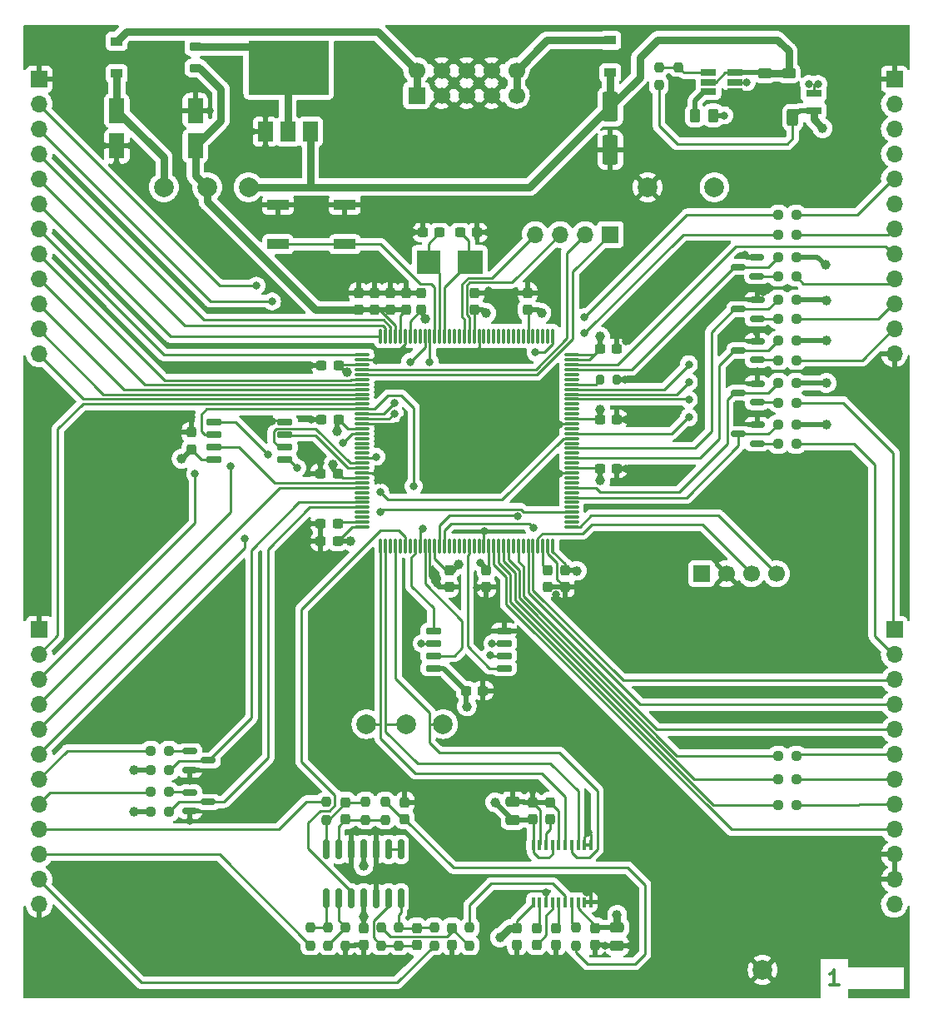
<source format=gbr>
G04 %TF.GenerationSoftware,KiCad,Pcbnew,(6.0.8)@% jlc*
G04 %TF.CreationDate,2022-10-20T13:21:54+01:00@% jlc*
G04 %TF.ProjectId,Punck_Components,50756e63-6b5f-4436-9f6d-706f6e656e74,rev?@% jlc*
G04 %TF.SameCoordinates,Original@% jlc*
G04 %TF.FileFunction,Copper,L1,Top@% jlc*
G04 %TF.FilePolarity,Positive@% jlc*
%FSLAX46Y46*%
G04 Gerber Fmt 4.6, Leading zero omitted, Abs format (unit mm)*
G04 Created by KiCad (PCBNEW (6.0.8)) date 2022-10-20 13:21:54*
%MOMM*%
%LPD*%
G01*
G04 APERTURE LIST*
G04 Aperture macros list*
%AMRoundRect*
0 Rectangle with rounded corners*
0 $1 Rounding radius*
0 $2 $3 $4 $5 $6 $7 $8 $9 X,Y pos of 4 corners*
0 Add a 4 corners polygon primitive as box body*
4,1,4,$2,$3,$4,$5,$6,$7,$8,$9,$2,$3,0*
0 Add four circle primitives for the rounded corners*
1,1,$1+$1,$2,$3*
1,1,$1+$1,$4,$5*
1,1,$1+$1,$6,$7*
1,1,$1+$1,$8,$9*
0 Add four rect primitives between the rounded corners*
20,1,$1+$1,$2,$3,$4,$5,0*
20,1,$1+$1,$4,$5,$6,$7,0*
20,1,$1+$1,$6,$7,$8,$9,0*
20,1,$1+$1,$8,$9,$2,$3,0*%
G04 Aperture macros list end*
%ADD10C,0.300000*%
G04 %TA.AperFunction,NonConductor@% jlc*
%ADD11C,0.300000*%
G04 %TD@% jlc*
G04 %TA.AperFunction,SMDPad,CuDef@% jlc*
%ADD12RoundRect,0.237500X0.250000X0.237500X-0.250000X0.237500X-0.250000X-0.237500X0.250000X-0.237500X0*%
G04 %TD@% jlc*
G04 %TA.AperFunction,SMDPad,CuDef@% jlc*
%ADD13RoundRect,0.237500X-0.237500X0.250000X-0.237500X-0.250000X0.237500X-0.250000X0.237500X0.250000X0*%
G04 %TD@% jlc*
G04 %TA.AperFunction,ComponentPad@% jlc*
%ADD14R,1.700000X1.700000*%
G04 %TD@% jlc*
G04 %TA.AperFunction,ComponentPad@% jlc*
%ADD15C,1.700000*%
G04 %TD@% jlc*
G04 %TA.AperFunction,SMDPad,CuDef@% jlc*
%ADD16RoundRect,0.237500X-0.237500X0.300000X-0.237500X-0.300000X0.237500X-0.300000X0.237500X0.300000X0*%
G04 %TD@% jlc*
G04 %TA.AperFunction,SMDPad,CuDef@% jlc*
%ADD17RoundRect,0.250000X-0.450000X0.262500X-0.450000X-0.262500X0.450000X-0.262500X0.450000X0.262500X0*%
G04 %TD@% jlc*
G04 %TA.AperFunction,SMDPad,CuDef@% jlc*
%ADD18R,1.500000X2.000000*%
G04 %TD@% jlc*
G04 %TA.AperFunction,SMDPad,CuDef@% jlc*
%ADD19R,3.800000X2.000000*%
G04 %TD@% jlc*
G04 %TA.AperFunction,SMDPad,CuDef@% jlc*
%ADD20RoundRect,0.237500X-0.250000X-0.237500X0.250000X-0.237500X0.250000X0.237500X-0.250000X0.237500X0*%
G04 %TD@% jlc*
G04 %TA.AperFunction,ComponentPad@% jlc*
%ADD21C,2.000000*%
G04 %TD@% jlc*
G04 %TA.AperFunction,SMDPad,CuDef@% jlc*
%ADD22RoundRect,0.100000X0.100000X-0.400000X0.100000X0.400000X-0.100000X0.400000X-0.100000X-0.400000X0*%
G04 %TD@% jlc*
G04 %TA.AperFunction,SMDPad,CuDef@% jlc*
%ADD23RoundRect,0.250000X0.262500X0.450000X-0.262500X0.450000X-0.262500X-0.450000X0.262500X-0.450000X0*%
G04 %TD@% jlc*
G04 %TA.AperFunction,SMDPad,CuDef@% jlc*
%ADD24RoundRect,0.237500X0.237500X-0.300000X0.237500X0.300000X-0.237500X0.300000X-0.237500X-0.300000X0*%
G04 %TD@% jlc*
G04 %TA.AperFunction,SMDPad,CuDef@% jlc*
%ADD25RoundRect,0.150000X-0.587500X-0.150000X0.587500X-0.150000X0.587500X0.150000X-0.587500X0.150000X0*%
G04 %TD@% jlc*
G04 %TA.AperFunction,SMDPad,CuDef@% jlc*
%ADD26RoundRect,0.237500X0.237500X-0.250000X0.237500X0.250000X-0.237500X0.250000X-0.237500X-0.250000X0*%
G04 %TD@% jlc*
G04 %TA.AperFunction,SMDPad,CuDef@% jlc*
%ADD27RoundRect,0.250000X0.475000X-0.250000X0.475000X0.250000X-0.475000X0.250000X-0.475000X-0.250000X0*%
G04 %TD@% jlc*
G04 %TA.AperFunction,SMDPad,CuDef@% jlc*
%ADD28RoundRect,0.250000X-0.475000X0.250000X-0.475000X-0.250000X0.475000X-0.250000X0.475000X0.250000X0*%
G04 %TD@% jlc*
G04 %TA.AperFunction,SMDPad,CuDef@% jlc*
%ADD29RoundRect,0.150000X0.650000X0.150000X-0.650000X0.150000X-0.650000X-0.150000X0.650000X-0.150000X0*%
G04 %TD@% jlc*
G04 %TA.AperFunction,SMDPad,CuDef@% jlc*
%ADD30RoundRect,0.150000X0.587500X0.150000X-0.587500X0.150000X-0.587500X-0.150000X0.587500X-0.150000X0*%
G04 %TD@% jlc*
G04 %TA.AperFunction,SMDPad,CuDef@% jlc*
%ADD31R,1.600000X0.800000*%
G04 %TD@% jlc*
G04 %TA.AperFunction,SMDPad,CuDef@% jlc*
%ADD32RoundRect,0.200000X0.200000X0.275000X-0.200000X0.275000X-0.200000X-0.275000X0.200000X-0.275000X0*%
G04 %TD@% jlc*
G04 %TA.AperFunction,SMDPad,CuDef@% jlc*
%ADD33RoundRect,0.150000X0.150000X-0.825000X0.150000X0.825000X-0.150000X0.825000X-0.150000X-0.825000X0*%
G04 %TD@% jlc*
G04 %TA.AperFunction,SMDPad,CuDef@% jlc*
%ADD34RoundRect,0.237500X0.300000X0.237500X-0.300000X0.237500X-0.300000X-0.237500X0.300000X-0.237500X0*%
G04 %TD@% jlc*
G04 %TA.AperFunction,ComponentPad@% jlc*
%ADD35O,1.700000X1.700000*%
G04 %TD@% jlc*
G04 %TA.AperFunction,SMDPad,CuDef@% jlc*
%ADD36RoundRect,0.237500X-0.300000X-0.237500X0.300000X-0.237500X0.300000X0.237500X-0.300000X0.237500X0*%
G04 %TD@% jlc*
G04 %TA.AperFunction,SMDPad,CuDef@% jlc*
%ADD37RoundRect,0.075000X-0.075000X0.662500X-0.075000X-0.662500X0.075000X-0.662500X0.075000X0.662500X0*%
G04 %TD@% jlc*
G04 %TA.AperFunction,SMDPad,CuDef@% jlc*
%ADD38RoundRect,0.075000X-0.662500X0.075000X-0.662500X-0.075000X0.662500X-0.075000X0.662500X0.075000X0*%
G04 %TD@% jlc*
G04 %TA.AperFunction,SMDPad,CuDef@% jlc*
%ADD39R,2.450000X2.400000*%
G04 %TD@% jlc*
G04 %TA.AperFunction,SMDPad,CuDef@% jlc*
%ADD40R,2.550000X2.400000*%
G04 %TD@% jlc*
G04 %TA.AperFunction,SMDPad,CuDef@% jlc*
%ADD41R,1.200000X0.900000*%
G04 %TD@% jlc*
G04 %TA.AperFunction,SMDPad,CuDef@% jlc*
%ADD42RoundRect,0.250000X0.550000X-1.050000X0.550000X1.050000X-0.550000X1.050000X-0.550000X-1.050000X0*%
G04 %TD@% jlc*
G04 %TA.AperFunction,SMDPad,CuDef@% jlc*
%ADD43R,2.200000X1.000000*%
G04 %TD@% jlc*
G04 %TA.AperFunction,SMDPad,CuDef@% jlc*
%ADD44RoundRect,0.250000X0.312500X0.625000X-0.312500X0.625000X-0.312500X-0.625000X0.312500X-0.625000X0*%
G04 %TD@% jlc*
G04 %TA.AperFunction,SMDPad,CuDef@% jlc*
%ADD45RoundRect,0.218750X0.381250X-0.218750X0.381250X0.218750X-0.381250X0.218750X-0.381250X-0.218750X0*%
G04 %TD@% jlc*
G04 %TA.AperFunction,SMDPad,CuDef@% jlc*
%ADD46R,1.560000X0.650000*%
G04 %TD@% jlc*
G04 %TA.AperFunction,SMDPad,CuDef@% jlc*
%ADD47RoundRect,0.250000X-0.550000X1.250000X-0.550000X-1.250000X0.550000X-1.250000X0.550000X1.250000X0*%
G04 %TD@% jlc*
G04 %TA.AperFunction,ViaPad@% jlc*
%ADD48C,1.000000*%
G04 %TD@% jlc*
G04 %TA.AperFunction,ViaPad@% jlc*
%ADD49C,0.800000*%
G04 %TD@% jlc*
G04 %TA.AperFunction,Conductor@% jlc*
%ADD50C,0.500000*%
G04 %TD@% jlc*
G04 %TA.AperFunction,Conductor@% jlc*
%ADD51C,0.750000*%
G04 %TD@% jlc*
G04 %TA.AperFunction,Conductor@% jlc*
%ADD52C,0.250000*%
G04 %TD@% jlc*
G04 APERTURE END LIST*
D10*
G04 %TO.C,FID1@% jlc*
D11*
X153428571Y-148078571D02*
X152571428Y-148078571D01*
X153000000Y-148078571D02*
X153000000Y-146578571D01*
X152857142Y-146792857D01*
X152714285Y-146935714D01*
X152571428Y-147007142D01*
G04 %TD@% jlc*
D12*
G04 %TO.P,R27,1@% jlc*
G04 %TO.N,/SNARE_IN@% jlc*
X149112500Y-88900000D03*
G04 %TO.P,R27,2@% jlc*
G04 %TO.N,Net-(Q5-Pad1)@% jlc*
X147287500Y-88900000D03*
G04 %TD@% jlc*
G04 %TO.P,R22,1@% jlc*
G04 %TO.N,/HH_LED@% jlc*
X149112500Y-129800000D03*
G04 %TO.P,R22,2@% jlc*
G04 %TO.N,/HH_LED_OUT@% jlc*
X147287500Y-129800000D03*
G04 %TD@% jlc*
G04 %TO.P,R18,1@% jlc*
G04 %TO.N,/CH_IN@% jlc*
X149112500Y-80400000D03*
G04 %TO.P,R18,2@% jlc*
G04 %TO.N,Net-(Q3-Pad1)@% jlc*
X147287500Y-80400000D03*
G04 %TD@% jlc*
D13*
G04 %TO.P,R8,1@% jlc*
G04 %TO.N,Net-(C1-Pad1)@% jlc*
X112300000Y-142287500D03*
G04 %TO.P,R8,2@% jlc*
G04 %TO.N,/AUDIO_OUT_L@% jlc*
X112300000Y-144112500D03*
G04 %TD@% jlc*
D14*
G04 %TO.P,J7,1,Pin_1@% jlc*
G04 %TO.N,-12V@% jlc*
X110500000Y-57662500D03*
D15*
G04 %TO.P,J7,2,Pin_2@% jlc*
X110500000Y-55122500D03*
G04 %TO.P,J7,3,Pin_3@% jlc*
G04 %TO.N,GND@% jlc*
X113040000Y-57662500D03*
G04 %TO.P,J7,4,Pin_4@% jlc*
X113040000Y-55122500D03*
G04 %TO.P,J7,5,Pin_5@% jlc*
X115580000Y-57662500D03*
G04 %TO.P,J7,6,Pin_6@% jlc*
X115580000Y-55122500D03*
G04 %TO.P,J7,7,Pin_7@% jlc*
X118120000Y-57662500D03*
G04 %TO.P,J7,8,Pin_8@% jlc*
X118120000Y-55122500D03*
G04 %TO.P,J7,9,Pin_9@% jlc*
G04 %TO.N,+12V@% jlc*
X120660000Y-57662500D03*
G04 %TO.P,J7,10,Pin_10@% jlc*
X120660000Y-55122500D03*
G04 %TD@% jlc*
D16*
G04 %TO.P,C3,1@% jlc*
G04 %TO.N,GND@% jlc*
X116400000Y-77737500D03*
G04 %TO.P,C3,2@% jlc*
G04 %TO.N,+3V3@% jlc*
X116400000Y-79462500D03*
G04 %TD@% jlc*
D17*
G04 %TO.P,C40,1@% jlc*
G04 %TO.N,VCC@% jlc*
X148350000Y-55387500D03*
G04 %TO.P,C40,2@% jlc*
G04 %TO.N,GND@% jlc*
X148350000Y-57212500D03*
G04 %TD@% jlc*
D18*
G04 %TO.P,U7,1,GND@% jlc*
G04 %TO.N,GND@% jlc*
X95100000Y-61350000D03*
G04 %TO.P,U7,2,VO@% jlc*
G04 %TO.N,/VO@% jlc*
X97400000Y-61350000D03*
D19*
X97400000Y-55050000D03*
D18*
G04 %TO.P,U7,3,VI@% jlc*
G04 %TO.N,VCC@% jlc*
X99700000Y-61350000D03*
G04 %TD@% jlc*
D20*
G04 %TO.P,R17,1@% jlc*
G04 %TO.N,/CH_CLAMP@% jlc*
X147287500Y-78400000D03*
G04 %TO.P,R17,2@% jlc*
G04 %TO.N,+3.3VA@% jlc*
X149112500Y-78400000D03*
G04 %TD@% jlc*
D12*
G04 %TO.P,R28,1@% jlc*
G04 %TO.N,/SAMPLER_A_CLAMP@% jlc*
X85312500Y-126300000D03*
G04 %TO.P,R28,2@% jlc*
G04 %TO.N,+3.3VA@% jlc*
X83487500Y-126300000D03*
G04 %TD@% jlc*
D21*
G04 %TO.P,TP9,1,1@% jlc*
G04 %TO.N,GND@% jlc*
X145700000Y-146600000D03*
G04 %TD@% jlc*
D12*
G04 %TO.P,R5,1@% jlc*
G04 %TO.N,/MIDI_IN@% jlc*
X149112500Y-76100000D03*
G04 %TO.P,R5,2@% jlc*
G04 %TO.N,Net-(Q1-Pad1)@% jlc*
X147287500Y-76100000D03*
G04 %TD@% jlc*
D22*
G04 %TO.P,U4,1,CPVDD@% jlc*
G04 %TO.N,+3.3VA@% jlc*
X122375000Y-139700000D03*
G04 %TO.P,U4,2,CAPP@% jlc*
G04 %TO.N,Net-(C34-Pad1)@% jlc*
X123025000Y-139700000D03*
G04 %TO.P,U4,3,CPGND@% jlc*
G04 %TO.N,GND@% jlc*
X123675000Y-139700000D03*
G04 %TO.P,U4,4,CAPM@% jlc*
G04 %TO.N,Net-(C34-Pad2)@% jlc*
X124325000Y-139700000D03*
G04 %TO.P,U4,5,VNEG@% jlc*
G04 %TO.N,Net-(C36-Pad1)@% jlc*
X124975000Y-139700000D03*
G04 %TO.P,U4,6,OUTL@% jlc*
G04 %TO.N,/DAC_OUT_L@% jlc*
X125625000Y-139700000D03*
G04 %TO.P,U4,7,OUTR@% jlc*
G04 %TO.N,/DAC_OUT_R@% jlc*
X126275000Y-139700000D03*
G04 %TO.P,U4,8,AVDD@% jlc*
G04 %TO.N,+3.3VA@% jlc*
X126925000Y-139700000D03*
G04 %TO.P,U4,9,AGND@% jlc*
G04 %TO.N,GND@% jlc*
X127575000Y-139700000D03*
G04 %TO.P,U4,10,DEMP@% jlc*
X128225000Y-139700000D03*
G04 %TO.P,U4,11,FLT@% jlc*
X128225000Y-133900000D03*
G04 %TO.P,U4,12,SCK@% jlc*
X127575000Y-133900000D03*
G04 %TO.P,U4,13,BCK@% jlc*
G04 %TO.N,/DAC_BCLK@% jlc*
X126925000Y-133900000D03*
G04 %TO.P,U4,14,DIN@% jlc*
G04 %TO.N,/DAC_DATA@% jlc*
X126275000Y-133900000D03*
G04 %TO.P,U4,15,LRCK@% jlc*
G04 %TO.N,/DAC_LRCLK@% jlc*
X125625000Y-133900000D03*
G04 %TO.P,U4,16,FMT@% jlc*
G04 %TO.N,GND@% jlc*
X124975000Y-133900000D03*
G04 %TO.P,U4,17,XSMT@% jlc*
G04 %TO.N,+3V3@% jlc*
X124325000Y-133900000D03*
G04 %TO.P,U4,18,LDOO@% jlc*
G04 %TO.N,Net-(C35-Pad2)@% jlc*
X123675000Y-133900000D03*
G04 %TO.P,U4,19,DGND@% jlc*
G04 %TO.N,GND@% jlc*
X123025000Y-133900000D03*
G04 %TO.P,U4,20,DVDD@% jlc*
G04 %TO.N,+3V3@% jlc*
X122375000Y-133900000D03*
G04 %TD@% jlc*
D17*
G04 %TO.P,C39,1@% jlc*
G04 %TO.N,VCC@% jlc*
X145950000Y-55387500D03*
G04 %TO.P,C39,2@% jlc*
G04 %TO.N,GND@% jlc*
X145950000Y-57212500D03*
G04 %TD@% jlc*
D23*
G04 %TO.P,C38,1@% jlc*
G04 %TO.N,/VSW@% jlc*
X140662500Y-59700000D03*
G04 %TO.P,C38,2@% jlc*
G04 %TO.N,/CB@% jlc*
X138837500Y-59700000D03*
G04 %TD@% jlc*
D12*
G04 %TO.P,R30,1@% jlc*
G04 %TO.N,/SAMPLER_B_CLAMP@% jlc*
X85312500Y-130500000D03*
G04 %TO.P,R30,2@% jlc*
G04 %TO.N,+3.3VA@% jlc*
X83487500Y-130500000D03*
G04 %TD@% jlc*
D16*
G04 %TO.P,C34,1@% jlc*
G04 %TO.N,Net-(C34-Pad1)@% jlc*
X122700000Y-142337500D03*
G04 %TO.P,C34,2@% jlc*
G04 %TO.N,Net-(C34-Pad2)@% jlc*
X122700000Y-144062500D03*
G04 %TD@% jlc*
D24*
G04 %TO.P,C10,1@% jlc*
G04 %TO.N,GND@% jlc*
X125600000Y-107662500D03*
G04 %TO.P,C10,2@% jlc*
G04 %TO.N,+3V3@% jlc*
X125600000Y-105937500D03*
G04 %TD@% jlc*
D25*
G04 %TO.P,Q6,1,B@% jlc*
G04 %TO.N,Net-(Q6-Pad1)@% jlc*
X87448750Y-124350000D03*
G04 %TO.P,Q6,2,E@% jlc*
G04 %TO.N,GND@% jlc*
X87448750Y-126250000D03*
G04 %TO.P,Q6,3,C@% jlc*
G04 %TO.N,/SAMPLER_A_CLAMP@% jlc*
X89323750Y-125300000D03*
G04 %TD@% jlc*
D24*
G04 %TO.P,C24,1@% jlc*
G04 %TO.N,Net-(C24-Pad1)@% jlc*
X109300000Y-131262500D03*
G04 %TO.P,C24,2@% jlc*
G04 %TO.N,GND@% jlc*
X109300000Y-129537500D03*
G04 %TD@% jlc*
D21*
G04 %TO.P,TP3,1,1@% jlc*
G04 %TO.N,/DAC_BCLK@% jlc*
X109400000Y-121600000D03*
G04 %TD@% jlc*
D26*
G04 %TO.P,R7,1@% jlc*
G04 %TO.N,Net-(C1-Pad2)@% jlc*
X106900000Y-144112500D03*
G04 %TO.P,R7,2@% jlc*
G04 %TO.N,Net-(C17-Pad1)@% jlc*
X106900000Y-142287500D03*
G04 %TD@% jlc*
D16*
G04 %TO.P,C25,1@% jlc*
G04 %TO.N,VCC@% jlc*
X105100000Y-142337500D03*
G04 %TO.P,C25,2@% jlc*
G04 %TO.N,GND@% jlc*
X105100000Y-144062500D03*
G04 %TD@% jlc*
D12*
G04 %TO.P,R24,1@% jlc*
G04 %TO.N,/SA_LED@% jlc*
X149112500Y-69800000D03*
G04 %TO.P,R24,2@% jlc*
G04 %TO.N,/SA_LED_OUT@% jlc*
X147287500Y-69800000D03*
G04 %TD@% jlc*
D27*
G04 %TO.P,C32,1@% jlc*
G04 %TO.N,+3V3@% jlc*
X120300000Y-131350000D03*
G04 %TO.P,C32,2@% jlc*
G04 %TO.N,GND@% jlc*
X120300000Y-129450000D03*
G04 %TD@% jlc*
D26*
G04 %TO.P,R32,1@% jlc*
G04 %TO.N,+3V3@% jlc*
X135150000Y-56612500D03*
G04 %TO.P,R32,2@% jlc*
G04 %TO.N,/FB@% jlc*
X135150000Y-54787500D03*
G04 %TD@% jlc*
D13*
G04 %TO.P,R4,1@% jlc*
G04 %TO.N,Net-(R4-Pad1)@% jlc*
X101500000Y-142287500D03*
G04 %TO.P,R4,2@% jlc*
G04 %TO.N,Net-(R3-Pad1)@% jlc*
X101500000Y-144112500D03*
G04 %TD@% jlc*
D21*
G04 %TO.P,TP8,1,1@% jlc*
G04 %TO.N,VEE@% jlc*
X84800000Y-67000000D03*
G04 %TD@% jlc*
D24*
G04 %TO.P,C33,1@% jlc*
G04 %TO.N,+3V3@% jlc*
X87600000Y-93662500D03*
G04 %TO.P,C33,2@% jlc*
G04 %TO.N,GND@% jlc*
X87600000Y-91937500D03*
G04 %TD@% jlc*
D28*
G04 %TO.P,C30,1@% jlc*
G04 %TO.N,+3.3VA@% jlc*
X130900000Y-142250000D03*
G04 %TO.P,C30,2@% jlc*
G04 %TO.N,GND@% jlc*
X130900000Y-144150000D03*
G04 %TD@% jlc*
D13*
G04 %TO.P,R9,1@% jlc*
G04 %TO.N,Net-(R4-Pad1)@% jlc*
X99700000Y-142287500D03*
G04 %TO.P,R9,2@% jlc*
G04 %TO.N,/TEMPO_OUT@% jlc*
X99700000Y-144112500D03*
G04 %TD@% jlc*
D16*
G04 %TO.P,C4,1@% jlc*
G04 %TO.N,GND@% jlc*
X111000000Y-77737500D03*
G04 %TO.P,C4,2@% jlc*
G04 %TO.N,+3V3@% jlc*
X111000000Y-79462500D03*
G04 %TD@% jlc*
D24*
G04 %TO.P,C31,1@% jlc*
G04 %TO.N,+3V3@% jlc*
X122300000Y-131262500D03*
G04 %TO.P,C31,2@% jlc*
G04 %TO.N,GND@% jlc*
X122300000Y-129537500D03*
G04 %TD@% jlc*
D16*
G04 %TO.P,C36,1@% jlc*
G04 %TO.N,Net-(C36-Pad1)@% jlc*
X124700000Y-142337500D03*
G04 %TO.P,C36,2@% jlc*
G04 %TO.N,GND@% jlc*
X124700000Y-144062500D03*
G04 %TD@% jlc*
D29*
G04 %TO.P,U5,1,~{CS}@% jlc*
G04 %TO.N,Net-(JP1-Pad2)@% jlc*
X97100000Y-94705000D03*
G04 %TO.P,U5,2,DO(IO1)@% jlc*
G04 %TO.N,/QSPI_BK2_IO1@% jlc*
X97100000Y-93435000D03*
G04 %TO.P,U5,3,IO2@% jlc*
G04 %TO.N,/QSPI_BK2_IO2@% jlc*
X97100000Y-92165000D03*
G04 %TO.P,U5,4,GND@% jlc*
G04 %TO.N,GND@% jlc*
X97100000Y-90895000D03*
G04 %TO.P,U5,5,DI(IO0)@% jlc*
G04 %TO.N,/QSPI_BK2_IO0@% jlc*
X89900000Y-90895000D03*
G04 %TO.P,U5,6,CLK@% jlc*
G04 %TO.N,/QSPI_CLK@% jlc*
X89900000Y-92165000D03*
G04 %TO.P,U5,7,IO3@% jlc*
G04 %TO.N,/QSPI_BK2_IO3@% jlc*
X89900000Y-93435000D03*
G04 %TO.P,U5,8,VCC@% jlc*
G04 %TO.N,+3V3@% jlc*
X89900000Y-94705000D03*
G04 %TD@% jlc*
D30*
G04 %TO.P,Q1,1,B@% jlc*
G04 %TO.N,Net-(Q1-Pad1)@% jlc*
X145100000Y-76050000D03*
G04 %TO.P,Q1,2,E@% jlc*
G04 %TO.N,GND@% jlc*
X145100000Y-74150000D03*
G04 %TO.P,Q1,3,C@% jlc*
G04 %TO.N,/MIDI_UART@% jlc*
X143225000Y-75100000D03*
G04 %TD@% jlc*
G04 %TO.P,Q4,1,B@% jlc*
G04 %TO.N,Net-(Q4-Pad1)@% jlc*
X145137500Y-93050000D03*
G04 %TO.P,Q4,2,E@% jlc*
G04 %TO.N,GND@% jlc*
X145137500Y-91150000D03*
G04 %TO.P,Q4,3,C@% jlc*
G04 %TO.N,/KICK_CLAMP@% jlc*
X143262500Y-92100000D03*
G04 %TD@% jlc*
D21*
G04 %TO.P,TP7,1,1@% jlc*
G04 %TO.N,VCC@% jlc*
X93400000Y-67000000D03*
G04 %TD@% jlc*
D12*
G04 %TO.P,R25,1@% jlc*
G04 %TO.N,/SB_LED@% jlc*
X149112500Y-71800000D03*
G04 %TO.P,R25,2@% jlc*
G04 %TO.N,/SB_LED_OUT@% jlc*
X147287500Y-71800000D03*
G04 %TD@% jlc*
D13*
G04 %TO.P,R33,1@% jlc*
G04 %TO.N,/FB@% jlc*
X137150000Y-54787500D03*
G04 %TO.P,R33,2@% jlc*
G04 %TO.N,GND@% jlc*
X137150000Y-56612500D03*
G04 %TD@% jlc*
D31*
G04 %TO.P,L1,1@% jlc*
G04 %TO.N,/VSW@% jlc*
X150900000Y-57400000D03*
G04 %TO.P,L1,2@% jlc*
G04 %TO.N,+3V3@% jlc*
X150900000Y-59200000D03*
G04 %TD@% jlc*
D25*
G04 %TO.P,Q7,1,B@% jlc*
G04 %TO.N,Net-(Q7-Pad1)@% jlc*
X87448750Y-128550000D03*
G04 %TO.P,Q7,2,E@% jlc*
G04 %TO.N,GND@% jlc*
X87448750Y-130450000D03*
G04 %TO.P,Q7,3,C@% jlc*
G04 %TO.N,/SAMPLER_B_CLAMP@% jlc*
X89323750Y-129500000D03*
G04 %TD@% jlc*
D32*
G04 %TO.P,R10,1@% jlc*
G04 %TO.N,GND@% jlc*
X130825000Y-86600000D03*
G04 %TO.P,R10,2@% jlc*
G04 %TO.N,Net-(R10-Pad2)@% jlc*
X129175000Y-86600000D03*
G04 %TD@% jlc*
D33*
G04 %TO.P,U1,1@% jlc*
G04 %TO.N,Net-(R4-Pad1)@% jlc*
X101290000Y-139275000D03*
G04 %TO.P,U1,2,-@% jlc*
G04 %TO.N,Net-(R3-Pad1)@% jlc*
X102560000Y-139275000D03*
G04 %TO.P,U1,3,+@% jlc*
G04 %TO.N,/TEMPO_CLOCK@% jlc*
X103830000Y-139275000D03*
G04 %TO.P,U1,4,V+@% jlc*
G04 %TO.N,VCC@% jlc*
X105100000Y-139275000D03*
G04 %TO.P,U1,5,+@% jlc*
G04 %TO.N,GND@% jlc*
X106370000Y-139275000D03*
G04 %TO.P,U1,6,-@% jlc*
G04 %TO.N,Net-(C1-Pad2)@% jlc*
X107640000Y-139275000D03*
G04 %TO.P,U1,7@% jlc*
G04 %TO.N,Net-(C1-Pad1)@% jlc*
X108910000Y-139275000D03*
G04 %TO.P,U1,8@% jlc*
G04 %TO.N,Net-(U1-Pad8)@% jlc*
X108910000Y-134325000D03*
G04 %TO.P,U1,9,-@% jlc*
X107640000Y-134325000D03*
G04 %TO.P,U1,10,+@% jlc*
G04 %TO.N,GND@% jlc*
X106370000Y-134325000D03*
G04 %TO.P,U1,11,V-@% jlc*
G04 %TO.N,VEE@% jlc*
X105100000Y-134325000D03*
G04 %TO.P,U1,12,+@% jlc*
G04 %TO.N,GND@% jlc*
X103830000Y-134325000D03*
G04 %TO.P,U1,13,-@% jlc*
G04 %TO.N,Net-(C20-Pad2)@% jlc*
X102560000Y-134325000D03*
G04 %TO.P,U1,14@% jlc*
G04 %TO.N,Net-(C20-Pad1)@% jlc*
X101290000Y-134325000D03*
G04 %TD@% jlc*
D26*
G04 %TO.P,R16,1@% jlc*
G04 %TO.N,Net-(C20-Pad1)@% jlc*
X101300000Y-131312500D03*
G04 %TO.P,R16,2@% jlc*
G04 %TO.N,/AUDIO_OUT_R@% jlc*
X101300000Y-129487500D03*
G04 %TD@% jlc*
D34*
G04 %TO.P,C11,1@% jlc*
G04 %TO.N,GND@% jlc*
X130862500Y-95600000D03*
G04 %TO.P,C11,2@% jlc*
G04 %TO.N,+3V3@% jlc*
X129137500Y-95600000D03*
G04 %TD@% jlc*
D13*
G04 %TO.P,R13,1@% jlc*
G04 %TO.N,Net-(C20-Pad1)@% jlc*
X105300000Y-129487500D03*
G04 %TO.P,R13,2@% jlc*
G04 %TO.N,Net-(C20-Pad2)@% jlc*
X105300000Y-131312500D03*
G04 %TD@% jlc*
D14*
G04 %TO.P,J5,1,Pin_1@% jlc*
G04 %TO.N,/DAC2@% jlc*
X130200000Y-71800000D03*
D35*
G04 %TO.P,J5,2,Pin_2@% jlc*
G04 %TO.N,/DAC1@% jlc*
X127660000Y-71800000D03*
G04 %TO.P,J5,3,Pin_3@% jlc*
G04 %TO.N,/UART_RX@% jlc*
X125120000Y-71800000D03*
G04 %TO.P,J5,4,Pin_4@% jlc*
G04 %TO.N,/UART_TX@% jlc*
X122580000Y-71800000D03*
G04 %TD@% jlc*
D30*
G04 %TO.P,Q2,1,B@% jlc*
G04 %TO.N,Net-(Q2-Pad1)@% jlc*
X145137500Y-84550000D03*
G04 %TO.P,Q2,2,E@% jlc*
G04 %TO.N,GND@% jlc*
X145137500Y-82650000D03*
G04 %TO.P,Q2,3,C@% jlc*
G04 %TO.N,/OH_CLAMP@% jlc*
X143262500Y-83600000D03*
G04 %TD@% jlc*
D12*
G04 %TO.P,R23,1@% jlc*
G04 %TO.N,/KICK_IN@% jlc*
X149112500Y-93100000D03*
G04 %TO.P,R23,2@% jlc*
G04 %TO.N,Net-(Q4-Pad1)@% jlc*
X147287500Y-93100000D03*
G04 %TD@% jlc*
D36*
G04 %TO.P,C6,1@% jlc*
G04 %TO.N,GND@% jlc*
X100837500Y-90600000D03*
G04 %TO.P,C6,2@% jlc*
G04 %TO.N,+3V3@% jlc*
X102562500Y-90600000D03*
G04 %TD@% jlc*
D16*
G04 %TO.P,C28,1@% jlc*
G04 %TO.N,+3.3VA@% jlc*
X120700000Y-142337500D03*
G04 %TO.P,C28,2@% jlc*
G04 %TO.N,GND@% jlc*
X120700000Y-144062500D03*
G04 %TD@% jlc*
D34*
G04 %TO.P,C13,1@% jlc*
G04 %TO.N,GND@% jlc*
X130862500Y-83400000D03*
G04 %TO.P,C13,2@% jlc*
G04 %TO.N,+3V3@% jlc*
X129137500Y-83400000D03*
G04 %TD@% jlc*
D30*
G04 %TO.P,Q5,1,B@% jlc*
G04 %TO.N,Net-(Q5-Pad1)@% jlc*
X145137500Y-88850000D03*
G04 %TO.P,Q5,2,E@% jlc*
G04 %TO.N,GND@% jlc*
X145137500Y-86950000D03*
G04 %TO.P,Q5,3,C@% jlc*
G04 %TO.N,/SNARE_CLAMP@% jlc*
X143262500Y-87900000D03*
G04 %TD@% jlc*
D13*
G04 %TO.P,R3,1@% jlc*
G04 %TO.N,Net-(R3-Pad1)@% jlc*
X103300000Y-142287500D03*
G04 %TO.P,R3,2@% jlc*
G04 %TO.N,GND@% jlc*
X103300000Y-144112500D03*
G04 %TD@% jlc*
D24*
G04 %TO.P,C14,1@% jlc*
G04 %TO.N,GND@% jlc*
X117600000Y-107662500D03*
G04 %TO.P,C14,2@% jlc*
G04 %TO.N,+3V3@% jlc*
X117600000Y-105937500D03*
G04 %TD@% jlc*
D37*
G04 %TO.P,U2,1,PE2@% jlc*
G04 %TO.N,/QSPI_BK1_IO2@% jlc*
X124350000Y-82137500D03*
G04 %TO.P,U2,2,PE3@% jlc*
G04 %TO.N,unconnected-(U2-Pad2)@% jlc*
X123850000Y-82137500D03*
G04 %TO.P,U2,3,PE4@% jlc*
G04 %TO.N,unconnected-(U2-Pad3)@% jlc*
X123350000Y-82137500D03*
G04 %TO.P,U2,4,PE5@% jlc*
G04 %TO.N,unconnected-(U2-Pad4)@% jlc*
X122850000Y-82137500D03*
G04 %TO.P,U2,5,PE6@% jlc*
G04 %TO.N,unconnected-(U2-Pad5)@% jlc*
X122350000Y-82137500D03*
G04 %TO.P,U2,6,VBAT@% jlc*
G04 %TO.N,+3V3@% jlc*
X121850000Y-82137500D03*
G04 %TO.P,U2,7,PC13@% jlc*
G04 %TO.N,unconnected-(U2-Pad7)@% jlc*
X121350000Y-82137500D03*
G04 %TO.P,U2,8,PC14@% jlc*
G04 %TO.N,unconnected-(U2-Pad8)@% jlc*
X120850000Y-82137500D03*
G04 %TO.P,U2,9,PC15@% jlc*
G04 %TO.N,unconnected-(U2-Pad9)@% jlc*
X120350000Y-82137500D03*
G04 %TO.P,U2,10,PF0@% jlc*
G04 %TO.N,unconnected-(U2-Pad10)@% jlc*
X119850000Y-82137500D03*
G04 %TO.P,U2,11,PF1@% jlc*
G04 %TO.N,unconnected-(U2-Pad11)@% jlc*
X119350000Y-82137500D03*
G04 %TO.P,U2,12,PF2@% jlc*
G04 %TO.N,unconnected-(U2-Pad12)@% jlc*
X118850000Y-82137500D03*
G04 %TO.P,U2,13,PF3@% jlc*
G04 %TO.N,unconnected-(U2-Pad13)@% jlc*
X118350000Y-82137500D03*
G04 %TO.P,U2,14,PF4@% jlc*
G04 %TO.N,unconnected-(U2-Pad14)@% jlc*
X117850000Y-82137500D03*
G04 %TO.P,U2,15,PF5@% jlc*
G04 %TO.N,unconnected-(U2-Pad15)@% jlc*
X117350000Y-82137500D03*
G04 %TO.P,U2,16,VSS@% jlc*
G04 %TO.N,GND@% jlc*
X116850000Y-82137500D03*
G04 %TO.P,U2,17,VDD@% jlc*
G04 %TO.N,+3V3@% jlc*
X116350000Y-82137500D03*
G04 %TO.P,U2,18,PF6@% jlc*
G04 %TO.N,/UART_RX@% jlc*
X115850000Y-82137500D03*
G04 %TO.P,U2,19,PF7@% jlc*
G04 %TO.N,/UART_TX@% jlc*
X115350000Y-82137500D03*
G04 %TO.P,U2,20,PF8@% jlc*
G04 %TO.N,unconnected-(U2-Pad20)@% jlc*
X114850000Y-82137500D03*
G04 %TO.P,U2,21,PF9@% jlc*
G04 %TO.N,unconnected-(U2-Pad21)@% jlc*
X114350000Y-82137500D03*
G04 %TO.P,U2,22,PF10@% jlc*
G04 %TO.N,unconnected-(U2-Pad22)@% jlc*
X113850000Y-82137500D03*
G04 %TO.P,U2,23,PH0@% jlc*
G04 %TO.N,Net-(C23-Pad1)@% jlc*
X113350000Y-82137500D03*
G04 %TO.P,U2,24,PH1@% jlc*
G04 %TO.N,Net-(C26-Pad1)@% jlc*
X112850000Y-82137500D03*
G04 %TO.P,U2,25,NRST@% jlc*
G04 %TO.N,Net-(RESET1-Pad1)@% jlc*
X112350000Y-82137500D03*
G04 %TO.P,U2,26,PC0@% jlc*
G04 %TO.N,/SNARE_FILTER_POT@% jlc*
X111850000Y-82137500D03*
G04 %TO.P,U2,27,PC1@% jlc*
G04 %TO.N,/SAMPLER_A_VOICE_POT@% jlc*
X111350000Y-82137500D03*
G04 %TO.P,U2,28,PC2_C@% jlc*
G04 %TO.N,unconnected-(U2-Pad28)@% jlc*
X110850000Y-82137500D03*
G04 %TO.P,U2,29,PC3_C@% jlc*
G04 %TO.N,unconnected-(U2-Pad29)@% jlc*
X110350000Y-82137500D03*
G04 %TO.P,U2,30,VDD@% jlc*
G04 %TO.N,+3V3@% jlc*
X109850000Y-82137500D03*
G04 %TO.P,U2,31,VSSA@% jlc*
G04 %TO.N,GND@% jlc*
X109350000Y-82137500D03*
G04 %TO.P,U2,32,VREF+@% jlc*
G04 %TO.N,+3.3VA@% jlc*
X108850000Y-82137500D03*
G04 %TO.P,U2,33,VDDA@% jlc*
X108350000Y-82137500D03*
G04 %TO.P,U2,34,PA0@% jlc*
G04 %TO.N,/KICK_ATTACK_POT@% jlc*
X107850000Y-82137500D03*
G04 %TO.P,U2,35,PA1@% jlc*
G04 %TO.N,/KICK_DECAY_POT@% jlc*
X107350000Y-82137500D03*
G04 %TO.P,U2,36,PA2@% jlc*
G04 %TO.N,/KICK_VOL_POT@% jlc*
X106850000Y-82137500D03*
D38*
G04 %TO.P,U2,37,PA3@% jlc*
G04 %TO.N,/SNARE_TUNING_POT@% jlc*
X104937500Y-84050000D03*
G04 %TO.P,U2,38,VSS@% jlc*
G04 %TO.N,GND@% jlc*
X104937500Y-84550000D03*
G04 %TO.P,U2,39,VDD@% jlc*
G04 %TO.N,+3V3@% jlc*
X104937500Y-85050000D03*
G04 %TO.P,U2,40,PA4@% jlc*
G04 %TO.N,/DAC1@% jlc*
X104937500Y-85550000D03*
G04 %TO.P,U2,41,PA5@% jlc*
G04 %TO.N,/DAC2@% jlc*
X104937500Y-86050000D03*
G04 %TO.P,U2,42,PA6@% jlc*
G04 %TO.N,/HIHAT_DECAY_POT@% jlc*
X104937500Y-86550000D03*
G04 %TO.P,U2,43,PA7@% jlc*
G04 %TO.N,/SAMPLER_B_VOICE_POT@% jlc*
X104937500Y-87050000D03*
G04 %TO.P,U2,44,PC4@% jlc*
G04 %TO.N,/SNARE_VOL_POT@% jlc*
X104937500Y-87550000D03*
G04 %TO.P,U2,45,PC5@% jlc*
G04 %TO.N,/SAMPLER_A_SPEED_POT@% jlc*
X104937500Y-88050000D03*
G04 %TO.P,U2,46,PB0@% jlc*
G04 %TO.N,/SAMPLER_B_SPEED_POT@% jlc*
X104937500Y-88550000D03*
G04 %TO.P,U2,47,PB1@% jlc*
G04 %TO.N,/HIHAT_VOL_POT@% jlc*
X104937500Y-89050000D03*
G04 %TO.P,U2,48,PB2@% jlc*
G04 %TO.N,/QSPI_CLK@% jlc*
X104937500Y-89550000D03*
G04 %TO.P,U2,49,PF11@% jlc*
G04 %TO.N,/SAMPLER_A_VOL_POT@% jlc*
X104937500Y-90050000D03*
G04 %TO.P,U2,50,PF12@% jlc*
G04 %TO.N,/SAMPLER_B_VOL_POT@% jlc*
X104937500Y-90550000D03*
G04 %TO.P,U2,51,VSS@% jlc*
G04 %TO.N,GND@% jlc*
X104937500Y-91050000D03*
G04 %TO.P,U2,52,VDD@% jlc*
G04 %TO.N,+3V3@% jlc*
X104937500Y-91550000D03*
G04 %TO.P,U2,53,PF13@% jlc*
G04 %TO.N,/TEMPO_POT@% jlc*
X104937500Y-92050000D03*
G04 %TO.P,U2,54,PF14@% jlc*
G04 %TO.N,unconnected-(U2-Pad54)@% jlc*
X104937500Y-92550000D03*
G04 %TO.P,U2,55,PF15@% jlc*
G04 %TO.N,unconnected-(U2-Pad55)@% jlc*
X104937500Y-93050000D03*
G04 %TO.P,U2,56,PG0@% jlc*
G04 %TO.N,unconnected-(U2-Pad56)@% jlc*
X104937500Y-93550000D03*
G04 %TO.P,U2,57,PG1@% jlc*
G04 %TO.N,unconnected-(U2-Pad57)@% jlc*
X104937500Y-94050000D03*
G04 %TO.P,U2,58,PE7@% jlc*
G04 %TO.N,/QSPI_BK2_IO0@% jlc*
X104937500Y-94550000D03*
G04 %TO.P,U2,59,PE8@% jlc*
G04 %TO.N,/QSPI_BK2_IO1@% jlc*
X104937500Y-95050000D03*
G04 %TO.P,U2,60,PE9@% jlc*
G04 %TO.N,/QSPI_BK2_IO2@% jlc*
X104937500Y-95550000D03*
G04 %TO.P,U2,61,VSS@% jlc*
G04 %TO.N,GND@% jlc*
X104937500Y-96050000D03*
G04 %TO.P,U2,62,VDD@% jlc*
G04 %TO.N,+3V3@% jlc*
X104937500Y-96550000D03*
G04 %TO.P,U2,63,PE10@% jlc*
G04 %TO.N,/QSPI_BK2_IO3@% jlc*
X104937500Y-97050000D03*
G04 %TO.P,U2,64,PE11@% jlc*
G04 %TO.N,/HH_BTN@% jlc*
X104937500Y-97550000D03*
G04 %TO.P,U2,65,PE12@% jlc*
G04 %TO.N,unconnected-(U2-Pad65)@% jlc*
X104937500Y-98050000D03*
G04 %TO.P,U2,66,PE13@% jlc*
G04 %TO.N,unconnected-(U2-Pad66)@% jlc*
X104937500Y-98550000D03*
G04 %TO.P,U2,67,PE14@% jlc*
G04 %TO.N,/SAMPLER_A_CLAMP@% jlc*
X104937500Y-99050000D03*
G04 %TO.P,U2,68,PE15@% jlc*
G04 %TO.N,/SAMPLER_B_CLAMP@% jlc*
X104937500Y-99550000D03*
G04 %TO.P,U2,69,PB10@% jlc*
G04 %TO.N,unconnected-(U2-Pad69)@% jlc*
X104937500Y-100050000D03*
G04 %TO.P,U2,70,PB11@% jlc*
G04 %TO.N,unconnected-(U2-Pad70)@% jlc*
X104937500Y-100550000D03*
G04 %TO.P,U2,71,VCAP1@% jlc*
G04 %TO.N,Net-(C18-Pad1)@% jlc*
X104937500Y-101050000D03*
G04 %TO.P,U2,72,VDD@% jlc*
G04 %TO.N,+3V3@% jlc*
X104937500Y-101550000D03*
D37*
G04 %TO.P,U2,73,PB12@% jlc*
G04 %TO.N,/DAC_LRCLK@% jlc*
X106850000Y-103462500D03*
G04 %TO.P,U2,74,PB13@% jlc*
G04 %TO.N,/DAC_BCLK@% jlc*
X107350000Y-103462500D03*
G04 %TO.P,U2,75,PB14@% jlc*
G04 %TO.N,unconnected-(U2-Pad75)@% jlc*
X107850000Y-103462500D03*
G04 %TO.P,U2,76,PB15@% jlc*
G04 %TO.N,/DAC_DATA@% jlc*
X108350000Y-103462500D03*
G04 %TO.P,U2,77,PD8@% jlc*
G04 %TO.N,unconnected-(U2-Pad77)@% jlc*
X108850000Y-103462500D03*
G04 %TO.P,U2,78,PD9@% jlc*
G04 %TO.N,/TEMPO_CLOCK@% jlc*
X109350000Y-103462500D03*
G04 %TO.P,U2,79,PD10@% jlc*
G04 %TO.N,unconnected-(U2-Pad79)@% jlc*
X109850000Y-103462500D03*
G04 %TO.P,U2,80,PD11@% jlc*
G04 %TO.N,/QSPI_BK1_IO0@% jlc*
X110350000Y-103462500D03*
G04 %TO.P,U2,81,PD12@% jlc*
G04 %TO.N,/QSPI_BK1_IO1@% jlc*
X110850000Y-103462500D03*
G04 %TO.P,U2,82,PD13@% jlc*
G04 %TO.N,/QSPI_BK1_IO3@% jlc*
X111350000Y-103462500D03*
G04 %TO.P,U2,83,VSS@% jlc*
G04 %TO.N,GND@% jlc*
X111850000Y-103462500D03*
G04 %TO.P,U2,84,VDD@% jlc*
G04 %TO.N,+3V3@% jlc*
X112350000Y-103462500D03*
G04 %TO.P,U2,85,PD14@% jlc*
G04 %TO.N,/SA_LED_OUT@% jlc*
X112850000Y-103462500D03*
G04 %TO.P,U2,86,PD15@% jlc*
G04 %TO.N,/SB_LED_OUT@% jlc*
X113350000Y-103462500D03*
G04 %TO.P,U2,87,PG2@% jlc*
G04 %TO.N,unconnected-(U2-Pad87)@% jlc*
X113850000Y-103462500D03*
G04 %TO.P,U2,88,PG3@% jlc*
G04 %TO.N,unconnected-(U2-Pad88)@% jlc*
X114350000Y-103462500D03*
G04 %TO.P,U2,89,PG4@% jlc*
G04 %TO.N,unconnected-(U2-Pad89)@% jlc*
X114850000Y-103462500D03*
G04 %TO.P,U2,90,PG5@% jlc*
G04 %TO.N,unconnected-(U2-Pad90)@% jlc*
X115350000Y-103462500D03*
G04 %TO.P,U2,91,PG6@% jlc*
G04 %TO.N,/QSPI_BK1_NCS@% jlc*
X115850000Y-103462500D03*
G04 %TO.P,U2,92,PG7@% jlc*
G04 %TO.N,unconnected-(U2-Pad92)@% jlc*
X116350000Y-103462500D03*
G04 %TO.P,U2,93,PG8@% jlc*
G04 %TO.N,unconnected-(U2-Pad93)@% jlc*
X116850000Y-103462500D03*
G04 %TO.P,U2,94,VSS@% jlc*
G04 %TO.N,GND@% jlc*
X117350000Y-103462500D03*
G04 %TO.P,U2,95,VDD33_USB@% jlc*
G04 %TO.N,+3V3@% jlc*
X117850000Y-103462500D03*
G04 %TO.P,U2,96,PC6@% jlc*
G04 %TO.N,/SEQ_SELECT@% jlc*
X118350000Y-103462500D03*
G04 %TO.P,U2,97,PC7@% jlc*
G04 %TO.N,/HH_LED_OUT@% jlc*
X118850000Y-103462500D03*
G04 %TO.P,U2,98,PC8@% jlc*
G04 %TO.N,/SN_LED_OUT@% jlc*
X119350000Y-103462500D03*
G04 %TO.P,U2,99,PC9@% jlc*
G04 %TO.N,/KI_LED_OUT@% jlc*
X119850000Y-103462500D03*
G04 %TO.P,U2,100,PA8@% jlc*
G04 %TO.N,unconnected-(U2-Pad100)@% jlc*
X120350000Y-103462500D03*
G04 %TO.P,U2,101,PA9@% jlc*
G04 %TO.N,/USB_VBUS@% jlc*
X120850000Y-103462500D03*
G04 %TO.P,U2,102,PA10@% jlc*
G04 %TO.N,unconnected-(U2-Pad102)@% jlc*
X121350000Y-103462500D03*
G04 %TO.P,U2,103,PA11@% jlc*
G04 %TO.N,/USB_DM@% jlc*
X121850000Y-103462500D03*
G04 %TO.P,U2,104,PA12@% jlc*
G04 %TO.N,/USB_DP@% jlc*
X122350000Y-103462500D03*
G04 %TO.P,U2,105,PA13@% jlc*
G04 %TO.N,/SWIO@% jlc*
X122850000Y-103462500D03*
G04 %TO.P,U2,106,VCAP2@% jlc*
G04 %TO.N,Net-(C19-Pad1)@% jlc*
X123350000Y-103462500D03*
G04 %TO.P,U2,107,VSS@% jlc*
G04 %TO.N,GND@% jlc*
X123850000Y-103462500D03*
G04 %TO.P,U2,108,VDD@% jlc*
G04 %TO.N,+3V3@% jlc*
X124350000Y-103462500D03*
D38*
G04 %TO.P,U2,109,PA14@% jlc*
G04 %TO.N,/SWCLK@% jlc*
X126262500Y-101550000D03*
G04 %TO.P,U2,110,PA15@% jlc*
G04 %TO.N,unconnected-(U2-Pad110)@% jlc*
X126262500Y-101050000D03*
G04 %TO.P,U2,111,PC10@% jlc*
G04 %TO.N,unconnected-(U2-Pad111)@% jlc*
X126262500Y-100550000D03*
G04 %TO.P,U2,112,PC11@% jlc*
G04 %TO.N,/QSPI_BK2_NCS@% jlc*
X126262500Y-100050000D03*
G04 %TO.P,U2,113,PC12@% jlc*
G04 %TO.N,unconnected-(U2-Pad113)@% jlc*
X126262500Y-99550000D03*
G04 %TO.P,U2,114,PD0@% jlc*
G04 %TO.N,unconnected-(U2-Pad114)@% jlc*
X126262500Y-99050000D03*
G04 %TO.P,U2,115,PD1@% jlc*
G04 %TO.N,/KICK_CLAMP@% jlc*
X126262500Y-98550000D03*
G04 %TO.P,U2,116,PD2@% jlc*
G04 %TO.N,unconnected-(U2-Pad116)@% jlc*
X126262500Y-98050000D03*
G04 %TO.P,U2,117,PD3@% jlc*
G04 %TO.N,/SNARE_CLAMP@% jlc*
X126262500Y-97550000D03*
G04 %TO.P,U2,118,PD4@% jlc*
G04 %TO.N,unconnected-(U2-Pad118)@% jlc*
X126262500Y-97050000D03*
G04 %TO.P,U2,119,PD5@% jlc*
G04 %TO.N,unconnected-(U2-Pad119)@% jlc*
X126262500Y-96550000D03*
G04 %TO.P,U2,120,VSS@% jlc*
G04 %TO.N,GND@% jlc*
X126262500Y-96050000D03*
G04 %TO.P,U2,121,VDD@% jlc*
G04 %TO.N,+3V3@% jlc*
X126262500Y-95550000D03*
G04 %TO.P,U2,122,PD6@% jlc*
G04 %TO.N,unconnected-(U2-Pad122)@% jlc*
X126262500Y-95050000D03*
G04 %TO.P,U2,123,PD7@% jlc*
G04 %TO.N,/OH_CLAMP@% jlc*
X126262500Y-94550000D03*
G04 %TO.P,U2,124,PG9@% jlc*
G04 %TO.N,unconnected-(U2-Pad124)@% jlc*
X126262500Y-94050000D03*
G04 %TO.P,U2,125,PG10@% jlc*
G04 %TO.N,/CH_CLAMP@% jlc*
X126262500Y-93550000D03*
G04 %TO.P,U2,126,PG11@% jlc*
G04 %TO.N,unconnected-(U2-Pad126)@% jlc*
X126262500Y-93050000D03*
G04 %TO.P,U2,127,PG12@% jlc*
G04 %TO.N,/OCTOSPIM_P2_NCS@% jlc*
X126262500Y-92550000D03*
G04 %TO.P,U2,128,PG13@% jlc*
G04 %TO.N,/SB_BTN@% jlc*
X126262500Y-92050000D03*
G04 %TO.P,U2,129,PG14@% jlc*
G04 %TO.N,unconnected-(U2-Pad129)@% jlc*
X126262500Y-91550000D03*
G04 %TO.P,U2,130,VSS@% jlc*
G04 %TO.N,GND@% jlc*
X126262500Y-91050000D03*
G04 %TO.P,U2,131,VDD@% jlc*
G04 %TO.N,+3V3@% jlc*
X126262500Y-90550000D03*
G04 %TO.P,U2,132,PG15@% jlc*
G04 %TO.N,unconnected-(U2-Pad132)@% jlc*
X126262500Y-90050000D03*
G04 %TO.P,U2,133,PB3@% jlc*
G04 %TO.N,unconnected-(U2-Pad133)@% jlc*
X126262500Y-89550000D03*
G04 %TO.P,U2,134,PB4@% jlc*
G04 %TO.N,unconnected-(U2-Pad134)@% jlc*
X126262500Y-89050000D03*
G04 %TO.P,U2,135,PB5@% jlc*
G04 %TO.N,/SN_BTN@% jlc*
X126262500Y-88550000D03*
G04 %TO.P,U2,136,PB6@% jlc*
G04 %TO.N,/KI_BTN@% jlc*
X126262500Y-88050000D03*
G04 %TO.P,U2,137,PB7@% jlc*
G04 %TO.N,/SA_BTN@% jlc*
X126262500Y-87550000D03*
G04 %TO.P,U2,138,BOOT0@% jlc*
G04 %TO.N,Net-(R10-Pad2)@% jlc*
X126262500Y-87050000D03*
G04 %TO.P,U2,139,PB8@% jlc*
G04 %TO.N,unconnected-(U2-Pad139)@% jlc*
X126262500Y-86550000D03*
G04 %TO.P,U2,140,PB9@% jlc*
G04 %TO.N,unconnected-(U2-Pad140)@% jlc*
X126262500Y-86050000D03*
G04 %TO.P,U2,141,PE0@% jlc*
G04 %TO.N,/MIDI_UART@% jlc*
X126262500Y-85550000D03*
G04 %TO.P,U2,142,PE1@% jlc*
G04 %TO.N,/MIDI_LEARN@% jlc*
X126262500Y-85050000D03*
G04 %TO.P,U2,143,PDR_ON@% jlc*
G04 %TO.N,+3V3@% jlc*
X126262500Y-84550000D03*
G04 %TO.P,U2,144,VDD@% jlc*
X126262500Y-84050000D03*
G04 %TD@% jlc*
D39*
G04 %TO.P,Y1,1,1@% jlc*
G04 %TO.N,Net-(C26-Pad1)@% jlc*
X111725000Y-74600000D03*
D40*
G04 %TO.P,Y1,2,2@% jlc*
G04 %TO.N,Net-(C23-Pad1)@% jlc*
X115925000Y-74600000D03*
G04 %TD@% jlc*
D16*
G04 %TO.P,C20,1@% jlc*
G04 %TO.N,Net-(C20-Pad1)@% jlc*
X103300000Y-129537500D03*
G04 %TO.P,C20,2@% jlc*
G04 %TO.N,Net-(C20-Pad2)@% jlc*
X103300000Y-131262500D03*
G04 %TD@% jlc*
G04 %TO.P,C16,1@% jlc*
G04 %TO.N,GND@% jlc*
X107800000Y-77737500D03*
G04 %TO.P,C16,2@% jlc*
G04 %TO.N,+3.3VA@% jlc*
X107800000Y-79462500D03*
G04 %TD@% jlc*
D41*
G04 %TO.P,D1,1,K@% jlc*
G04 %TO.N,VCC@% jlc*
X130200000Y-55362500D03*
G04 %TO.P,D1,2,A@% jlc*
G04 %TO.N,+12V@% jlc*
X130200000Y-52062500D03*
G04 %TD@% jlc*
D36*
G04 %TO.P,C5,1@% jlc*
G04 %TO.N,GND@% jlc*
X100837500Y-85100000D03*
G04 %TO.P,C5,2@% jlc*
G04 %TO.N,+3V3@% jlc*
X102562500Y-85100000D03*
G04 %TD@% jlc*
D20*
G04 %TO.P,R29,1@% jlc*
G04 %TO.N,/SAMPLER_A_IN@% jlc*
X83487500Y-124300000D03*
G04 %TO.P,R29,2@% jlc*
G04 %TO.N,Net-(Q6-Pad1)@% jlc*
X85312500Y-124300000D03*
G04 %TD@% jlc*
D21*
G04 %TO.P,TP1,1,1@% jlc*
G04 %TO.N,/DAC_LRCLK@% jlc*
X105400000Y-121600000D03*
G04 %TD@% jlc*
D26*
G04 %TO.P,R6,1@% jlc*
G04 %TO.N,Net-(C17-Pad1)@% jlc*
X115900000Y-144112500D03*
G04 %TO.P,R6,2@% jlc*
G04 %TO.N,/DAC_OUT_L@% jlc*
X115900000Y-142287500D03*
G04 %TD@% jlc*
D34*
G04 %TO.P,C26,1@% jlc*
G04 %TO.N,Net-(C26-Pad1)@% jlc*
X112862500Y-71600000D03*
G04 %TO.P,C26,2@% jlc*
G04 %TO.N,GND@% jlc*
X111137500Y-71600000D03*
G04 %TD@% jlc*
D20*
G04 %TO.P,R31,1@% jlc*
G04 %TO.N,/SAMPLER_B_IN@% jlc*
X83487500Y-128500000D03*
G04 %TO.P,R31,2@% jlc*
G04 %TO.N,Net-(Q7-Pad1)@% jlc*
X85312500Y-128500000D03*
G04 %TD@% jlc*
D13*
G04 %TO.P,R2,1@% jlc*
G04 %TO.N,Net-(C1-Pad1)@% jlc*
X108700000Y-142287500D03*
G04 %TO.P,R2,2@% jlc*
G04 %TO.N,Net-(C1-Pad2)@% jlc*
X108700000Y-144112500D03*
G04 %TD@% jlc*
D36*
G04 %TO.P,C27,1@% jlc*
G04 %TO.N,+3V3@% jlc*
X115537500Y-118200000D03*
G04 %TO.P,C27,2@% jlc*
G04 %TO.N,GND@% jlc*
X117262500Y-118200000D03*
G04 %TD@% jlc*
D21*
G04 %TO.P,TP6,1,1@% jlc*
G04 %TO.N,+3.3VA@% jlc*
X89200000Y-67000000D03*
G04 %TD@% jlc*
D29*
G04 %TO.P,U3,1,~{CS}@% jlc*
G04 %TO.N,/QSPI_BK1_NCS@% jlc*
X119400000Y-115905000D03*
G04 %TO.P,U3,2,DO(IO1)@% jlc*
G04 %TO.N,/QSPI_BK1_IO1@% jlc*
X119400000Y-114635000D03*
G04 %TO.P,U3,3,IO2@% jlc*
G04 %TO.N,/QSPI_BK1_IO2@% jlc*
X119400000Y-113365000D03*
G04 %TO.P,U3,4,GND@% jlc*
G04 %TO.N,GND@% jlc*
X119400000Y-112095000D03*
G04 %TO.P,U3,5,DI(IO0)@% jlc*
G04 %TO.N,/QSPI_BK1_IO0@% jlc*
X112200000Y-112095000D03*
G04 %TO.P,U3,6,CLK@% jlc*
G04 %TO.N,/QSPI_CLK@% jlc*
X112200000Y-113365000D03*
G04 %TO.P,U3,7,IO3@% jlc*
G04 %TO.N,/QSPI_BK1_IO3@% jlc*
X112200000Y-114635000D03*
G04 %TO.P,U3,8,VCC@% jlc*
G04 %TO.N,+3V3@% jlc*
X112200000Y-115905000D03*
G04 %TD@% jlc*
D42*
G04 %TO.P,C41,1@% jlc*
G04 %TO.N,+3.3VA@% jlc*
X88000000Y-62800000D03*
G04 %TO.P,C41,2@% jlc*
G04 %TO.N,GND@% jlc*
X88000000Y-59200000D03*
G04 %TD@% jlc*
D43*
G04 %TO.P,RESET1,1,1@% jlc*
G04 %TO.N,Net-(RESET1-Pad1)@% jlc*
X96400000Y-72800000D03*
X103200000Y-72800000D03*
G04 %TO.P,RESET1,2,2@% jlc*
G04 %TO.N,GND@% jlc*
X96400000Y-68800000D03*
X103200000Y-68800000D03*
G04 %TD@% jlc*
D20*
G04 %TO.P,R26,1@% jlc*
G04 %TO.N,/SNARE_CLAMP@% jlc*
X147287500Y-86900000D03*
G04 %TO.P,R26,2@% jlc*
G04 %TO.N,+3.3VA@% jlc*
X149112500Y-86900000D03*
G04 %TD@% jlc*
D44*
G04 %TO.P,C42,1@% jlc*
G04 %TO.N,+3V3@% jlc*
X148762500Y-59900000D03*
G04 %TO.P,C42,2@% jlc*
G04 %TO.N,GND@% jlc*
X145837500Y-59900000D03*
G04 %TD@% jlc*
D45*
G04 %TO.P,L2,1,1@% jlc*
G04 %TO.N,+3.3VA@% jlc*
X88000000Y-54862500D03*
G04 %TO.P,L2,2,2@% jlc*
G04 %TO.N,/VO@% jlc*
X88000000Y-52737500D03*
G04 %TD@% jlc*
D30*
G04 %TO.P,Q3,1,B@% jlc*
G04 %TO.N,Net-(Q3-Pad1)@% jlc*
X145137500Y-80350000D03*
G04 %TO.P,Q3,2,E@% jlc*
G04 %TO.N,GND@% jlc*
X145137500Y-78450000D03*
G04 %TO.P,Q3,3,C@% jlc*
G04 %TO.N,/CH_CLAMP@% jlc*
X143262500Y-79400000D03*
G04 %TD@% jlc*
D12*
G04 %TO.P,R12,1@% jlc*
G04 %TO.N,/OH_IN@% jlc*
X149112500Y-84600000D03*
G04 %TO.P,R12,2@% jlc*
G04 %TO.N,Net-(Q2-Pad1)@% jlc*
X147287500Y-84600000D03*
G04 %TD@% jlc*
D34*
G04 %TO.P,C18,1@% jlc*
G04 %TO.N,Net-(C18-Pad1)@% jlc*
X102462500Y-101200000D03*
G04 %TO.P,C18,2@% jlc*
G04 %TO.N,GND@% jlc*
X100737500Y-101200000D03*
G04 %TD@% jlc*
D24*
G04 %TO.P,C9,1@% jlc*
G04 %TO.N,GND@% jlc*
X113800000Y-107662500D03*
G04 %TO.P,C9,2@% jlc*
G04 %TO.N,+3V3@% jlc*
X113800000Y-105937500D03*
G04 %TD@% jlc*
D41*
G04 %TO.P,D2,1,K@% jlc*
G04 %TO.N,-12V@% jlc*
X80000000Y-52150000D03*
G04 %TO.P,D2,2,A@% jlc*
G04 %TO.N,VEE@% jlc*
X80000000Y-55450000D03*
G04 %TD@% jlc*
D16*
G04 %TO.P,C29,1@% jlc*
G04 %TO.N,+3.3VA@% jlc*
X128700000Y-142337500D03*
G04 %TO.P,C29,2@% jlc*
G04 %TO.N,GND@% jlc*
X128700000Y-144062500D03*
G04 %TD@% jlc*
D20*
G04 %TO.P,R20,1@% jlc*
G04 %TO.N,/KICK_CLAMP@% jlc*
X147287500Y-91100000D03*
G04 %TO.P,R20,2@% jlc*
G04 %TO.N,+3.3VA@% jlc*
X149112500Y-91100000D03*
G04 %TD@% jlc*
D16*
G04 %TO.P,C35,1@% jlc*
G04 %TO.N,GND@% jlc*
X124100000Y-129537500D03*
G04 %TO.P,C35,2@% jlc*
G04 %TO.N,Net-(C35-Pad2)@% jlc*
X124100000Y-131262500D03*
G04 %TD@% jlc*
D36*
G04 %TO.P,C7,1@% jlc*
G04 %TO.N,GND@% jlc*
X100737500Y-96100000D03*
G04 %TO.P,C7,2@% jlc*
G04 %TO.N,+3V3@% jlc*
X102462500Y-96100000D03*
G04 %TD@% jlc*
D16*
G04 %TO.P,C2,1@% jlc*
G04 %TO.N,GND@% jlc*
X121800000Y-77737500D03*
G04 %TO.P,C2,2@% jlc*
G04 %TO.N,+3V3@% jlc*
X121800000Y-79462500D03*
G04 %TD@% jlc*
D42*
G04 %TO.P,C43,1@% jlc*
G04 %TO.N,GND@% jlc*
X80000000Y-62800000D03*
G04 %TO.P,C43,2@% jlc*
G04 %TO.N,VEE@% jlc*
X80000000Y-59200000D03*
G04 %TD@% jlc*
D34*
G04 %TO.P,C12,1@% jlc*
G04 %TO.N,GND@% jlc*
X130862500Y-90600000D03*
G04 %TO.P,C12,2@% jlc*
G04 %TO.N,+3V3@% jlc*
X129137500Y-90600000D03*
G04 %TD@% jlc*
D26*
G04 %TO.P,R15,1@% jlc*
G04 %TO.N,Net-(C20-Pad2)@% jlc*
X107300000Y-131312500D03*
G04 %TO.P,R15,2@% jlc*
G04 %TO.N,Net-(C24-Pad1)@% jlc*
X107300000Y-129487500D03*
G04 %TD@% jlc*
D46*
G04 %TO.P,U6,1,GND@% jlc*
G04 %TO.N,GND@% jlc*
X142900000Y-57250000D03*
G04 %TO.P,U6,2,SW@% jlc*
G04 %TO.N,/VSW@% jlc*
X142900000Y-56300000D03*
G04 %TO.P,U6,3,VIN@% jlc*
G04 %TO.N,VCC@% jlc*
X142900000Y-55350000D03*
G04 %TO.P,U6,4,VFB@% jlc*
G04 %TO.N,/FB@% jlc*
X140200000Y-55350000D03*
G04 %TO.P,U6,5,EN@% jlc*
G04 %TO.N,VCC@% jlc*
X140200000Y-56300000D03*
G04 %TO.P,U6,6,VBST@% jlc*
G04 %TO.N,/CB@% jlc*
X140200000Y-57250000D03*
G04 %TD@% jlc*
D16*
G04 %TO.P,C21,1@% jlc*
G04 %TO.N,GND@% jlc*
X104600000Y-77737500D03*
G04 %TO.P,C21,2@% jlc*
G04 %TO.N,+3.3VA@% jlc*
X104600000Y-79462500D03*
G04 %TD@% jlc*
G04 %TO.P,C17,1@% jlc*
G04 %TO.N,Net-(C17-Pad1)@% jlc*
X114100000Y-142337500D03*
G04 %TO.P,C17,2@% jlc*
G04 %TO.N,GND@% jlc*
X114100000Y-144062500D03*
G04 %TD@% jlc*
D21*
G04 %TO.P,TP5,1,1@% jlc*
G04 %TO.N,+3V3@% jlc*
X140800000Y-67000000D03*
G04 %TD@% jlc*
D14*
G04 %TO.P,J6,1,Pin_1@% jlc*
G04 %TO.N,+3V3@% jlc*
X139500000Y-106300000D03*
D15*
G04 %TO.P,J6,2,Pin_2@% jlc*
G04 %TO.N,GND@% jlc*
X142040000Y-106300000D03*
G04 %TO.P,J6,3,Pin_3@% jlc*
G04 %TO.N,/SWIO@% jlc*
X144580000Y-106300000D03*
G04 %TO.P,J6,4,Pin_4@% jlc*
G04 %TO.N,/SWCLK@% jlc*
X147120000Y-106300000D03*
G04 %TD@% jlc*
D47*
G04 %TO.P,C37,1@% jlc*
G04 %TO.N,VCC@% jlc*
X130200000Y-58800000D03*
G04 %TO.P,C37,2@% jlc*
G04 %TO.N,GND@% jlc*
X130200000Y-63200000D03*
G04 %TD@% jlc*
D16*
G04 %TO.P,C19,1@% jlc*
G04 %TO.N,Net-(C19-Pad1)@% jlc*
X123800000Y-105937500D03*
G04 %TO.P,C19,2@% jlc*
G04 %TO.N,GND@% jlc*
X123800000Y-107662500D03*
G04 %TD@% jlc*
G04 %TO.P,C22,1@% jlc*
G04 %TO.N,GND@% jlc*
X106200000Y-77737500D03*
G04 %TO.P,C22,2@% jlc*
G04 %TO.N,+3.3VA@% jlc*
X106200000Y-79462500D03*
G04 %TD@% jlc*
D12*
G04 %TO.P,R21,1@% jlc*
G04 %TO.N,/SN_LED@% jlc*
X149112500Y-127200000D03*
G04 %TO.P,R21,2@% jlc*
G04 %TO.N,/SN_LED_OUT@% jlc*
X147287500Y-127200000D03*
G04 %TD@% jlc*
D36*
G04 %TO.P,C8,1@% jlc*
G04 %TO.N,GND@% jlc*
X100737500Y-103000000D03*
G04 %TO.P,C8,2@% jlc*
G04 %TO.N,+3V3@% jlc*
X102462500Y-103000000D03*
G04 %TD@% jlc*
D21*
G04 %TO.P,TP2,1,1@% jlc*
G04 %TO.N,/DAC_DATA@% jlc*
X113200000Y-121600000D03*
G04 %TD@% jlc*
D16*
G04 %TO.P,C15,1@% jlc*
G04 %TO.N,GND@% jlc*
X109400000Y-77737500D03*
G04 %TO.P,C15,2@% jlc*
G04 %TO.N,+3.3VA@% jlc*
X109400000Y-79462500D03*
G04 %TD@% jlc*
D20*
G04 %TO.P,R11,1@% jlc*
G04 %TO.N,/OH_CLAMP@% jlc*
X147287500Y-82600000D03*
G04 %TO.P,R11,2@% jlc*
G04 %TO.N,+3.3VA@% jlc*
X149112500Y-82600000D03*
G04 %TD@% jlc*
D26*
G04 %TO.P,R14,1@% jlc*
G04 %TO.N,Net-(C24-Pad1)@% jlc*
X126700000Y-144112500D03*
G04 %TO.P,R14,2@% jlc*
G04 %TO.N,/DAC_OUT_R@% jlc*
X126700000Y-142287500D03*
G04 %TD@% jlc*
D20*
G04 %TO.P,R1,1@% jlc*
G04 %TO.N,/MIDI_UART@% jlc*
X147287500Y-74100000D03*
G04 %TO.P,R1,2@% jlc*
G04 %TO.N,+3.3VA@% jlc*
X149112500Y-74100000D03*
G04 %TD@% jlc*
D16*
G04 %TO.P,C1,1@% jlc*
G04 %TO.N,Net-(C1-Pad1)@% jlc*
X110500000Y-142337500D03*
G04 %TO.P,C1,2@% jlc*
G04 %TO.N,Net-(C1-Pad2)@% jlc*
X110500000Y-144062500D03*
G04 %TD@% jlc*
D12*
G04 %TO.P,R19,1@% jlc*
G04 %TO.N,/KI_LED@% jlc*
X149112500Y-124800000D03*
G04 %TO.P,R19,2@% jlc*
G04 %TO.N,/KI_LED_OUT@% jlc*
X147287500Y-124800000D03*
G04 %TD@% jlc*
D21*
G04 %TO.P,TP4,1,1@% jlc*
G04 %TO.N,GND@% jlc*
X134000000Y-67000000D03*
G04 %TD@% jlc*
D36*
G04 %TO.P,C23,1@% jlc*
G04 %TO.N,Net-(C23-Pad1)@% jlc*
X114937500Y-71600000D03*
G04 %TO.P,C23,2@% jlc*
G04 %TO.N,GND@% jlc*
X116662500Y-71600000D03*
G04 %TD@% jlc*
D14*
G04 %TO.P,J3,1,Pin_1@% jlc*
G04 %TO.N,GND@% jlc*
X159100000Y-56000000D03*
D35*
G04 %TO.P,J3,2,Pin_2@% jlc*
G04 %TO.N,/SA_BTN@% jlc*
X159100000Y-58540000D03*
G04 %TO.P,J3,3,Pin_3@% jlc*
G04 %TO.N,/KI_BTN@% jlc*
X159100000Y-61080000D03*
G04 %TO.P,J3,4,Pin_4@% jlc*
G04 %TO.N,/SN_BTN@% jlc*
X159100000Y-63620000D03*
G04 %TO.P,J3,5,Pin_5@% jlc*
G04 %TO.N,/SA_LED@% jlc*
X159100000Y-66160000D03*
G04 %TO.P,J3,6,Pin_6@% jlc*
G04 %TO.N,/SB_BTN@% jlc*
X159100000Y-68700000D03*
G04 %TO.P,J3,7,Pin_7@% jlc*
G04 %TO.N,/SB_LED@% jlc*
X159100000Y-71240000D03*
G04 %TO.P,J3,8,Pin_8@% jlc*
G04 %TO.N,/MIDI_LEARN@% jlc*
X159100000Y-73780000D03*
G04 %TO.P,J3,9,Pin_9@% jlc*
G04 %TO.N,/MIDI_IN@% jlc*
X159100000Y-76320000D03*
G04 %TO.P,J3,10,Pin_10@% jlc*
G04 %TO.N,/CH_IN@% jlc*
X159100000Y-78860000D03*
G04 %TO.P,J3,11,Pin_11@% jlc*
G04 %TO.N,/OH_IN@% jlc*
X159100000Y-81400000D03*
G04 %TO.P,J3,12,Pin_12@% jlc*
G04 %TO.N,GND@% jlc*
X159100000Y-83940000D03*
G04 %TD@% jlc*
D14*
G04 %TO.P,J1,1,Pin_1@% jlc*
G04 %TO.N,GND@% jlc*
X72100000Y-56000000D03*
D35*
G04 %TO.P,J1,2,Pin_2@% jlc*
G04 %TO.N,/SNARE_FILTER_POT@% jlc*
X72100000Y-58540000D03*
G04 %TO.P,J1,3,Pin_3@% jlc*
G04 %TO.N,/SAMPLER_A_VOICE_POT@% jlc*
X72100000Y-61080000D03*
G04 %TO.P,J1,4,Pin_4@% jlc*
G04 %TO.N,/KICK_ATTACK_POT@% jlc*
X72100000Y-63620000D03*
G04 %TO.P,J1,5,Pin_5@% jlc*
G04 %TO.N,/KICK_DECAY_POT@% jlc*
X72100000Y-66160000D03*
G04 %TO.P,J1,6,Pin_6@% jlc*
G04 %TO.N,/KICK_VOL_POT@% jlc*
X72100000Y-68700000D03*
G04 %TO.P,J1,7,Pin_7@% jlc*
G04 %TO.N,/SNARE_TUNING_POT@% jlc*
X72100000Y-71240000D03*
G04 %TO.P,J1,8,Pin_8@% jlc*
G04 %TO.N,/HIHAT_DECAY_POT@% jlc*
X72100000Y-73780000D03*
G04 %TO.P,J1,9,Pin_9@% jlc*
G04 %TO.N,/SAMPLER_B_VOICE_POT@% jlc*
X72100000Y-76320000D03*
G04 %TO.P,J1,10,Pin_10@% jlc*
G04 %TO.N,/SNARE_VOL_POT@% jlc*
X72100000Y-78860000D03*
G04 %TO.P,J1,11,Pin_11@% jlc*
G04 %TO.N,/SAMPLER_A_SPEED_POT@% jlc*
X72100000Y-81400000D03*
G04 %TO.P,J1,12,Pin_12@% jlc*
G04 %TO.N,/SAMPLER_B_SPEED_POT@% jlc*
X72100000Y-83940000D03*
G04 %TD@% jlc*
D14*
G04 %TO.P,J4,1,Pin_1@% jlc*
G04 %TO.N,/SNARE_IN@% jlc*
X159100000Y-112000000D03*
D35*
G04 %TO.P,J4,2,Pin_2@% jlc*
G04 %TO.N,/KICK_IN@% jlc*
X159100000Y-114540000D03*
G04 %TO.P,J4,3,Pin_3@% jlc*
G04 %TO.N,/USB_DP@% jlc*
X159100000Y-117080000D03*
G04 %TO.P,J4,4,Pin_4@% jlc*
G04 %TO.N,/USB_DM@% jlc*
X159100000Y-119620000D03*
G04 %TO.P,J4,5,Pin_5@% jlc*
G04 %TO.N,/USB_VBUS@% jlc*
X159100000Y-122160000D03*
G04 %TO.P,J4,6,Pin_6@% jlc*
G04 %TO.N,/KI_LED@% jlc*
X159100000Y-124700000D03*
G04 %TO.P,J4,7,Pin_7@% jlc*
G04 %TO.N,/SN_LED@% jlc*
X159100000Y-127240000D03*
G04 %TO.P,J4,8,Pin_8@% jlc*
G04 %TO.N,/HH_LED@% jlc*
X159100000Y-129780000D03*
G04 %TO.P,J4,9,Pin_9@% jlc*
G04 %TO.N,/SEQ_SELECT@% jlc*
X159100000Y-132320000D03*
G04 %TO.P,J4,10,Pin_10@% jlc*
G04 %TO.N,GND@% jlc*
X159100000Y-134860000D03*
G04 %TO.P,J4,11,Pin_11@% jlc*
X159100000Y-137400000D03*
G04 %TO.P,J4,12,Pin_12@% jlc*
G04 %TO.N,+3.3VA@% jlc*
X159100000Y-139940000D03*
G04 %TD@% jlc*
D14*
G04 %TO.P,J2,1,Pin_1@% jlc*
G04 %TO.N,GND@% jlc*
X72100000Y-112000000D03*
D35*
G04 %TO.P,J2,2,Pin_2@% jlc*
G04 %TO.N,/HIHAT_VOL_POT@% jlc*
X72100000Y-114540000D03*
G04 %TO.P,J2,3,Pin_3@% jlc*
G04 %TO.N,/SAMPLER_A_VOL_POT@% jlc*
X72100000Y-117080000D03*
G04 %TO.P,J2,4,Pin_4@% jlc*
G04 %TO.N,/SAMPLER_B_VOL_POT@% jlc*
X72100000Y-119620000D03*
G04 %TO.P,J2,5,Pin_5@% jlc*
G04 %TO.N,/HH_BTN@% jlc*
X72100000Y-122160000D03*
G04 %TO.P,J2,6,Pin_6@% jlc*
G04 %TO.N,/TEMPO_POT@% jlc*
X72100000Y-124700000D03*
G04 %TO.P,J2,7,Pin_7@% jlc*
G04 %TO.N,/SAMPLER_A_IN@% jlc*
X72100000Y-127240000D03*
G04 %TO.P,J2,8,Pin_8@% jlc*
G04 %TO.N,/SAMPLER_B_IN@% jlc*
X72100000Y-129780000D03*
G04 %TO.P,J2,9,Pin_9@% jlc*
G04 %TO.N,/AUDIO_OUT_R@% jlc*
X72100000Y-132320000D03*
G04 %TO.P,J2,10,Pin_10@% jlc*
G04 %TO.N,/TEMPO_OUT@% jlc*
X72100000Y-134860000D03*
G04 %TO.P,J2,11,Pin_11@% jlc*
G04 %TO.N,/AUDIO_OUT_L@% jlc*
X72100000Y-137400000D03*
G04 %TO.P,J2,12,Pin_12@% jlc*
G04 %TO.N,GND@% jlc*
X72100000Y-139940000D03*
G04 %TD@% jlc*
D48*
G04 %TO.N,+3.3VA@% jlc*
X81786250Y-126300000D03*
X152200000Y-86900000D03*
X119000000Y-143300000D03*
X152200000Y-91100000D03*
X81786250Y-130500000D03*
X152200000Y-78500000D03*
X152200000Y-82600000D03*
X152100000Y-74900000D03*
X130900000Y-141000000D03*
D49*
G04 %TO.N,/SN_BTN@% jlc*
X138200000Y-88600000D03*
G04 %TO.N,/SA_BTN@% jlc*
X138200000Y-85000000D03*
G04 %TO.N,GND@% jlc*
X94400000Y-130900000D03*
X135600000Y-137800000D03*
X84000000Y-52700000D03*
X145700000Y-67500000D03*
X123950000Y-116100000D03*
X132250000Y-144150000D03*
X131800000Y-95600000D03*
X85000000Y-113800000D03*
X147150000Y-57600000D03*
X105400000Y-119100000D03*
X115700000Y-97200000D03*
X128300000Y-111750000D03*
X145150000Y-90150000D03*
X150550000Y-115600000D03*
X97100000Y-117500000D03*
X108750000Y-76350000D03*
X103850000Y-132650000D03*
X131800000Y-90600000D03*
X103150000Y-77750000D03*
X86450000Y-59200000D03*
X139100000Y-73600000D03*
X89500000Y-59200000D03*
X99850000Y-68800000D03*
X92450000Y-106500000D03*
X134100000Y-148200000D03*
X95100000Y-59650000D03*
X99700000Y-85100000D03*
X93800000Y-61350000D03*
X122300000Y-128400000D03*
X125000000Y-96100000D03*
X129700000Y-144100000D03*
X160200000Y-109500000D03*
X93800000Y-59600000D03*
X71800000Y-98800000D03*
X88000000Y-57100000D03*
X153900000Y-115600000D03*
X130200000Y-65550000D03*
X86200000Y-91900000D03*
X143900000Y-73900000D03*
X135600000Y-141900000D03*
X80000000Y-64650000D03*
X150700000Y-123500000D03*
X110650000Y-129500000D03*
X128550000Y-63150000D03*
X117400000Y-102000000D03*
X95800000Y-90800000D03*
X143150000Y-57950000D03*
X86500000Y-57100000D03*
X77700000Y-122000000D03*
X100700000Y-95000000D03*
X119500000Y-89400000D03*
X130950000Y-114450000D03*
X137100000Y-57750000D03*
X86500000Y-85400000D03*
X154150000Y-94750000D03*
X116700000Y-148400000D03*
X101600000Y-64900000D03*
X130800000Y-134400000D03*
X126400000Y-118800000D03*
X106400000Y-137650000D03*
X107000000Y-76400000D03*
X145100000Y-81700000D03*
X92800000Y-75100000D03*
X81900000Y-117400000D03*
X112600000Y-107300000D03*
X131800000Y-82650000D03*
X99500000Y-101200000D03*
X116600000Y-107700000D03*
X94000000Y-122700000D03*
X109200000Y-90600000D03*
X78700000Y-137500000D03*
X144400000Y-115600000D03*
X135000000Y-118300000D03*
X137100000Y-115600000D03*
X89700000Y-136500000D03*
X142800000Y-64600000D03*
X106400000Y-84600000D03*
X119500000Y-96400000D03*
X136100000Y-120900000D03*
X123700000Y-138700000D03*
X100500000Y-120500000D03*
X148100000Y-103500000D03*
X133500000Y-105100000D03*
X124700000Y-108400000D03*
X99500000Y-103000000D03*
X86300000Y-100850000D03*
X120750000Y-145500000D03*
X158400000Y-90500000D03*
X77000000Y-108200000D03*
X97000000Y-125500000D03*
X121300000Y-112900000D03*
X125200000Y-67400000D03*
X150900000Y-51400000D03*
X122800000Y-122800000D03*
X124700000Y-145500000D03*
X106800000Y-96850000D03*
X150600000Y-118300000D03*
X141850000Y-57950000D03*
X87600000Y-90400000D03*
X136000000Y-128200000D03*
X97600000Y-146400000D03*
X141000000Y-98600000D03*
X105000000Y-106500000D03*
X150600000Y-120800000D03*
X145800000Y-77700000D03*
X87450000Y-127400000D03*
X100600000Y-110600000D03*
X82000000Y-56800000D03*
X87448750Y-131400000D03*
X93800000Y-63000000D03*
X110100000Y-71600000D03*
X86700000Y-144700000D03*
X86900000Y-70200000D03*
X131900000Y-63150000D03*
X77000000Y-91900000D03*
X145950000Y-58400000D03*
X95100000Y-62950000D03*
X98500000Y-106500000D03*
X103400000Y-52800000D03*
X150900000Y-54200000D03*
X105350000Y-76400000D03*
X138200000Y-123500000D03*
X131700000Y-86600000D03*
X115700000Y-87800000D03*
X116900000Y-83800000D03*
X125000000Y-91100000D03*
X74700000Y-148600000D03*
X91500000Y-120300000D03*
X145150000Y-85750000D03*
X121000000Y-64900000D03*
X113700000Y-140100000D03*
X150200000Y-95300000D03*
X72300000Y-88700000D03*
X117750000Y-71600000D03*
X138250000Y-56600000D03*
X117800000Y-77500000D03*
X127850000Y-138700000D03*
X105400000Y-68800000D03*
X150300000Y-133900000D03*
X128000000Y-132600000D03*
X159800000Y-143600000D03*
X150300000Y-63400000D03*
X127800000Y-103700000D03*
X105100000Y-145650000D03*
X150400000Y-138150000D03*
X99800000Y-90600000D03*
X120550000Y-77600000D03*
X98800000Y-128000000D03*
X81900000Y-122500000D03*
X78600000Y-62800000D03*
X81450000Y-62800000D03*
X124300000Y-87500000D03*
X106400000Y-132600000D03*
X111000000Y-87700000D03*
X114100000Y-145550000D03*
G04 %TO.N,/KI_BTN@% jlc*
X138200000Y-86800000D03*
G04 %TO.N,/SB_BTN@% jlc*
X138200000Y-90400000D03*
G04 %TO.N,/SNARE_FILTER_POT@% jlc*
X94200000Y-77000000D03*
X111850000Y-84750000D03*
G04 %TO.N,/SAMPLER_A_VOICE_POT@% jlc*
X109850000Y-84750000D03*
X95800000Y-78600000D03*
G04 %TO.N,/SAMPLER_A_VOL_POT@% jlc*
X87970000Y-96170000D03*
X108215055Y-88974192D03*
G04 %TO.N,/SAMPLER_B_VOL_POT@% jlc*
X91600000Y-95400000D03*
X108250000Y-90000000D03*
G04 %TO.N,/TEMPO_POT@% jlc*
X93000000Y-102700000D03*
X103000000Y-93000000D03*
D48*
G04 %TO.N,+3V3@% jlc*
X151800000Y-61000000D03*
X118500000Y-129550000D03*
X129200000Y-96800000D03*
X129200000Y-89600000D03*
X115600000Y-119800000D03*
X86600000Y-94600000D03*
X126800000Y-106000000D03*
X114800000Y-105400000D03*
X123200000Y-79800000D03*
X102000000Y-95200000D03*
X111400000Y-80400000D03*
X103800000Y-103000000D03*
X102400000Y-91800000D03*
X117600000Y-79800000D03*
X129200000Y-82200000D03*
X103400000Y-85800000D03*
D49*
X117000000Y-105200000D03*
G04 %TO.N,/VSW@% jlc*
X141800000Y-59700000D03*
X144100000Y-56300000D03*
X150400000Y-56500000D03*
X151350000Y-56500000D03*
G04 %TO.N,/SA_LED_OUT@% jlc*
X120800000Y-100475500D03*
X127600000Y-80200000D03*
G04 %TO.N,/SB_LED_OUT@% jlc*
X127600000Y-81800000D03*
X122400000Y-101600000D03*
D48*
G04 %TO.N,VCC@% jlc*
X105100000Y-141200000D03*
G04 %TO.N,VEE@% jlc*
X105100000Y-136000000D03*
D49*
G04 %TO.N,/QSPI_CLK@% jlc*
X110200000Y-97400000D03*
X111000000Y-113400000D03*
G04 %TO.N,/QSPI_BK2_IO0@% jlc*
X106400000Y-94400000D03*
X95400000Y-94200000D03*
G04 %TO.N,/QSPI_BK1_IO1@% jlc*
X111124500Y-101686140D03*
X118000000Y-114600000D03*
G04 %TO.N,/QSPI_BK2_NCS@% jlc*
X106800000Y-100000000D03*
G04 %TO.N,/QSPI_BK1_IO2@% jlc*
X122600000Y-83800000D03*
X118200000Y-113400000D03*
G04 %TO.N,/OCTOSPIM_P2_NCS@% jlc*
X106800000Y-98000000D03*
G04 %TO.N,Net-(JP1-Pad2)@% jlc*
X98362299Y-95537701D03*
G04 %TD@% jlc*
D50*
G04 %TO.N,+3.3VA@% jlc*
X149106250Y-74100000D02*
X151300000Y-74100000D01*
D51*
X89200000Y-67000000D02*
X89200000Y-68414213D01*
D52*
X108350000Y-82137500D02*
X108350000Y-81063588D01*
D50*
X104600000Y-79462500D02*
X106200000Y-79462500D01*
D52*
X126925000Y-140350361D02*
X126925000Y-139700000D01*
D51*
X100248287Y-79462500D02*
X104600000Y-79462500D01*
D50*
X109400000Y-79462500D02*
X107800000Y-79462500D01*
D51*
X130900000Y-142250000D02*
X130900000Y-141000000D01*
D52*
X120700000Y-142337500D02*
X120700000Y-141587500D01*
X122375000Y-139912500D02*
X122375000Y-139700000D01*
D51*
X89200000Y-68414213D02*
X100248287Y-79462500D01*
D50*
X149112500Y-91100000D02*
X152200000Y-91100000D01*
D51*
X88000000Y-54862500D02*
X88462500Y-54862500D01*
D50*
X149112500Y-82600000D02*
X152200000Y-82600000D01*
X83487500Y-126300000D02*
X81786250Y-126300000D01*
D51*
X90600000Y-60200000D02*
X88000000Y-62800000D01*
D50*
X149112500Y-86900000D02*
X152200000Y-86900000D01*
D51*
X88462500Y-54862500D02*
X90600000Y-57000000D01*
D52*
X109400000Y-79462500D02*
X108850000Y-80012500D01*
D50*
X151300000Y-74100000D02*
X152100000Y-74900000D01*
X149112500Y-78400000D02*
X152100000Y-78400000D01*
D52*
X128700000Y-142337500D02*
X128700000Y-142125361D01*
D51*
X90600000Y-57000000D02*
X90600000Y-60200000D01*
D52*
X108850000Y-80012500D02*
X108850000Y-82137500D01*
X108350000Y-81063588D02*
X106748912Y-79462500D01*
X120700000Y-141587500D02*
X122375000Y-139912500D01*
D50*
X128700000Y-142337500D02*
X128787500Y-142250000D01*
D51*
X88000000Y-65800000D02*
X88000000Y-62800000D01*
X89200000Y-67000000D02*
X88000000Y-65800000D01*
D50*
X106200000Y-79462500D02*
X107800000Y-79462500D01*
D51*
X119962500Y-142337500D02*
X119000000Y-143300000D01*
D50*
X83487500Y-130500000D02*
X81786250Y-130500000D01*
D52*
X128700000Y-142125361D02*
X126925000Y-140350361D01*
D51*
X120700000Y-142337500D02*
X119962500Y-142337500D01*
D50*
X128787500Y-142250000D02*
X130900000Y-142250000D01*
D52*
G04 %TO.N,/KICK_IN@% jlc*
X157100000Y-112640000D02*
X157100000Y-95200000D01*
X155000000Y-93100000D02*
X149112500Y-93100000D01*
X159000000Y-114540000D02*
X157100000Y-112640000D01*
X157100000Y-95200000D02*
X155000000Y-93100000D01*
G04 %TO.N,/SN_BTN@% jlc*
X138150000Y-88550000D02*
X138200000Y-88600000D01*
X126262500Y-88550000D02*
X138150000Y-88550000D01*
G04 %TO.N,/SN_LED@% jlc*
X149112500Y-127200000D02*
X158960000Y-127200000D01*
X158960000Y-127200000D02*
X159000000Y-127240000D01*
G04 %TO.N,/HH_BTN@% jlc*
X104937500Y-97550000D02*
X96610000Y-97550000D01*
X96610000Y-97550000D02*
X72000000Y-122160000D01*
G04 %TO.N,/HH_LED@% jlc*
X155492500Y-129780000D02*
X155472500Y-129800000D01*
X155472500Y-129800000D02*
X149112500Y-129800000D01*
X159000000Y-129780000D02*
X155492500Y-129780000D01*
G04 %TO.N,/SA_BTN@% jlc*
X135650000Y-87550000D02*
X138200000Y-85000000D01*
X126262500Y-87550000D02*
X135650000Y-87550000D01*
G04 %TO.N,/SA_LED@% jlc*
X149112500Y-69800000D02*
X155360000Y-69800000D01*
X155360000Y-69800000D02*
X159000000Y-66160000D01*
G04 %TO.N,/SNARE_IN@% jlc*
X153900000Y-88900000D02*
X149112500Y-88900000D01*
X159000000Y-94000000D02*
X153900000Y-88900000D01*
X159000000Y-94000000D02*
X159000000Y-112000000D01*
G04 %TO.N,GND@% jlc*
X124975000Y-130412500D02*
X124100000Y-129537500D01*
X124975000Y-133900000D02*
X124975000Y-130412500D01*
X125050000Y-96050000D02*
X125000000Y-96100000D01*
X123675000Y-139700000D02*
X123675000Y-138725000D01*
X123675000Y-138725000D02*
X123700000Y-138700000D01*
X123100000Y-130337500D02*
X122300000Y-129537500D01*
X104937500Y-96050000D02*
X106000000Y-96050000D01*
X128225000Y-132825000D02*
X128000000Y-132600000D01*
X126262500Y-96050000D02*
X125050000Y-96050000D01*
X116850000Y-83750000D02*
X116900000Y-83800000D01*
X106350000Y-84550000D02*
X106400000Y-84600000D01*
X124800000Y-106862500D02*
X125600000Y-107662500D01*
X104937500Y-91050000D02*
X108750000Y-91050000D01*
X116850000Y-82137500D02*
X116850000Y-83750000D01*
X123850000Y-103462500D02*
X123850000Y-104265685D01*
X128225000Y-133900000D02*
X128225000Y-132825000D01*
X123850000Y-104265685D02*
X124800000Y-105215685D01*
X125050000Y-91050000D02*
X125000000Y-91100000D01*
X107690685Y-84600000D02*
X106400000Y-84600000D01*
X104937500Y-84550000D02*
X106350000Y-84550000D01*
X109350000Y-82940685D02*
X107690685Y-84600000D01*
X109350000Y-82137500D02*
X109350000Y-82940685D01*
X117350000Y-103462500D02*
X117350000Y-102050000D01*
X111850000Y-106550000D02*
X112600000Y-107300000D01*
X123100000Y-133825000D02*
X123100000Y-130337500D01*
X111850000Y-103462500D02*
X111850000Y-106550000D01*
X127575000Y-133900000D02*
X127575000Y-133025000D01*
X117350000Y-102050000D02*
X117400000Y-102000000D01*
X126262500Y-91050000D02*
X125050000Y-91050000D01*
X124800000Y-105215685D02*
X124800000Y-106862500D01*
X108750000Y-91050000D02*
X109200000Y-90600000D01*
X123025000Y-133900000D02*
X123100000Y-133825000D01*
X127575000Y-133025000D02*
X128000000Y-132600000D01*
X106000000Y-96050000D02*
X106800000Y-96850000D01*
G04 %TO.N,/KI_BTN@% jlc*
X136950000Y-88050000D02*
X138200000Y-86800000D01*
X126262500Y-88050000D02*
X136950000Y-88050000D01*
G04 %TO.N,/KI_LED@% jlc*
X149212500Y-124700000D02*
X159000000Y-124700000D01*
X149112500Y-124800000D02*
X149212500Y-124700000D01*
G04 %TO.N,/CH_IN@% jlc*
X157460000Y-80400000D02*
X159000000Y-78860000D01*
X149112500Y-80400000D02*
X157460000Y-80400000D01*
G04 %TO.N,/SB_BTN@% jlc*
X138100000Y-90400000D02*
X138200000Y-90400000D01*
X136450000Y-92050000D02*
X138100000Y-90400000D01*
X126262500Y-92050000D02*
X136450000Y-92050000D01*
G04 %TO.N,/SB_LED@% jlc*
X158440000Y-71800000D02*
X159000000Y-71240000D01*
X149112500Y-71800000D02*
X158440000Y-71800000D01*
G04 %TO.N,/KICK_ATTACK_POT@% jlc*
X107850000Y-82137500D02*
X107850000Y-81199292D01*
X107150708Y-80500000D02*
X88880000Y-80500000D01*
X107850000Y-81199292D02*
X107150708Y-80500000D01*
X88880000Y-80500000D02*
X72000000Y-63620000D01*
G04 %TO.N,/KICK_DECAY_POT@% jlc*
X107350000Y-81334994D02*
X107090486Y-81075480D01*
X107350000Y-82137500D02*
X107350000Y-81334994D01*
X86915480Y-81075480D02*
X72000000Y-66160000D01*
X107090486Y-81075480D02*
X86915480Y-81075480D01*
G04 %TO.N,/KICK_VOL_POT@% jlc*
X85500000Y-82200000D02*
X72000000Y-68700000D01*
X106850000Y-82137500D02*
X106787500Y-82200000D01*
X106787500Y-82200000D02*
X85500000Y-82200000D01*
G04 %TO.N,/SNARE_FILTER_POT@% jlc*
X72000000Y-58540000D02*
X90460000Y-77000000D01*
X90460000Y-77000000D02*
X94200000Y-77000000D01*
X111850000Y-82137500D02*
X111850000Y-84750000D01*
G04 %TO.N,/SNARE_TUNING_POT@% jlc*
X104937500Y-84050000D02*
X84810000Y-84050000D01*
X84810000Y-84050000D02*
X72000000Y-71240000D01*
G04 %TO.N,/SNARE_VOL_POT@% jlc*
X104912020Y-87575480D02*
X80715480Y-87575480D01*
X80715480Y-87575480D02*
X72000000Y-78860000D01*
X104937500Y-87550000D02*
X104912020Y-87575480D01*
G04 %TO.N,/OH_IN@% jlc*
X155800000Y-84600000D02*
X159000000Y-81400000D01*
X149112500Y-84600000D02*
X155800000Y-84600000D01*
G04 %TO.N,/HIHAT_DECAY_POT@% jlc*
X103741521Y-86624501D02*
X84844501Y-86624501D01*
X84844501Y-86624501D02*
X72000000Y-73780000D01*
X103816022Y-86550000D02*
X103741521Y-86624501D01*
X104937500Y-86550000D02*
X103816022Y-86550000D01*
G04 %TO.N,/HIHAT_VOL_POT@% jlc*
X74000000Y-91600000D02*
X74000000Y-112600000D01*
X74000000Y-112600000D02*
X72060000Y-114540000D01*
X104937500Y-89050000D02*
X76550000Y-89050000D01*
X76550000Y-89050000D02*
X74000000Y-91600000D01*
G04 %TO.N,/SAMPLER_A_VOICE_POT@% jlc*
X72000000Y-61080000D02*
X89520000Y-78600000D01*
X111350000Y-82137500D02*
X111350000Y-83250000D01*
X89520000Y-78600000D02*
X95800000Y-78600000D01*
X111350000Y-83250000D02*
X109850000Y-84750000D01*
G04 %TO.N,/SAMPLER_A_SPEED_POT@% jlc*
X78650000Y-88050000D02*
X104937500Y-88050000D01*
X72000000Y-81400000D02*
X78650000Y-88050000D01*
G04 %TO.N,/SAMPLER_A_VOL_POT@% jlc*
X87970000Y-96170000D02*
X87970000Y-101110000D01*
X107139247Y-90050000D02*
X108215055Y-88974192D01*
X104937500Y-90050000D02*
X107139247Y-90050000D01*
X87970000Y-101110000D02*
X72000000Y-117080000D01*
G04 %TO.N,/SAMPLER_B_VOICE_POT@% jlc*
X104913488Y-87074012D02*
X104937500Y-87050000D01*
X72120000Y-76320000D02*
X82874012Y-87074012D01*
X82874012Y-87074012D02*
X104913488Y-87074012D01*
G04 %TO.N,/SAMPLER_B_SPEED_POT@% jlc*
X76610000Y-88550000D02*
X104937500Y-88550000D01*
X72000000Y-83940000D02*
X76610000Y-88550000D01*
G04 %TO.N,/SAMPLER_B_VOL_POT@% jlc*
X107700000Y-90550000D02*
X108250000Y-90000000D01*
X91600000Y-95400000D02*
X91600000Y-100020000D01*
X104937500Y-90550000D02*
X107700000Y-90550000D01*
X91600000Y-100020000D02*
X72000000Y-119620000D01*
G04 %TO.N,/TEMPO_OUT@% jlc*
X90447500Y-134860000D02*
X72000000Y-134860000D01*
X99700000Y-144112500D02*
X90447500Y-134860000D01*
G04 %TO.N,/USB_DP@% jlc*
X158980000Y-117100000D02*
X159000000Y-117080000D01*
X122350000Y-107950000D02*
X131500000Y-117100000D01*
X122350000Y-103462500D02*
X122350000Y-107950000D01*
X131500000Y-117100000D02*
X158980000Y-117100000D01*
G04 %TO.N,/USB_DM@% jlc*
X133220000Y-119620000D02*
X159000000Y-119620000D01*
X121850000Y-103462500D02*
X121850000Y-108250000D01*
X121850000Y-108250000D02*
X133220000Y-119620000D01*
G04 %TO.N,/USB_VBUS@% jlc*
X134960000Y-122160000D02*
X159000000Y-122160000D01*
X120850000Y-105050000D02*
X121400000Y-105600000D01*
X121400000Y-108600000D02*
X134960000Y-122160000D01*
X121400000Y-105600000D02*
X121400000Y-108600000D01*
X120850000Y-103462500D02*
X120850000Y-105050000D01*
G04 %TO.N,/MIDI_IN@% jlc*
X149112500Y-76100000D02*
X149812500Y-76800000D01*
X158520000Y-76800000D02*
X159000000Y-76320000D01*
X149812500Y-76800000D02*
X158520000Y-76800000D01*
G04 %TO.N,/MIDI_LEARN@% jlc*
X126262500Y-85050000D02*
X130950000Y-85050000D01*
X159000000Y-73780000D02*
X158220000Y-73000000D01*
X130950000Y-85050000D02*
X143000000Y-73000000D01*
X158220000Y-73000000D02*
X143000000Y-73000000D01*
G04 %TO.N,/SEQ_SELECT@% jlc*
X119600000Y-106604505D02*
X118350000Y-105354505D01*
X118350000Y-105354505D02*
X118350000Y-103462500D01*
X159000000Y-132320000D02*
X142520000Y-132320000D01*
X119600000Y-109400000D02*
X119600000Y-106604505D01*
X142520000Y-132320000D02*
X119600000Y-109400000D01*
G04 %TO.N,/TEMPO_POT@% jlc*
X93000000Y-103700000D02*
X93000000Y-102700000D01*
X72000000Y-124700000D02*
X93000000Y-103700000D01*
X104937500Y-92050000D02*
X103950000Y-92050000D01*
X103950000Y-92050000D02*
X103000000Y-93000000D01*
G04 %TO.N,/AUDIO_OUT_R@% jlc*
X96480000Y-132320000D02*
X72000000Y-132320000D01*
X101300000Y-129487500D02*
X99312500Y-129487500D01*
X99312500Y-129487500D02*
X96480000Y-132320000D01*
G04 %TO.N,/AUDIO_OUT_L@% jlc*
X72000000Y-137400000D02*
X82500000Y-147900000D01*
X108512500Y-147900000D02*
X112300000Y-144112500D01*
X82500000Y-147900000D02*
X108512500Y-147900000D01*
G04 %TO.N,/SWCLK@% jlc*
X127125000Y-101550000D02*
X126262500Y-101550000D01*
X147120000Y-106300000D02*
X147100000Y-106300000D01*
X141200000Y-100400000D02*
X128275000Y-100400000D01*
X147100000Y-106300000D02*
X141200000Y-100400000D01*
X128275000Y-100400000D02*
X127125000Y-101550000D01*
G04 %TO.N,/SWIO@% jlc*
X122850000Y-102659994D02*
X123309994Y-102200000D01*
X128300000Y-101300000D02*
X139580000Y-101300000D01*
X139580000Y-101300000D02*
X144580000Y-106300000D01*
X123309994Y-102200000D02*
X127400000Y-102200000D01*
X127400000Y-102200000D02*
X128300000Y-101300000D01*
X122850000Y-103462500D02*
X122850000Y-102659994D01*
D50*
G04 %TO.N,+3V3@% jlc*
X129137500Y-90600000D02*
X129137500Y-89662500D01*
D52*
X135150000Y-56612500D02*
X135150000Y-60750000D01*
D50*
X149462500Y-59200000D02*
X148762500Y-59900000D01*
D51*
X150900000Y-59200000D02*
X150900000Y-60100000D01*
D50*
X122862500Y-79462500D02*
X123200000Y-79800000D01*
X102000000Y-95200000D02*
X102000000Y-95637500D01*
X121800000Y-79462500D02*
X122862500Y-79462500D01*
D52*
X103012500Y-96550000D02*
X102562500Y-96100000D01*
D50*
X112200000Y-115905000D02*
X113242500Y-115905000D01*
D52*
X103512500Y-91550000D02*
X104937500Y-91550000D01*
X103262500Y-85800000D02*
X103400000Y-85800000D01*
X129087500Y-95550000D02*
X126262500Y-95550000D01*
X124350000Y-104050000D02*
X125600000Y-105300000D01*
D50*
X150900000Y-59200000D02*
X149462500Y-59200000D01*
D52*
X124325000Y-133900000D02*
X124325000Y-134800000D01*
X111000000Y-79462500D02*
X111000000Y-80000000D01*
X102562500Y-85100000D02*
X103262500Y-85800000D01*
X104937500Y-101550000D02*
X103912500Y-101550000D01*
D50*
X102400000Y-91800000D02*
X102400000Y-90762500D01*
X115537500Y-118200000D02*
X115537500Y-119737500D01*
X87600000Y-93662500D02*
X86662500Y-94600000D01*
X117262500Y-79462500D02*
X117600000Y-79800000D01*
D52*
X87600000Y-93662500D02*
X88642500Y-94705000D01*
X148200000Y-62600000D02*
X148762500Y-62037500D01*
D50*
X129200000Y-83400000D02*
X129200000Y-82200000D01*
D52*
X128050000Y-84550000D02*
X128550000Y-84050000D01*
X112350000Y-103462500D02*
X112350000Y-104750000D01*
X117850000Y-105687500D02*
X117850000Y-103462500D01*
X116350000Y-79512500D02*
X116400000Y-79462500D01*
X148762500Y-62037500D02*
X148762500Y-59900000D01*
D50*
X120300000Y-131350000D02*
X118500000Y-129550000D01*
D52*
X129137500Y-95600000D02*
X129087500Y-95550000D01*
X125600000Y-105300000D02*
X125600000Y-105937500D01*
X102612500Y-85050000D02*
X104937500Y-85050000D01*
X124325000Y-134800000D02*
X123925000Y-135200000D01*
X122375000Y-133900000D02*
X122375000Y-131337500D01*
X122900000Y-135200000D02*
X122375000Y-134675000D01*
X122375000Y-131337500D02*
X122300000Y-131262500D01*
D50*
X117600000Y-105937500D02*
X117600000Y-105800000D01*
X125600000Y-105937500D02*
X126737500Y-105937500D01*
X129137500Y-95600000D02*
X129200000Y-95662500D01*
D52*
X111000000Y-80000000D02*
X111400000Y-80400000D01*
D50*
X86662500Y-94600000D02*
X86600000Y-94600000D01*
X115537500Y-119737500D02*
X115600000Y-119800000D01*
D52*
X124350000Y-103462500D02*
X124350000Y-104050000D01*
X103912500Y-101550000D02*
X102462500Y-103000000D01*
X122375000Y-134675000D02*
X122375000Y-133900000D01*
X109850000Y-82137500D02*
X109850000Y-80612500D01*
X116350000Y-82137500D02*
X116350000Y-79512500D01*
X123925000Y-135200000D02*
X122900000Y-135200000D01*
D50*
X117600000Y-105800000D02*
X117000000Y-105200000D01*
D52*
X126262500Y-84550000D02*
X128050000Y-84550000D01*
D50*
X102400000Y-90762500D02*
X102562500Y-90600000D01*
X114200000Y-106000000D02*
X114800000Y-105400000D01*
D52*
X121850000Y-79512500D02*
X121800000Y-79462500D01*
D50*
X129200000Y-95662500D02*
X129200000Y-96800000D01*
X102000000Y-95637500D02*
X102462500Y-96100000D01*
X122212500Y-131350000D02*
X122300000Y-131262500D01*
D52*
X126262500Y-84050000D02*
X128550000Y-84050000D01*
D50*
X129137500Y-89662500D02*
X129200000Y-89600000D01*
D52*
X113600000Y-106000000D02*
X113800000Y-106000000D01*
D50*
X113800000Y-106000000D02*
X114200000Y-106000000D01*
D52*
X109850000Y-80612500D02*
X111000000Y-79462500D01*
D50*
X113242500Y-115905000D02*
X115537500Y-118200000D01*
D51*
X150900000Y-60100000D02*
X151800000Y-61000000D01*
D52*
X102562500Y-90600000D02*
X103512500Y-91550000D01*
D50*
X120300000Y-131350000D02*
X122212500Y-131350000D01*
D52*
X126262500Y-90550000D02*
X129087500Y-90550000D01*
X128550000Y-84050000D02*
X129200000Y-83400000D01*
X112350000Y-104750000D02*
X113600000Y-106000000D01*
D50*
X116400000Y-79462500D02*
X117262500Y-79462500D01*
D52*
X137000000Y-62600000D02*
X148200000Y-62600000D01*
D50*
X126737500Y-105937500D02*
X126800000Y-106000000D01*
D52*
X121850000Y-82137500D02*
X121850000Y-79512500D01*
D50*
X102462500Y-103000000D02*
X103800000Y-103000000D01*
D52*
X135150000Y-60750000D02*
X137000000Y-62600000D01*
X88642500Y-94705000D02*
X89900000Y-94705000D01*
X104937500Y-96550000D02*
X103012500Y-96550000D01*
D51*
G04 %TO.N,-12V@% jlc*
X106577500Y-51200000D02*
X80950000Y-51200000D01*
X80950000Y-51200000D02*
X80000000Y-52150000D01*
X110500000Y-55122500D02*
X106577500Y-51200000D01*
X110500000Y-55122500D02*
X110500000Y-57662500D01*
G04 %TO.N,+12V@% jlc*
X130200000Y-52062500D02*
X123720000Y-52062500D01*
X123720000Y-52062500D02*
X120660000Y-55122500D01*
X120660000Y-57662500D02*
X120660000Y-55122500D01*
D52*
G04 %TO.N,/VSW@% jlc*
X142900000Y-56300000D02*
X144100000Y-56300000D01*
X150900000Y-56500000D02*
X150900000Y-57400000D01*
D50*
X140662500Y-59700000D02*
X141800000Y-59700000D01*
G04 %TO.N,/CB@% jlc*
X140200000Y-57250000D02*
X139750000Y-57250000D01*
X139750000Y-57250000D02*
X138837500Y-58162500D01*
X138837500Y-58162500D02*
X138837500Y-59700000D01*
D52*
G04 %TO.N,Net-(Q1-Pad1)@% jlc*
X147237500Y-76050000D02*
X147287500Y-76100000D01*
X145100000Y-76050000D02*
X147237500Y-76050000D01*
G04 %TO.N,/KICK_CLAMP@% jlc*
X146287500Y-92100000D02*
X147287500Y-91100000D01*
X126262500Y-98550000D02*
X137950000Y-98550000D01*
X137950000Y-98550000D02*
X143262500Y-93237500D01*
X143262500Y-93237500D02*
X143262500Y-92100000D01*
X143262500Y-92100000D02*
X146287500Y-92100000D01*
G04 %TO.N,Net-(Q2-Pad1)@% jlc*
X145137500Y-84550000D02*
X147237500Y-84550000D01*
X147237500Y-84550000D02*
X147287500Y-84600000D01*
G04 %TO.N,/SAMPLER_A_CLAMP@% jlc*
X98550000Y-99050000D02*
X93700000Y-103900000D01*
X86298750Y-125350000D02*
X89323750Y-125350000D01*
X104937500Y-99050000D02*
X98550000Y-99050000D01*
X93700000Y-103900000D02*
X93700000Y-120973750D01*
X85298750Y-126350000D02*
X86298750Y-125350000D01*
X93700000Y-120973750D02*
X89323750Y-125350000D01*
G04 %TO.N,Net-(Q3-Pad1)@% jlc*
X145137500Y-80350000D02*
X147237500Y-80350000D01*
X147237500Y-80350000D02*
X147287500Y-80400000D01*
G04 %TO.N,/SNARE_CLAMP@% jlc*
X137200000Y-98000000D02*
X142100000Y-93100000D01*
X142100000Y-93100000D02*
X142100000Y-88600000D01*
X126262500Y-97550000D02*
X128750000Y-97550000D01*
X143262500Y-87900000D02*
X146287500Y-87900000D01*
X146287500Y-87900000D02*
X147287500Y-86900000D01*
X129200000Y-98000000D02*
X137200000Y-98000000D01*
X142800000Y-87900000D02*
X143262500Y-87900000D01*
X128750000Y-97550000D02*
X129200000Y-98000000D01*
X142100000Y-88600000D02*
X142800000Y-87900000D01*
G04 %TO.N,Net-(Q4-Pad1)@% jlc*
X147237500Y-93050000D02*
X147287500Y-93100000D01*
X145137500Y-93050000D02*
X147237500Y-93050000D01*
G04 %TO.N,/SAMPLER_B_CLAMP@% jlc*
X99650000Y-99550000D02*
X104937500Y-99550000D01*
X90900000Y-129500000D02*
X95400000Y-125000000D01*
X85298750Y-130500000D02*
X86298750Y-129500000D01*
X95400000Y-125000000D02*
X95400000Y-103800000D01*
X86298750Y-129500000D02*
X89323750Y-129500000D01*
X95400000Y-103800000D02*
X99650000Y-99550000D01*
X89323750Y-129500000D02*
X90900000Y-129500000D01*
G04 %TO.N,Net-(Q5-Pad1)@% jlc*
X145137500Y-88850000D02*
X147237500Y-88850000D01*
X147237500Y-88850000D02*
X147287500Y-88900000D01*
G04 %TO.N,/CH_CLAMP@% jlc*
X142800000Y-79400000D02*
X143262500Y-79400000D01*
X142800000Y-79350000D02*
X143262500Y-79350000D01*
X138778620Y-93550000D02*
X140500000Y-91828620D01*
X143262500Y-79400000D02*
X146287500Y-79400000D01*
X126262500Y-93550000D02*
X138778620Y-93550000D01*
X140500000Y-81700000D02*
X142800000Y-79400000D01*
X140500000Y-91828620D02*
X140500000Y-81700000D01*
X146287500Y-79400000D02*
X147287500Y-78400000D01*
X143262500Y-79400000D02*
X142725000Y-79400000D01*
G04 %TO.N,Net-(Q6-Pad1)@% jlc*
X87398750Y-124300000D02*
X87448750Y-124350000D01*
X85312500Y-124300000D02*
X87398750Y-124300000D01*
G04 %TO.N,Net-(Q7-Pad1)@% jlc*
X87398750Y-128500000D02*
X87448750Y-128550000D01*
X85348750Y-128500000D02*
X87398750Y-128500000D01*
G04 %TO.N,/OH_CLAMP@% jlc*
X141300000Y-85100000D02*
X142800000Y-83600000D01*
X139350000Y-94550000D02*
X141300000Y-92600000D01*
X141300000Y-92600000D02*
X141300000Y-85100000D01*
X142800000Y-83600000D02*
X143262500Y-83600000D01*
X146287500Y-83600000D02*
X147287500Y-82600000D01*
X126262500Y-94550000D02*
X139350000Y-94550000D01*
X143262500Y-83600000D02*
X146287500Y-83600000D01*
G04 %TO.N,/SAMPLER_A_IN@% jlc*
X83487500Y-124300000D02*
X74940000Y-124300000D01*
X74940000Y-124300000D02*
X72000000Y-127240000D01*
G04 %TO.N,/SAMPLER_B_IN@% jlc*
X73230000Y-128550000D02*
X72000000Y-129780000D01*
X83473750Y-128550000D02*
X73230000Y-128550000D01*
G04 %TO.N,/KI_LED_OUT@% jlc*
X136964296Y-124800000D02*
X147287500Y-124800000D01*
X120950489Y-105986193D02*
X120950489Y-108786193D01*
X119850000Y-104885704D02*
X120950489Y-105986193D01*
X120950489Y-108786193D02*
X136964296Y-124800000D01*
X119850000Y-103462500D02*
X119850000Y-104885704D01*
G04 %TO.N,/SN_LED_OUT@% jlc*
X120500978Y-106172386D02*
X120500980Y-108972388D01*
X138728592Y-127200000D02*
X147287500Y-127200000D01*
X119350000Y-105021408D02*
X120500978Y-106172386D01*
X120500980Y-108972388D02*
X138728592Y-127200000D01*
X119350000Y-103462500D02*
X119350000Y-105021408D01*
G04 %TO.N,/HH_LED_OUT@% jlc*
X120051470Y-106358582D02*
X120051470Y-109158582D01*
X140692888Y-129800000D02*
X147287500Y-129800000D01*
X118850000Y-103462500D02*
X118850000Y-105157112D01*
X120051470Y-109158582D02*
X140692888Y-129800000D01*
X118850000Y-105157112D02*
X120051470Y-106358582D01*
G04 %TO.N,Net-(RESET1-Pad1)@% jlc*
X110850000Y-76800000D02*
X106850000Y-72800000D01*
X106850000Y-72800000D02*
X103200000Y-72800000D01*
X112000000Y-76800000D02*
X110850000Y-76800000D01*
X112350000Y-77150000D02*
X112000000Y-76800000D01*
X96400000Y-72800000D02*
X103200000Y-72800000D01*
X112350000Y-82137500D02*
X112350000Y-77150000D01*
G04 %TO.N,/SA_LED_OUT@% jlc*
X112850000Y-101350000D02*
X113800000Y-100400000D01*
X120724500Y-100400000D02*
X120800000Y-100475500D01*
X112850000Y-103462500D02*
X112850000Y-101350000D01*
X127600000Y-80200000D02*
X138000000Y-69800000D01*
X138000000Y-69800000D02*
X147287500Y-69800000D01*
X113800000Y-100400000D02*
X120724500Y-100400000D01*
G04 %TO.N,/SB_LED_OUT@% jlc*
X113350000Y-103462500D02*
X113350000Y-101850000D01*
X113350000Y-101850000D02*
X114000000Y-101200000D01*
X114000000Y-101200000D02*
X122000000Y-101200000D01*
X127600000Y-81800000D02*
X137600000Y-71800000D01*
X122000000Y-101200000D02*
X122400000Y-101600000D01*
X137600000Y-71800000D02*
X147287500Y-71800000D01*
G04 %TO.N,VCC@% jlc*
X142900000Y-55350000D02*
X141870000Y-55350000D01*
D51*
X133200000Y-53800000D02*
X133200000Y-55800000D01*
X148350000Y-53150000D02*
X147200000Y-52000000D01*
X99700000Y-61350000D02*
X99700000Y-67000000D01*
X133200000Y-55800000D02*
X130200000Y-58800000D01*
D50*
X105100000Y-141200000D02*
X105100000Y-142337500D01*
D51*
X122000000Y-67000000D02*
X93800000Y-67000000D01*
D50*
X105100000Y-139275000D02*
X105100000Y-141200000D01*
D52*
X141870000Y-55350000D02*
X140920000Y-56300000D01*
D51*
X148350000Y-55387500D02*
X148350000Y-53150000D01*
D52*
X140920000Y-56300000D02*
X140200000Y-56300000D01*
X145950000Y-55387500D02*
X145912500Y-55350000D01*
D51*
X130200000Y-55362500D02*
X130200000Y-58800000D01*
X93800000Y-67000000D02*
X93600000Y-67200000D01*
D50*
X93400000Y-67000000D02*
X93600000Y-67200000D01*
D51*
X147200000Y-52000000D02*
X135000000Y-52000000D01*
D50*
X145912500Y-55350000D02*
X142900000Y-55350000D01*
D51*
X130200000Y-58800000D02*
X122000000Y-67000000D01*
X135000000Y-52000000D02*
X133200000Y-53800000D01*
X145950000Y-55387500D02*
X148350000Y-55387500D01*
D50*
G04 %TO.N,VEE@% jlc*
X105100000Y-134325000D02*
X105100000Y-136000000D01*
D51*
X84800000Y-64000000D02*
X84800000Y-67000000D01*
X80000000Y-59200000D02*
X84800000Y-64000000D01*
X80000000Y-55450000D02*
X80000000Y-59200000D01*
D52*
G04 %TO.N,/DAC_DATA@% jlc*
X125000000Y-124500000D02*
X112800000Y-124500000D01*
X112800000Y-124500000D02*
X111800000Y-123500000D01*
X113200000Y-121600000D02*
X111800000Y-121600000D01*
X111800000Y-123500000D02*
X111800000Y-121600000D01*
X126275000Y-133900000D02*
X126275000Y-134675000D01*
X128900000Y-134325361D02*
X128900000Y-128400000D01*
X108350000Y-116950000D02*
X108350000Y-103462500D01*
X111800000Y-121600000D02*
X111800000Y-120400000D01*
X111800000Y-120400000D02*
X108350000Y-116950000D01*
X128900000Y-128400000D02*
X125000000Y-124500000D01*
X126800000Y-135200000D02*
X128025361Y-135200000D01*
X128025361Y-135200000D02*
X128900000Y-134325361D01*
X126275000Y-134675000D02*
X126800000Y-135200000D01*
G04 %TO.N,/DAC1@% jlc*
X104937500Y-85550000D02*
X122612855Y-85550000D01*
X125800000Y-82362855D02*
X125800000Y-73660000D01*
X122612855Y-85550000D02*
X125800000Y-82362855D01*
X125800000Y-73660000D02*
X127660000Y-71800000D01*
G04 %TO.N,/DAC2@% jlc*
X122750000Y-86050000D02*
X126400000Y-82400000D01*
X104937500Y-86050000D02*
X122750000Y-86050000D01*
X126400000Y-75600000D02*
X130200000Y-71800000D01*
X126400000Y-82400000D02*
X126400000Y-75600000D01*
G04 %TO.N,/QSPI_CLK@% jlc*
X88965000Y-92165000D02*
X89900000Y-92165000D01*
X89150000Y-89550000D02*
X88600000Y-90100000D01*
X111035000Y-113365000D02*
X111000000Y-113400000D01*
X112200000Y-113365000D02*
X111035000Y-113365000D01*
X88600000Y-91800000D02*
X88965000Y-92165000D01*
X107600000Y-88200000D02*
X108950000Y-88200000D01*
X106250000Y-89550000D02*
X107600000Y-88200000D01*
X88600000Y-90100000D02*
X88600000Y-91800000D01*
X104937500Y-89550000D02*
X106250000Y-89550000D01*
X104937500Y-89550000D02*
X89150000Y-89550000D01*
X110200000Y-89450000D02*
X110200000Y-97400000D01*
X108950000Y-88200000D02*
X110200000Y-89450000D01*
G04 %TO.N,/QSPI_BK2_IO0@% jlc*
X89900000Y-90895000D02*
X92095000Y-90895000D01*
X92095000Y-90895000D02*
X95400000Y-94200000D01*
X104937500Y-94550000D02*
X106250000Y-94550000D01*
X106250000Y-94550000D02*
X106400000Y-94400000D01*
G04 %TO.N,/QSPI_BK2_IO1@% jlc*
X95975480Y-92875480D02*
X95975480Y-91818448D01*
X103750000Y-95050000D02*
X104937500Y-95050000D01*
X96535000Y-93435000D02*
X95975480Y-92875480D01*
X97100000Y-93435000D02*
X96535000Y-93435000D01*
X95975480Y-91818448D02*
X96253448Y-91540480D01*
X96253448Y-91540480D02*
X100240480Y-91540480D01*
X100240480Y-91540480D02*
X103750000Y-95050000D01*
G04 %TO.N,/QSPI_BK2_IO2@% jlc*
X103519480Y-95550000D02*
X104937500Y-95550000D01*
X97100000Y-92165000D02*
X97135000Y-92200000D01*
X100169480Y-92200000D02*
X103519480Y-95550000D01*
X97135000Y-92200000D02*
X100169480Y-92200000D01*
G04 %TO.N,/QSPI_BK2_IO3@% jlc*
X103699511Y-97100489D02*
X103750000Y-97050000D01*
X103750000Y-97050000D02*
X104937500Y-97050000D01*
X96100489Y-97100489D02*
X103699511Y-97100489D01*
X89900000Y-93435000D02*
X92435000Y-93435000D01*
X92435000Y-93435000D02*
X96100489Y-97100489D01*
G04 %TO.N,/QSPI_BK1_IO0@% jlc*
X109975480Y-107570296D02*
X109975480Y-104639526D01*
X112200000Y-112095000D02*
X112200000Y-109794816D01*
X110350000Y-104265006D02*
X110350000Y-103462500D01*
X109975480Y-104639526D02*
X110350000Y-104265006D01*
X112200000Y-109794816D02*
X109975480Y-107570296D01*
G04 %TO.N,/QSPI_BK1_IO1@% jlc*
X119400000Y-114635000D02*
X118035000Y-114635000D01*
X118035000Y-114635000D02*
X118000000Y-114600000D01*
X110850000Y-103462500D02*
X110850000Y-101960640D01*
X110850000Y-101960640D02*
X111124500Y-101686140D01*
G04 %TO.N,/QSPI_BK1_IO3@% jlc*
X115150489Y-111150489D02*
X111350000Y-107350000D01*
X115150489Y-113849511D02*
X115150489Y-111150489D01*
X111350000Y-107350000D02*
X111350000Y-103462500D01*
X114365000Y-114635000D02*
X115150489Y-113849511D01*
X112200000Y-114635000D02*
X114365000Y-114635000D01*
G04 %TO.N,/QSPI_BK1_NCS@% jlc*
X115850000Y-104299511D02*
X115700000Y-104449511D01*
X115700000Y-113700000D02*
X117905000Y-115905000D01*
X115700000Y-104449511D02*
X115700000Y-113700000D01*
X115850000Y-103462500D02*
X115850000Y-104299511D01*
X117905000Y-115905000D02*
X119400000Y-115905000D01*
G04 %TO.N,Net-(C17-Pad1)@% jlc*
X114100000Y-142400000D02*
X114100000Y-142337500D01*
X107812020Y-143199520D02*
X113550480Y-143199520D01*
X106900000Y-142287500D02*
X107812020Y-143199520D01*
X114412500Y-142337500D02*
X113550480Y-143199520D01*
X115812500Y-144112500D02*
X114100000Y-142400000D01*
G04 %TO.N,/QSPI_BK2_NCS@% jlc*
X121399098Y-100050000D02*
X121100098Y-99751000D01*
X126262500Y-100050000D02*
X121399098Y-100050000D01*
X107049000Y-99751000D02*
X106800000Y-100000000D01*
X121100098Y-99751000D02*
X107049000Y-99751000D01*
G04 %TO.N,/DAC_BCLK@% jlc*
X107350000Y-121650000D02*
X107350000Y-103462500D01*
X126925000Y-128425000D02*
X124125000Y-125625000D01*
X110625000Y-125625000D02*
X107350000Y-122350000D01*
X107350000Y-122350000D02*
X107350000Y-121650000D01*
X124125000Y-125625000D02*
X110625000Y-125625000D01*
X126925000Y-133900000D02*
X126925000Y-128425000D01*
X107400000Y-121600000D02*
X109400000Y-121600000D01*
X107350000Y-121650000D02*
X107400000Y-121600000D01*
G04 %TO.N,/DAC_LRCLK@% jlc*
X106850000Y-123050000D02*
X106850000Y-121650000D01*
X125625000Y-129025000D02*
X123200000Y-126600000D01*
X123200000Y-126600000D02*
X110400000Y-126600000D01*
X125625000Y-133900000D02*
X125625000Y-129025000D01*
X106850000Y-121650000D02*
X106850000Y-103462500D01*
X106800000Y-121600000D02*
X106850000Y-121650000D01*
X105400000Y-121600000D02*
X106800000Y-121600000D01*
X110400000Y-126600000D02*
X106850000Y-123050000D01*
G04 %TO.N,/QSPI_BK1_IO2@% jlc*
X123490006Y-83800000D02*
X122600000Y-83800000D01*
X118235000Y-113365000D02*
X118200000Y-113400000D01*
X124350000Y-82940006D02*
X123490006Y-83800000D01*
X124350000Y-82137500D02*
X124350000Y-82940006D01*
X119400000Y-113365000D02*
X118235000Y-113365000D01*
G04 %TO.N,/DAC_OUT_L@% jlc*
X124350000Y-137800000D02*
X125625000Y-139075000D01*
X118100000Y-137800000D02*
X124350000Y-137800000D01*
X115900000Y-142287500D02*
X115900000Y-140000000D01*
X115900000Y-140000000D02*
X118100000Y-137800000D01*
X125625000Y-139075000D02*
X125625000Y-139700000D01*
G04 %TO.N,/DAC_OUT_R@% jlc*
X126700000Y-142287500D02*
X126275000Y-141862500D01*
X126275000Y-141862500D02*
X126275000Y-139700000D01*
G04 %TO.N,Net-(C20-Pad1)@% jlc*
X101300000Y-131312500D02*
X101290000Y-131322500D01*
X101290000Y-131322500D02*
X101290000Y-134325000D01*
X105300000Y-129487500D02*
X105250000Y-129537500D01*
X101525000Y-131312500D02*
X101300000Y-131312500D01*
X105250000Y-129537500D02*
X103300000Y-129537500D01*
X103300000Y-129537500D02*
X101525000Y-131312500D01*
G04 %TO.N,Net-(C23-Pad1)@% jlc*
X115800000Y-72462500D02*
X115800000Y-74725000D01*
X113350000Y-77175000D02*
X113350000Y-82137500D01*
X115800000Y-74725000D02*
X113350000Y-77175000D01*
X114937500Y-71600000D02*
X115800000Y-72462500D01*
G04 %TO.N,Net-(C24-Pad1)@% jlc*
X109300000Y-131262500D02*
X109075000Y-131262500D01*
X133737500Y-137937500D02*
X132000000Y-136200000D01*
X132700000Y-146000000D02*
X133737500Y-144962500D01*
X114237500Y-136200000D02*
X109300000Y-131262500D01*
X109075000Y-131262500D02*
X107300000Y-129487500D01*
X133737500Y-144962500D02*
X133737500Y-137937500D01*
X132000000Y-136200000D02*
X114237500Y-136200000D01*
X126700000Y-144800000D02*
X127900000Y-146000000D01*
X127900000Y-146000000D02*
X132700000Y-146000000D01*
X126700000Y-144112500D02*
X126700000Y-144800000D01*
G04 %TO.N,/FB@% jlc*
X137712500Y-55350000D02*
X137150000Y-54787500D01*
X137150000Y-54787500D02*
X135150000Y-54787500D01*
X140200000Y-55350000D02*
X137712500Y-55350000D01*
G04 %TO.N,Net-(C35-Pad2)@% jlc*
X123675000Y-132737319D02*
X124100000Y-132312319D01*
X124100000Y-132312319D02*
X124100000Y-131262500D01*
X123675000Y-133900000D02*
X123675000Y-132737319D01*
D51*
G04 %TO.N,/VO@% jlc*
X94537500Y-52737500D02*
X96850000Y-55050000D01*
X97400000Y-61350000D02*
X97400000Y-55050000D01*
X88000000Y-52737500D02*
X94537500Y-52737500D01*
X96850000Y-55050000D02*
X97400000Y-55050000D01*
D52*
G04 %TO.N,/TEMPO_CLOCK@% jlc*
X99450000Y-131650000D02*
X100700000Y-130400000D01*
X102200000Y-128800000D02*
X98800000Y-125400000D01*
X99450000Y-134250000D02*
X99450000Y-131650000D01*
X102200000Y-129870495D02*
X102200000Y-128800000D01*
X100700000Y-130400000D02*
X101670495Y-130400000D01*
X103830000Y-139275000D02*
X103830000Y-138630000D01*
X109350000Y-102550000D02*
X109350000Y-103462500D01*
X98800000Y-125400000D02*
X98800000Y-109900000D01*
X101670495Y-130400000D02*
X102200000Y-129870495D01*
X103830000Y-138630000D02*
X99450000Y-134250000D01*
X108700000Y-101900000D02*
X109350000Y-102550000D01*
X106800000Y-101900000D02*
X108700000Y-101900000D01*
X98800000Y-109900000D02*
X106800000Y-101900000D01*
G04 %TO.N,Net-(U1-Pad8)@% jlc*
X107640000Y-134325000D02*
X108910000Y-134325000D01*
G04 %TO.N,/OCTOSPIM_P2_NCS@% jlc*
X107600000Y-98800000D02*
X106800000Y-98000000D01*
X125450000Y-92550000D02*
X119200000Y-98800000D01*
X119200000Y-98800000D02*
X107600000Y-98800000D01*
X126262500Y-92550000D02*
X125450000Y-92550000D01*
G04 %TO.N,Net-(JP1-Pad2)@% jlc*
X97100000Y-94705000D02*
X97529598Y-94705000D01*
X97529598Y-94705000D02*
X98362299Y-95537701D01*
G04 %TO.N,/UART_RX@% jlc*
X115600480Y-76999520D02*
X115900000Y-76700000D01*
X120220000Y-76700000D02*
X125120000Y-71800000D01*
X115900000Y-76700000D02*
X120220000Y-76700000D01*
X115850000Y-80244816D02*
X115600480Y-79995296D01*
X115600480Y-79995296D02*
X115600480Y-76999520D01*
X115850000Y-82137500D02*
X115850000Y-80244816D01*
G04 %TO.N,/UART_TX@% jlc*
X115764296Y-76200000D02*
X118180000Y-76200000D01*
X118180000Y-76200000D02*
X122580000Y-71800000D01*
X115350000Y-80380520D02*
X115150969Y-80181489D01*
X115150970Y-76813326D02*
X115764296Y-76200000D01*
X115150969Y-80181489D02*
X115150970Y-76813326D01*
X115350000Y-82137500D02*
X115350000Y-80380520D01*
G04 %TO.N,Net-(C1-Pad1)@% jlc*
X108910000Y-139275000D02*
X108910000Y-140790000D01*
X108910000Y-140790000D02*
X108700000Y-141000000D01*
X108700000Y-141000000D02*
X108700000Y-142287500D01*
X108750000Y-142337500D02*
X108700000Y-142287500D01*
X110500000Y-142337500D02*
X108750000Y-142337500D01*
X112300000Y-142287500D02*
X110550000Y-142287500D01*
G04 %TO.N,Net-(C1-Pad2)@% jlc*
X106100000Y-141600000D02*
X106100000Y-143312500D01*
X110450000Y-144112500D02*
X108700000Y-144112500D01*
X106100000Y-143312500D02*
X106900000Y-144112500D01*
X107640000Y-140060000D02*
X106100000Y-141600000D01*
X107640000Y-139275000D02*
X107640000Y-140060000D01*
X108700000Y-144112500D02*
X106900000Y-144112500D01*
G04 %TO.N,Net-(C18-Pad1)@% jlc*
X102612500Y-101050000D02*
X102462500Y-101200000D01*
X104937500Y-101050000D02*
X102612500Y-101050000D01*
G04 %TO.N,Net-(C19-Pad1)@% jlc*
X123350000Y-105487500D02*
X123350000Y-103462500D01*
X123800000Y-105937500D02*
X123350000Y-105487500D01*
G04 %TO.N,Net-(C20-Pad2)@% jlc*
X102560000Y-132002500D02*
X102560000Y-134325000D01*
X107300000Y-131312500D02*
X105300000Y-131312500D01*
X103350000Y-131312500D02*
X103300000Y-131262500D01*
X105300000Y-131312500D02*
X103350000Y-131312500D01*
X103300000Y-131262500D02*
X102560000Y-132002500D01*
G04 %TO.N,Net-(C26-Pad1)@% jlc*
X111725000Y-74600000D02*
X111725000Y-72737500D01*
X112850000Y-82137500D02*
X112850000Y-75725000D01*
X111725000Y-72737500D02*
X112862500Y-71600000D01*
X112850000Y-75725000D02*
X111725000Y-74600000D01*
G04 %TO.N,Net-(C34-Pad1)@% jlc*
X123025000Y-142012500D02*
X123025000Y-139700000D01*
X122700000Y-142337500D02*
X123025000Y-142012500D01*
G04 %TO.N,Net-(C34-Pad2)@% jlc*
X124325000Y-139700000D02*
X124325000Y-140375000D01*
X123700000Y-143062500D02*
X122700000Y-144062500D01*
X124325000Y-140375000D02*
X123700000Y-141000000D01*
X123700000Y-141000000D02*
X123700000Y-143062500D01*
G04 %TO.N,Net-(C36-Pad1)@% jlc*
X124700000Y-142337500D02*
X124975000Y-142062500D01*
X124975000Y-142062500D02*
X124975000Y-139700000D01*
G04 %TO.N,/MIDI_UART@% jlc*
X142800000Y-75100000D02*
X143225000Y-75100000D01*
X132350000Y-85550000D02*
X142800000Y-75100000D01*
X126262500Y-85550000D02*
X132350000Y-85550000D01*
X146287500Y-75100000D02*
X147287500Y-74100000D01*
X143225000Y-75100000D02*
X146287500Y-75100000D01*
G04 %TO.N,Net-(R3-Pad1)@% jlc*
X103300000Y-142287500D02*
X101500000Y-144087500D01*
X102560000Y-139275000D02*
X102560000Y-141547500D01*
X101500000Y-144087500D02*
X101500000Y-144112500D01*
X102560000Y-141547500D02*
X103300000Y-142287500D01*
G04 %TO.N,Net-(R4-Pad1)@% jlc*
X101290000Y-142077500D02*
X101500000Y-142287500D01*
X101290000Y-139275000D02*
X101290000Y-142077500D01*
X101500000Y-142287500D02*
X99700000Y-142287500D01*
G04 %TO.N,Net-(R10-Pad2)@% jlc*
X129175000Y-86600000D02*
X128725000Y-87050000D01*
X128725000Y-87050000D02*
X126262500Y-87050000D01*
G04 %TD@% jlc*
G04 %TA.AperFunction,Conductor@% jlc*
G04 %TO.N,GND@% jlc*
G36*
X109232426Y-104707930D02*
G01*
X109297353Y-104736652D01*
X109336445Y-104795917D01*
X109341980Y-104832852D01*
X109341980Y-107491529D01*
X109341453Y-107502712D01*
X109339778Y-107510205D01*
X109340027Y-107518131D01*
X109340027Y-107518132D01*
X109341918Y-107578282D01*
X109341980Y-107582241D01*
X109341980Y-107610152D01*
X109342477Y-107614086D01*
X109342477Y-107614087D01*
X109342485Y-107614152D01*
X109343418Y-107625989D01*
X109344252Y-107652534D01*
X109344506Y-107660595D01*
X109344807Y-107670185D01*
X109349865Y-107687595D01*
X109350458Y-107689635D01*
X109354467Y-107708996D01*
X109357006Y-107729093D01*
X109359925Y-107736464D01*
X109359925Y-107736466D01*
X109373284Y-107770208D01*
X109377129Y-107781438D01*
X109389462Y-107823889D01*
X109393495Y-107830708D01*
X109393497Y-107830713D01*
X109399773Y-107841324D01*
X109408468Y-107859072D01*
X109415928Y-107877913D01*
X109420590Y-107884329D01*
X109420590Y-107884330D01*
X109441916Y-107913683D01*
X109448432Y-107923603D01*
X109454945Y-107934615D01*
X109470938Y-107961658D01*
X109485259Y-107975979D01*
X109498099Y-107991012D01*
X109510008Y-108007403D01*
X109519532Y-108015282D01*
X109544085Y-108035594D01*
X109552864Y-108043584D01*
X111529595Y-110020315D01*
X111563621Y-110082627D01*
X111566500Y-110109410D01*
X111566500Y-111163494D01*
X111546498Y-111231615D01*
X111492842Y-111278108D01*
X111458768Y-111286934D01*
X111458922Y-111287775D01*
X111452581Y-111288933D01*
X111446169Y-111289438D01*
X111364417Y-111313189D01*
X111294012Y-111333643D01*
X111294010Y-111333644D01*
X111286399Y-111335855D01*
X111279572Y-111339892D01*
X111279573Y-111339892D01*
X111150020Y-111416509D01*
X111150017Y-111416511D01*
X111143193Y-111420547D01*
X111025547Y-111538193D01*
X111021511Y-111545017D01*
X111021509Y-111545020D01*
X111008109Y-111567679D01*
X110940855Y-111681399D01*
X110938644Y-111689010D01*
X110938643Y-111689012D01*
X110937796Y-111691927D01*
X110894438Y-111841169D01*
X110891500Y-111878498D01*
X110891500Y-112311502D01*
X110891693Y-112313950D01*
X110891693Y-112313958D01*
X110893554Y-112337595D01*
X110894438Y-112348831D01*
X110896233Y-112355008D01*
X110896234Y-112355013D01*
X110896234Y-112355016D01*
X110897390Y-112361345D01*
X110896215Y-112361560D01*
X110896029Y-112426009D01*
X110857474Y-112485625D01*
X110801434Y-112513409D01*
X110724176Y-112529831D01*
X110724167Y-112529834D01*
X110717712Y-112531206D01*
X110711682Y-112533891D01*
X110711681Y-112533891D01*
X110549278Y-112606197D01*
X110549276Y-112606198D01*
X110543248Y-112608882D01*
X110388747Y-112721134D01*
X110384326Y-112726044D01*
X110384325Y-112726045D01*
X110276830Y-112845431D01*
X110260960Y-112863056D01*
X110240708Y-112898134D01*
X110188713Y-112988192D01*
X110165473Y-113028444D01*
X110106458Y-113210072D01*
X110105768Y-113216633D01*
X110105768Y-113216635D01*
X110097554Y-113294786D01*
X110086496Y-113400000D01*
X110087186Y-113406565D01*
X110099392Y-113522694D01*
X110106458Y-113589928D01*
X110165473Y-113771556D01*
X110260960Y-113936944D01*
X110265378Y-113941851D01*
X110265379Y-113941852D01*
X110316494Y-113998621D01*
X110388747Y-114078866D01*
X110434779Y-114112310D01*
X110519404Y-114173794D01*
X110543248Y-114191118D01*
X110549276Y-114193802D01*
X110549278Y-114193803D01*
X110696799Y-114259483D01*
X110717712Y-114268794D01*
X110791932Y-114284570D01*
X110792144Y-114284615D01*
X110854617Y-114318343D01*
X110888939Y-114380493D01*
X110891263Y-114413532D01*
X110891791Y-114413553D01*
X110891693Y-114416042D01*
X110891500Y-114418498D01*
X110891500Y-114851502D01*
X110894438Y-114888831D01*
X110940855Y-115048601D01*
X111025547Y-115191807D01*
X111028229Y-115194489D01*
X111053502Y-115258861D01*
X111039600Y-115328484D01*
X111029428Y-115344312D01*
X111025547Y-115348193D01*
X110940855Y-115491399D01*
X110938644Y-115499010D01*
X110938643Y-115499012D01*
X110923472Y-115551231D01*
X110894438Y-115651169D01*
X110893934Y-115657574D01*
X110893933Y-115657579D01*
X110891693Y-115686042D01*
X110891500Y-115688498D01*
X110891500Y-116121502D01*
X110894438Y-116158831D01*
X110940855Y-116318601D01*
X110944892Y-116325427D01*
X111021509Y-116454980D01*
X111021511Y-116454983D01*
X111025547Y-116461807D01*
X111143193Y-116579453D01*
X111150017Y-116583489D01*
X111150020Y-116583491D01*
X111237802Y-116635405D01*
X111286399Y-116664145D01*
X111294010Y-116666356D01*
X111294012Y-116666357D01*
X111346231Y-116681528D01*
X111446169Y-116710562D01*
X111452574Y-116711066D01*
X111452579Y-116711067D01*
X111481042Y-116713307D01*
X111481050Y-116713307D01*
X111483498Y-116713500D01*
X112916502Y-116713500D01*
X112918974Y-116713305D01*
X112920818Y-116713233D01*
X112989671Y-116730545D01*
X113014860Y-116750041D01*
X114454595Y-118189776D01*
X114488621Y-118252088D01*
X114491500Y-118278871D01*
X114491500Y-118487072D01*
X114491837Y-118490318D01*
X114491837Y-118490322D01*
X114501440Y-118582868D01*
X114502293Y-118591093D01*
X114557346Y-118756107D01*
X114648884Y-118904031D01*
X114654066Y-118909204D01*
X114654070Y-118909209D01*
X114742017Y-118997002D01*
X114776097Y-119059284D01*
X114779000Y-119086175D01*
X114779000Y-119167557D01*
X114763415Y-119228258D01*
X114668567Y-119400787D01*
X114666706Y-119406654D01*
X114666705Y-119406656D01*
X114642000Y-119484535D01*
X114608765Y-119589306D01*
X114586719Y-119785851D01*
X114587235Y-119791995D01*
X114602124Y-119969306D01*
X114603268Y-119982934D01*
X114604967Y-119988858D01*
X114654841Y-120162789D01*
X114657783Y-120173050D01*
X114660602Y-120178535D01*
X114736532Y-120326277D01*
X114748187Y-120348956D01*
X114871035Y-120503953D01*
X114875728Y-120507947D01*
X114875729Y-120507948D01*
X115013853Y-120625500D01*
X115021650Y-120632136D01*
X115194294Y-120728624D01*
X115382392Y-120789740D01*
X115578777Y-120813158D01*
X115584912Y-120812686D01*
X115584914Y-120812686D01*
X115769830Y-120798457D01*
X115769834Y-120798456D01*
X115775972Y-120797984D01*
X115966463Y-120744798D01*
X115971967Y-120742018D01*
X115971969Y-120742017D01*
X116137495Y-120658404D01*
X116137497Y-120658403D01*
X116142996Y-120655625D01*
X116298847Y-120533861D01*
X116428078Y-120384145D01*
X116525769Y-120212179D01*
X116588197Y-120024513D01*
X116612985Y-119828295D01*
X116613380Y-119800000D01*
X116594080Y-119603167D01*
X116591559Y-119594815D01*
X116547337Y-119448347D01*
X116536916Y-119413831D01*
X116534027Y-119408397D01*
X116534021Y-119408383D01*
X116467988Y-119284194D01*
X116453668Y-119214657D01*
X116479216Y-119148416D01*
X116536521Y-119106504D01*
X116607388Y-119102226D01*
X116632487Y-119110845D01*
X116652244Y-119120058D01*
X116803766Y-119170315D01*
X116817132Y-119173181D01*
X116909770Y-119182672D01*
X116916185Y-119183000D01*
X116990385Y-119183000D01*
X117005624Y-119178525D01*
X117006829Y-119177135D01*
X117008500Y-119169452D01*
X117008500Y-119164885D01*
X117516500Y-119164885D01*
X117520975Y-119180124D01*
X117522365Y-119181329D01*
X117530048Y-119183000D01*
X117608766Y-119183000D01*
X117615282Y-119182663D01*
X117709132Y-119172925D01*
X117722528Y-119170032D01*
X117873953Y-119119512D01*
X117887115Y-119113347D01*
X118022492Y-119029574D01*
X118033890Y-119020540D01*
X118146363Y-118907871D01*
X118155375Y-118896460D01*
X118238912Y-118760937D01*
X118245056Y-118747759D01*
X118295315Y-118596234D01*
X118298181Y-118582868D01*
X118307672Y-118490230D01*
X118308000Y-118483815D01*
X118308000Y-118472115D01*
X118303525Y-118456876D01*
X118302135Y-118455671D01*
X118294452Y-118454000D01*
X117534615Y-118454000D01*
X117519376Y-118458475D01*
X117518171Y-118459865D01*
X117516500Y-118467548D01*
X117516500Y-119164885D01*
X117008500Y-119164885D01*
X117008500Y-117927885D01*
X117516500Y-117927885D01*
X117520975Y-117943124D01*
X117522365Y-117944329D01*
X117530048Y-117946000D01*
X118289885Y-117946000D01*
X118305124Y-117941525D01*
X118306329Y-117940135D01*
X118308000Y-117932452D01*
X118308000Y-117916234D01*
X118307663Y-117909718D01*
X118297925Y-117815868D01*
X118295032Y-117802472D01*
X118244512Y-117651047D01*
X118238347Y-117637885D01*
X118154574Y-117502508D01*
X118145540Y-117491110D01*
X118032871Y-117378637D01*
X118021460Y-117369625D01*
X117885937Y-117286088D01*
X117872759Y-117279944D01*
X117721234Y-117229685D01*
X117707868Y-117226819D01*
X117615230Y-117217328D01*
X117608815Y-117217000D01*
X117534615Y-117217000D01*
X117519376Y-117221475D01*
X117518171Y-117222865D01*
X117516500Y-117230548D01*
X117516500Y-117927885D01*
X117008500Y-117927885D01*
X117008500Y-117235115D01*
X117004025Y-117219876D01*
X117002635Y-117218671D01*
X116994952Y-117217000D01*
X116916234Y-117217000D01*
X116909718Y-117217337D01*
X116815868Y-117227075D01*
X116802472Y-117229968D01*
X116651047Y-117280488D01*
X116637885Y-117286653D01*
X116502508Y-117370426D01*
X116491106Y-117379464D01*
X116489433Y-117381139D01*
X116488007Y-117381919D01*
X116485373Y-117384007D01*
X116485016Y-117383556D01*
X116427151Y-117415219D01*
X116356331Y-117410216D01*
X116311246Y-117381299D01*
X116308185Y-117378244D01*
X116303003Y-117373071D01*
X116296772Y-117369230D01*
X116161150Y-117285631D01*
X116161148Y-117285630D01*
X116154920Y-117281791D01*
X115989809Y-117227026D01*
X115982973Y-117226326D01*
X115982970Y-117226325D01*
X115931474Y-117221049D01*
X115887072Y-117216500D01*
X115678871Y-117216500D01*
X115610750Y-117196498D01*
X115589776Y-117179595D01*
X113893776Y-115483595D01*
X113859750Y-115421283D01*
X113864815Y-115350468D01*
X113907362Y-115293632D01*
X113973882Y-115268821D01*
X113982871Y-115268500D01*
X114286233Y-115268500D01*
X114297416Y-115269027D01*
X114304909Y-115270702D01*
X114312835Y-115270453D01*
X114312836Y-115270453D01*
X114372986Y-115268562D01*
X114376945Y-115268500D01*
X114404856Y-115268500D01*
X114408791Y-115268003D01*
X114408856Y-115267995D01*
X114420693Y-115267062D01*
X114452951Y-115266048D01*
X114456970Y-115265922D01*
X114464889Y-115265673D01*
X114484343Y-115260021D01*
X114503700Y-115256013D01*
X114515930Y-115254468D01*
X114515931Y-115254468D01*
X114523797Y-115253474D01*
X114531168Y-115250555D01*
X114531170Y-115250555D01*
X114564912Y-115237196D01*
X114576142Y-115233351D01*
X114610983Y-115223229D01*
X114610984Y-115223229D01*
X114618593Y-115221018D01*
X114625412Y-115216985D01*
X114625417Y-115216983D01*
X114636028Y-115210707D01*
X114653776Y-115202012D01*
X114672617Y-115194552D01*
X114708387Y-115168564D01*
X114718307Y-115162048D01*
X114749535Y-115143580D01*
X114749538Y-115143578D01*
X114756362Y-115139542D01*
X114770683Y-115125221D01*
X114785717Y-115112380D01*
X114795694Y-115105131D01*
X114802107Y-115100472D01*
X114830298Y-115066395D01*
X114838288Y-115057616D01*
X115410905Y-114484999D01*
X115473217Y-114450973D01*
X115544032Y-114456038D01*
X115589095Y-114484999D01*
X116513440Y-115409345D01*
X117401348Y-116297253D01*
X117408888Y-116305539D01*
X117413000Y-116312018D01*
X117418777Y-116317443D01*
X117462651Y-116358643D01*
X117465493Y-116361398D01*
X117485230Y-116381135D01*
X117488427Y-116383615D01*
X117497447Y-116391318D01*
X117529679Y-116421586D01*
X117536625Y-116425405D01*
X117536628Y-116425407D01*
X117547434Y-116431348D01*
X117563953Y-116442199D01*
X117579959Y-116454614D01*
X117587228Y-116457759D01*
X117587232Y-116457762D01*
X117620537Y-116472174D01*
X117631187Y-116477391D01*
X117669940Y-116498695D01*
X117677615Y-116500666D01*
X117677616Y-116500666D01*
X117689562Y-116503733D01*
X117708267Y-116510137D01*
X117726855Y-116518181D01*
X117734678Y-116519420D01*
X117734688Y-116519423D01*
X117770524Y-116525099D01*
X117782144Y-116527505D01*
X117817289Y-116536528D01*
X117824970Y-116538500D01*
X117845224Y-116538500D01*
X117864934Y-116540051D01*
X117884943Y-116543220D01*
X117892835Y-116542474D01*
X117928961Y-116539059D01*
X117940819Y-116538500D01*
X118250050Y-116538500D01*
X118318171Y-116558502D01*
X118331271Y-116569059D01*
X118331325Y-116568989D01*
X118337584Y-116573844D01*
X118343193Y-116579453D01*
X118350017Y-116583489D01*
X118350020Y-116583491D01*
X118437802Y-116635405D01*
X118486399Y-116664145D01*
X118494010Y-116666356D01*
X118494012Y-116666357D01*
X118546231Y-116681528D01*
X118646169Y-116710562D01*
X118652574Y-116711066D01*
X118652579Y-116711067D01*
X118681042Y-116713307D01*
X118681050Y-116713307D01*
X118683498Y-116713500D01*
X120116502Y-116713500D01*
X120118950Y-116713307D01*
X120118958Y-116713307D01*
X120147421Y-116711067D01*
X120147426Y-116711066D01*
X120153831Y-116710562D01*
X120253769Y-116681528D01*
X120305988Y-116666357D01*
X120305990Y-116666356D01*
X120313601Y-116664145D01*
X120362198Y-116635405D01*
X120449980Y-116583491D01*
X120449983Y-116583489D01*
X120456807Y-116579453D01*
X120574453Y-116461807D01*
X120578489Y-116454983D01*
X120578491Y-116454980D01*
X120655108Y-116325427D01*
X120659145Y-116318601D01*
X120705562Y-116158831D01*
X120708500Y-116121502D01*
X120708500Y-115688498D01*
X120708307Y-115686042D01*
X120706067Y-115657579D01*
X120706066Y-115657574D01*
X120705562Y-115651169D01*
X120676528Y-115551231D01*
X120661357Y-115499012D01*
X120661356Y-115499010D01*
X120659145Y-115491399D01*
X120574453Y-115348193D01*
X120571771Y-115345511D01*
X120546498Y-115281139D01*
X120560400Y-115211516D01*
X120570572Y-115195688D01*
X120574453Y-115191807D01*
X120659145Y-115048601D01*
X120705562Y-114888831D01*
X120708500Y-114851502D01*
X120708500Y-114418498D01*
X120708109Y-114413532D01*
X120706067Y-114387579D01*
X120706066Y-114387574D01*
X120705562Y-114381169D01*
X120676050Y-114279588D01*
X120661357Y-114229012D01*
X120661356Y-114229010D01*
X120659145Y-114221399D01*
X120574453Y-114078193D01*
X120571771Y-114075511D01*
X120546498Y-114011139D01*
X120560400Y-113941516D01*
X120570572Y-113925688D01*
X120574453Y-113921807D01*
X120659145Y-113778601D01*
X120663016Y-113765279D01*
X120703767Y-113625008D01*
X120705562Y-113618831D01*
X120706806Y-113603037D01*
X120708307Y-113583958D01*
X120708307Y-113583950D01*
X120708500Y-113581502D01*
X120708500Y-113148498D01*
X120705562Y-113111169D01*
X120659145Y-112951399D01*
X120596476Y-112845431D01*
X120578493Y-112815024D01*
X120578492Y-112815023D01*
X120574453Y-112808193D01*
X120571513Y-112805253D01*
X120546180Y-112740734D01*
X120560079Y-112671111D01*
X120572126Y-112652364D01*
X120578090Y-112644676D01*
X120654648Y-112515221D01*
X120660893Y-112500790D01*
X120699939Y-112366395D01*
X120699899Y-112352294D01*
X120692630Y-112349000D01*
X118113122Y-112349000D01*
X118099591Y-112352973D01*
X118096670Y-112373293D01*
X118096523Y-112425894D01*
X118057973Y-112485513D01*
X118001923Y-112513305D01*
X117924178Y-112529831D01*
X117924173Y-112529833D01*
X117917712Y-112531206D01*
X117911682Y-112533891D01*
X117911681Y-112533891D01*
X117749278Y-112606197D01*
X117749276Y-112606198D01*
X117743248Y-112608882D01*
X117588747Y-112721134D01*
X117584326Y-112726044D01*
X117584325Y-112726045D01*
X117476830Y-112845431D01*
X117460960Y-112863056D01*
X117440708Y-112898134D01*
X117388713Y-112988192D01*
X117365473Y-113028444D01*
X117306458Y-113210072D01*
X117305768Y-113216633D01*
X117305768Y-113216635D01*
X117297554Y-113294786D01*
X117286496Y-113400000D01*
X117287186Y-113406565D01*
X117299392Y-113522694D01*
X117306458Y-113589928D01*
X117365473Y-113771556D01*
X117368772Y-113777271D01*
X117368773Y-113777272D01*
X117381412Y-113799163D01*
X117398151Y-113868159D01*
X117374932Y-113935251D01*
X117365931Y-113946474D01*
X117260960Y-114063056D01*
X117257658Y-114068775D01*
X117257656Y-114068778D01*
X117232522Y-114112310D01*
X117181139Y-114161303D01*
X117111425Y-114174738D01*
X117045515Y-114148351D01*
X117034309Y-114138404D01*
X116370405Y-113474500D01*
X116336379Y-113412188D01*
X116333500Y-113385405D01*
X116333500Y-111823605D01*
X118100061Y-111823605D01*
X118100101Y-111837706D01*
X118107370Y-111841000D01*
X119127885Y-111841000D01*
X119143124Y-111836525D01*
X119144329Y-111835135D01*
X119146000Y-111827452D01*
X119146000Y-111305116D01*
X119141525Y-111289877D01*
X119140135Y-111288672D01*
X119132452Y-111287001D01*
X118686017Y-111287001D01*
X118681080Y-111287195D01*
X118652664Y-111289430D01*
X118640069Y-111291730D01*
X118494210Y-111334107D01*
X118479779Y-111340352D01*
X118350322Y-111416911D01*
X118337896Y-111426551D01*
X118231551Y-111532896D01*
X118221911Y-111545322D01*
X118145352Y-111674779D01*
X118139107Y-111689210D01*
X118100061Y-111823605D01*
X116333500Y-111823605D01*
X116333500Y-108008766D01*
X116617000Y-108008766D01*
X116617337Y-108015282D01*
X116627075Y-108109132D01*
X116629968Y-108122528D01*
X116680488Y-108273953D01*
X116686653Y-108287115D01*
X116770426Y-108422492D01*
X116779460Y-108433890D01*
X116892129Y-108546363D01*
X116903540Y-108555375D01*
X117039063Y-108638912D01*
X117052241Y-108645056D01*
X117203766Y-108695315D01*
X117217132Y-108698181D01*
X117309770Y-108707672D01*
X117316185Y-108708000D01*
X117327885Y-108708000D01*
X117343124Y-108703525D01*
X117344329Y-108702135D01*
X117346000Y-108694452D01*
X117346000Y-108689885D01*
X117854000Y-108689885D01*
X117858475Y-108705124D01*
X117859865Y-108706329D01*
X117867548Y-108708000D01*
X117883766Y-108708000D01*
X117890282Y-108707663D01*
X117984132Y-108697925D01*
X117997528Y-108695032D01*
X118148953Y-108644512D01*
X118162115Y-108638347D01*
X118297492Y-108554574D01*
X118308890Y-108545540D01*
X118421363Y-108432871D01*
X118430375Y-108421460D01*
X118513912Y-108285937D01*
X118520056Y-108272759D01*
X118570315Y-108121234D01*
X118573181Y-108107868D01*
X118582672Y-108015230D01*
X118583000Y-108008815D01*
X118583000Y-107934615D01*
X118578525Y-107919376D01*
X118577135Y-107918171D01*
X118569452Y-107916500D01*
X117872115Y-107916500D01*
X117856876Y-107920975D01*
X117855671Y-107922365D01*
X117854000Y-107930048D01*
X117854000Y-108689885D01*
X117346000Y-108689885D01*
X117346000Y-107934615D01*
X117341525Y-107919376D01*
X117340135Y-107918171D01*
X117332452Y-107916500D01*
X116635115Y-107916500D01*
X116619876Y-107920975D01*
X116618671Y-107922365D01*
X116617000Y-107930048D01*
X116617000Y-108008766D01*
X116333500Y-108008766D01*
X116333500Y-106086016D01*
X116353502Y-106017895D01*
X116407158Y-105971402D01*
X116477432Y-105961298D01*
X116533561Y-105984080D01*
X116543248Y-105991118D01*
X116549276Y-105993802D01*
X116553504Y-105996243D01*
X116602495Y-106047627D01*
X116616500Y-106105360D01*
X116616500Y-106287072D01*
X116616837Y-106290318D01*
X116616837Y-106290322D01*
X116625095Y-106369908D01*
X116627293Y-106391093D01*
X116629474Y-106397629D01*
X116629474Y-106397631D01*
X116636117Y-106417542D01*
X116682346Y-106556107D01*
X116773884Y-106704031D01*
X116779065Y-106709203D01*
X116781139Y-106711273D01*
X116782105Y-106713038D01*
X116783613Y-106714941D01*
X116783287Y-106715199D01*
X116815219Y-106773554D01*
X116810218Y-106844375D01*
X116781292Y-106889470D01*
X116778636Y-106892131D01*
X116769625Y-106903540D01*
X116686088Y-107039063D01*
X116679944Y-107052241D01*
X116629685Y-107203766D01*
X116626819Y-107217132D01*
X116617328Y-107309770D01*
X116617000Y-107316185D01*
X116617000Y-107390385D01*
X116621475Y-107405624D01*
X116622865Y-107406829D01*
X116630548Y-107408500D01*
X118564885Y-107408500D01*
X118580124Y-107404025D01*
X118581329Y-107402635D01*
X118583000Y-107394952D01*
X118583000Y-107316234D01*
X118582663Y-107309718D01*
X118572925Y-107215868D01*
X118570032Y-107202472D01*
X118519512Y-107051047D01*
X118513347Y-107037885D01*
X118429574Y-106902508D01*
X118420536Y-106891106D01*
X118418861Y-106889433D01*
X118418081Y-106888007D01*
X118415993Y-106885373D01*
X118416444Y-106885016D01*
X118384781Y-106827151D01*
X118389784Y-106756331D01*
X118418701Y-106711246D01*
X118421756Y-106708185D01*
X118426929Y-106703003D01*
X118446026Y-106672022D01*
X118486545Y-106606289D01*
X118539318Y-106558795D01*
X118609389Y-106547372D01*
X118674513Y-106575647D01*
X118682897Y-106583307D01*
X118929596Y-106830006D01*
X118963621Y-106892318D01*
X118966500Y-106919101D01*
X118966500Y-109321233D01*
X118965973Y-109332416D01*
X118964298Y-109339909D01*
X118964547Y-109347835D01*
X118964547Y-109347836D01*
X118966438Y-109407986D01*
X118966500Y-109411945D01*
X118966500Y-109439856D01*
X118966997Y-109443790D01*
X118966997Y-109443791D01*
X118967005Y-109443856D01*
X118967938Y-109455693D01*
X118969327Y-109499889D01*
X118974850Y-109518900D01*
X118974978Y-109519339D01*
X118978987Y-109538700D01*
X118981526Y-109558797D01*
X118984445Y-109566168D01*
X118984445Y-109566170D01*
X118997804Y-109599912D01*
X119001649Y-109611142D01*
X119013982Y-109653593D01*
X119018015Y-109660412D01*
X119018017Y-109660417D01*
X119024293Y-109671028D01*
X119032988Y-109688776D01*
X119040448Y-109707617D01*
X119045110Y-109714033D01*
X119045110Y-109714034D01*
X119066436Y-109743387D01*
X119072952Y-109753307D01*
X119095458Y-109791362D01*
X119109779Y-109805683D01*
X119122619Y-109820716D01*
X119134528Y-109837107D01*
X119162122Y-109859935D01*
X119168605Y-109865298D01*
X119177384Y-109873288D01*
X120427321Y-111123226D01*
X120461347Y-111185538D01*
X120456282Y-111256354D01*
X120413735Y-111313189D01*
X120347215Y-111338000D01*
X120303072Y-111333318D01*
X120159935Y-111291731D01*
X120147333Y-111289430D01*
X120118916Y-111287193D01*
X120113986Y-111287000D01*
X119672115Y-111287000D01*
X119656876Y-111291475D01*
X119655671Y-111292865D01*
X119654000Y-111300548D01*
X119654000Y-111822885D01*
X119658475Y-111838124D01*
X119659865Y-111839329D01*
X119667548Y-111841000D01*
X120686878Y-111841000D01*
X120700409Y-111837027D01*
X120701544Y-111829129D01*
X120661683Y-111691927D01*
X120661886Y-111620931D01*
X120700440Y-111561315D01*
X120765104Y-111532006D01*
X120835349Y-111542310D01*
X120871775Y-111567679D01*
X131464095Y-122160000D01*
X142016348Y-132712253D01*
X142023888Y-132720539D01*
X142028000Y-132727018D01*
X142033777Y-132732443D01*
X142077651Y-132773643D01*
X142080493Y-132776398D01*
X142100230Y-132796135D01*
X142103427Y-132798615D01*
X142112447Y-132806318D01*
X142144679Y-132836586D01*
X142151625Y-132840405D01*
X142151628Y-132840407D01*
X142162434Y-132846348D01*
X142178953Y-132857199D01*
X142194959Y-132869614D01*
X142202228Y-132872759D01*
X142202232Y-132872762D01*
X142235537Y-132887174D01*
X142246187Y-132892391D01*
X142284940Y-132913695D01*
X142292615Y-132915666D01*
X142292616Y-132915666D01*
X142304562Y-132918733D01*
X142323267Y-132925137D01*
X142341855Y-132933181D01*
X142349678Y-132934420D01*
X142349688Y-132934423D01*
X142385524Y-132940099D01*
X142397144Y-132942505D01*
X142428959Y-132950673D01*
X142439970Y-132953500D01*
X142460224Y-132953500D01*
X142479934Y-132955051D01*
X142499943Y-132958220D01*
X142507835Y-132957474D01*
X142526580Y-132955702D01*
X142543962Y-132954059D01*
X142555819Y-132953500D01*
X157824274Y-132953500D01*
X157892395Y-132973502D01*
X157931707Y-133013665D01*
X157999987Y-133125088D01*
X158146250Y-133293938D01*
X158318126Y-133436632D01*
X158391445Y-133479476D01*
X158391955Y-133479774D01*
X158440679Y-133531412D01*
X158453750Y-133601195D01*
X158427019Y-133666967D01*
X158386562Y-133700327D01*
X158378457Y-133704546D01*
X158369738Y-133710036D01*
X158199433Y-133837905D01*
X158191726Y-133844748D01*
X158044590Y-133998717D01*
X158038104Y-134006727D01*
X157918098Y-134182649D01*
X157913000Y-134191623D01*
X157823338Y-134384783D01*
X157819775Y-134394470D01*
X157764389Y-134594183D01*
X157765912Y-134602607D01*
X157778292Y-134606000D01*
X159228000Y-134606000D01*
X159296121Y-134626002D01*
X159342614Y-134679658D01*
X159354000Y-134732000D01*
X159354000Y-137528000D01*
X159333998Y-137596121D01*
X159280342Y-137642614D01*
X159228000Y-137654000D01*
X157783225Y-137654000D01*
X157769694Y-137657973D01*
X157768257Y-137667966D01*
X157798565Y-137802446D01*
X157801645Y-137812275D01*
X157881770Y-138009603D01*
X157886413Y-138018794D01*
X157997694Y-138200388D01*
X158003777Y-138208699D01*
X158143213Y-138369667D01*
X158150580Y-138376883D01*
X158314434Y-138512916D01*
X158322881Y-138518831D01*
X158391969Y-138559203D01*
X158440693Y-138610842D01*
X158453764Y-138680625D01*
X158427033Y-138746396D01*
X158386584Y-138779752D01*
X158373607Y-138786507D01*
X158369474Y-138789610D01*
X158369471Y-138789612D01*
X158239853Y-138886932D01*
X158194965Y-138920635D01*
X158191393Y-138924373D01*
X158089134Y-139031381D01*
X158040629Y-139082138D01*
X158037715Y-139086410D01*
X158037714Y-139086411D01*
X158000374Y-139141150D01*
X157914743Y-139266680D01*
X157820688Y-139469305D01*
X157760989Y-139684570D01*
X157737251Y-139906695D01*
X157737548Y-139911848D01*
X157737548Y-139911851D01*
X157746320Y-140063980D01*
X157750110Y-140129715D01*
X157751247Y-140134761D01*
X157751248Y-140134767D01*
X157771119Y-140222939D01*
X157799222Y-140347639D01*
X157839346Y-140446453D01*
X157875013Y-140534290D01*
X157883266Y-140554616D01*
X157911047Y-140599950D01*
X157983185Y-140717669D01*
X157999987Y-140745088D01*
X158146250Y-140913938D01*
X158318126Y-141056632D01*
X158511000Y-141169338D01*
X158515825Y-141171180D01*
X158515826Y-141171181D01*
X158538787Y-141179949D01*
X158719692Y-141249030D01*
X158724760Y-141250061D01*
X158724763Y-141250062D01*
X158785697Y-141262459D01*
X158938597Y-141293567D01*
X158943772Y-141293757D01*
X158943774Y-141293757D01*
X159156673Y-141301564D01*
X159156677Y-141301564D01*
X159161837Y-141301753D01*
X159166957Y-141301097D01*
X159166959Y-141301097D01*
X159378288Y-141274025D01*
X159378289Y-141274025D01*
X159383416Y-141273368D01*
X159389649Y-141271498D01*
X159592429Y-141210661D01*
X159592434Y-141210659D01*
X159597384Y-141209174D01*
X159797994Y-141110896D01*
X159979860Y-140981173D01*
X160001173Y-140959935D01*
X160121670Y-140839858D01*
X160138096Y-140823489D01*
X160156941Y-140797264D01*
X160265435Y-140646277D01*
X160268453Y-140642077D01*
X160271417Y-140636081D01*
X160365136Y-140446453D01*
X160365137Y-140446451D01*
X160367430Y-140441811D01*
X160425545Y-140250532D01*
X160430865Y-140233023D01*
X160430865Y-140233021D01*
X160432370Y-140228069D01*
X160440578Y-140165725D01*
X160469301Y-140100798D01*
X160528566Y-140061707D01*
X160599558Y-140060862D01*
X160659736Y-140098533D01*
X160689995Y-140162758D01*
X160691500Y-140182172D01*
X160691500Y-149365500D01*
X160671498Y-149433621D01*
X160617842Y-149480114D01*
X160565500Y-149491500D01*
X154493456Y-149491500D01*
X154425335Y-149471498D01*
X154378842Y-149417842D01*
X154368738Y-149347568D01*
X154369924Y-149341000D01*
X154372786Y-149341000D01*
X154372786Y-148626000D01*
X154392788Y-148557879D01*
X154446444Y-148511386D01*
X154498786Y-148500000D01*
X160100000Y-148500000D01*
X160100000Y-146300000D01*
X154498786Y-146300000D01*
X154430665Y-146279998D01*
X154384172Y-146226342D01*
X154372786Y-146174000D01*
X154372786Y-145459000D01*
X151627215Y-145459000D01*
X151627215Y-149341000D01*
X151629305Y-149341000D01*
X151629305Y-149400998D01*
X151590922Y-149460724D01*
X151526341Y-149490217D01*
X151508409Y-149491500D01*
X70634500Y-149491500D01*
X70566379Y-149471498D01*
X70519886Y-149417842D01*
X70508500Y-149365500D01*
X70508500Y-140187564D01*
X70528502Y-140119443D01*
X70582158Y-140072950D01*
X70652432Y-140062846D01*
X70717012Y-140092340D01*
X70755396Y-140152066D01*
X70757417Y-140159863D01*
X70798565Y-140342446D01*
X70801645Y-140352275D01*
X70881770Y-140549603D01*
X70886413Y-140558794D01*
X70997694Y-140740388D01*
X71003777Y-140748699D01*
X71143213Y-140909667D01*
X71150580Y-140916883D01*
X71314434Y-141052916D01*
X71322881Y-141058831D01*
X71506756Y-141166279D01*
X71516042Y-141170729D01*
X71715001Y-141246703D01*
X71724899Y-141249579D01*
X71828250Y-141270606D01*
X71842299Y-141269410D01*
X71846000Y-141259065D01*
X71846000Y-139812000D01*
X71866002Y-139743879D01*
X71919658Y-139697386D01*
X71972000Y-139686000D01*
X72228000Y-139686000D01*
X72296121Y-139706002D01*
X72342614Y-139759658D01*
X72354000Y-139812000D01*
X72354000Y-141258517D01*
X72358064Y-141272359D01*
X72371478Y-141274393D01*
X72378184Y-141273534D01*
X72388262Y-141271392D01*
X72592255Y-141210191D01*
X72601842Y-141206433D01*
X72793095Y-141112739D01*
X72801945Y-141107464D01*
X72975328Y-140983792D01*
X72983200Y-140977139D01*
X73134052Y-140826812D01*
X73140730Y-140818965D01*
X73265003Y-140646020D01*
X73270313Y-140637183D01*
X73364670Y-140446267D01*
X73368469Y-140436672D01*
X73430376Y-140232915D01*
X73432555Y-140222834D01*
X73456719Y-140039289D01*
X73485441Y-139974362D01*
X73544706Y-139935270D01*
X73615698Y-139934425D01*
X73670736Y-139966640D01*
X81996343Y-148292247D01*
X82003887Y-148300537D01*
X82008000Y-148307018D01*
X82013777Y-148312443D01*
X82057667Y-148353658D01*
X82060509Y-148356413D01*
X82080230Y-148376134D01*
X82083425Y-148378612D01*
X82092447Y-148386318D01*
X82124679Y-148416586D01*
X82131628Y-148420406D01*
X82142432Y-148426346D01*
X82158956Y-148437199D01*
X82174959Y-148449613D01*
X82215543Y-148467176D01*
X82226173Y-148472383D01*
X82264940Y-148493695D01*
X82272617Y-148495666D01*
X82272622Y-148495668D01*
X82284558Y-148498732D01*
X82303266Y-148505137D01*
X82321855Y-148513181D01*
X82329680Y-148514420D01*
X82329682Y-148514421D01*
X82365519Y-148520097D01*
X82377140Y-148522504D01*
X82408959Y-148530673D01*
X82419970Y-148533500D01*
X82440231Y-148533500D01*
X82459940Y-148535051D01*
X82479943Y-148538219D01*
X82487835Y-148537473D01*
X82493062Y-148536979D01*
X82523954Y-148534059D01*
X82535811Y-148533500D01*
X108433733Y-148533500D01*
X108444916Y-148534027D01*
X108452409Y-148535702D01*
X108460335Y-148535453D01*
X108460336Y-148535453D01*
X108520486Y-148533562D01*
X108524445Y-148533500D01*
X108552356Y-148533500D01*
X108556291Y-148533003D01*
X108556356Y-148532995D01*
X108568193Y-148532062D01*
X108600451Y-148531048D01*
X108604470Y-148530922D01*
X108612389Y-148530673D01*
X108631843Y-148525021D01*
X108651200Y-148521013D01*
X108663430Y-148519468D01*
X108663431Y-148519468D01*
X108671297Y-148518474D01*
X108678668Y-148515555D01*
X108678670Y-148515555D01*
X108712412Y-148502196D01*
X108723642Y-148498351D01*
X108758483Y-148488229D01*
X108758484Y-148488229D01*
X108766093Y-148486018D01*
X108772912Y-148481985D01*
X108772917Y-148481983D01*
X108783528Y-148475707D01*
X108801276Y-148467012D01*
X108820117Y-148459552D01*
X108840487Y-148444753D01*
X108855887Y-148433564D01*
X108865807Y-148427048D01*
X108897035Y-148408580D01*
X108897038Y-148408578D01*
X108903862Y-148404542D01*
X108918183Y-148390221D01*
X108933217Y-148377380D01*
X108934932Y-148376134D01*
X108949607Y-148365472D01*
X108977798Y-148331395D01*
X108985788Y-148322616D01*
X109475734Y-147832670D01*
X144832160Y-147832670D01*
X144837887Y-147840320D01*
X145009042Y-147945205D01*
X145017837Y-147949687D01*
X145227988Y-148036734D01*
X145237373Y-148039783D01*
X145458554Y-148092885D01*
X145468301Y-148094428D01*
X145695070Y-148112275D01*
X145704930Y-148112275D01*
X145931699Y-148094428D01*
X145941446Y-148092885D01*
X146162627Y-148039783D01*
X146172012Y-148036734D01*
X146382163Y-147949687D01*
X146390958Y-147945205D01*
X146558445Y-147842568D01*
X146567907Y-147832110D01*
X146564124Y-147823334D01*
X145712812Y-146972022D01*
X145698868Y-146964408D01*
X145697035Y-146964539D01*
X145690420Y-146968790D01*
X144838920Y-147820290D01*
X144832160Y-147832670D01*
X109475734Y-147832670D01*
X112163000Y-145145405D01*
X112225312Y-145111379D01*
X112252095Y-145108500D01*
X112587072Y-145108500D01*
X112590318Y-145108163D01*
X112590322Y-145108163D01*
X112684235Y-145098419D01*
X112684239Y-145098418D01*
X112691093Y-145097707D01*
X112697629Y-145095526D01*
X112697631Y-145095526D01*
X112833456Y-145050211D01*
X112856107Y-145042654D01*
X113004031Y-144951116D01*
X113111101Y-144843859D01*
X113173382Y-144809780D01*
X113244202Y-144814783D01*
X113289291Y-144843704D01*
X113392129Y-144946363D01*
X113403540Y-144955375D01*
X113539063Y-145038912D01*
X113552241Y-145045056D01*
X113703766Y-145095315D01*
X113717132Y-145098181D01*
X113809770Y-145107672D01*
X113816185Y-145108000D01*
X113827885Y-145108000D01*
X113843124Y-145103525D01*
X113844329Y-145102135D01*
X113846000Y-145094452D01*
X113846000Y-143934500D01*
X113866002Y-143866379D01*
X113919658Y-143819886D01*
X113972000Y-143808500D01*
X114228000Y-143808500D01*
X114296121Y-143828502D01*
X114342614Y-143882158D01*
X114354000Y-143934500D01*
X114354000Y-145089885D01*
X114358475Y-145105124D01*
X114359865Y-145106329D01*
X114367548Y-145108000D01*
X114383766Y-145108000D01*
X114390282Y-145107663D01*
X114484132Y-145097925D01*
X114497528Y-145095032D01*
X114648953Y-145044512D01*
X114662115Y-145038347D01*
X114797492Y-144954574D01*
X114808890Y-144945540D01*
X114910393Y-144843860D01*
X114972676Y-144809781D01*
X115043496Y-144814784D01*
X115088583Y-144843704D01*
X115196997Y-144951929D01*
X115203227Y-144955769D01*
X115203228Y-144955770D01*
X115311121Y-145022276D01*
X115345080Y-145043209D01*
X115510191Y-145097974D01*
X115517027Y-145098674D01*
X115517030Y-145098675D01*
X115564370Y-145103525D01*
X115612928Y-145108500D01*
X116187072Y-145108500D01*
X116190318Y-145108163D01*
X116190322Y-145108163D01*
X116284235Y-145098419D01*
X116284239Y-145098418D01*
X116291093Y-145097707D01*
X116297629Y-145095526D01*
X116297631Y-145095526D01*
X116433456Y-145050211D01*
X116456107Y-145042654D01*
X116604031Y-144951116D01*
X116622490Y-144932625D01*
X116721758Y-144833184D01*
X116721762Y-144833179D01*
X116726929Y-144828003D01*
X116738162Y-144809780D01*
X116814369Y-144686150D01*
X116814370Y-144686148D01*
X116818209Y-144679920D01*
X116872974Y-144514809D01*
X116883500Y-144412072D01*
X116883500Y-143812928D01*
X116880247Y-143781577D01*
X116873419Y-143715765D01*
X116873418Y-143715761D01*
X116872707Y-143708907D01*
X116817654Y-143543893D01*
X116731609Y-143404845D01*
X116729970Y-143402197D01*
X116726116Y-143395969D01*
X116711062Y-143380941D01*
X116619214Y-143289253D01*
X116585135Y-143226970D01*
X116590138Y-143156150D01*
X116619059Y-143111063D01*
X116721754Y-143008188D01*
X116721758Y-143008183D01*
X116726929Y-143003003D01*
X116737943Y-142985135D01*
X116814369Y-142861150D01*
X116814370Y-142861148D01*
X116818209Y-142854920D01*
X116872974Y-142689809D01*
X116883500Y-142587072D01*
X116883500Y-141987928D01*
X116872707Y-141883907D01*
X116857157Y-141837296D01*
X116819972Y-141725841D01*
X116817654Y-141718893D01*
X116726116Y-141570969D01*
X116711062Y-141555941D01*
X116608184Y-141453242D01*
X116608179Y-141453238D01*
X116603003Y-141448071D01*
X116593386Y-141442143D01*
X116591559Y-141440114D01*
X116591027Y-141439693D01*
X116591099Y-141439602D01*
X116545892Y-141389372D01*
X116533500Y-141334882D01*
X116533500Y-140314594D01*
X116553502Y-140246473D01*
X116570405Y-140225499D01*
X118325500Y-138470405D01*
X118387812Y-138436379D01*
X118414595Y-138433500D01*
X124035406Y-138433500D01*
X124103527Y-138453502D01*
X124124501Y-138470405D01*
X124146259Y-138492163D01*
X124180285Y-138554475D01*
X124175220Y-138625290D01*
X124132673Y-138682126D01*
X124081997Y-138702764D01*
X124082314Y-138703947D01*
X124074338Y-138706084D01*
X124066150Y-138707162D01*
X124047565Y-138714860D01*
X123976977Y-138722450D01*
X123951126Y-138714860D01*
X123941351Y-138710811D01*
X123925531Y-138706572D01*
X123892960Y-138702284D01*
X123878778Y-138704495D01*
X123875000Y-138717652D01*
X123875000Y-138739431D01*
X123854998Y-138807552D01*
X123825706Y-138839391D01*
X123791013Y-138866013D01*
X123785988Y-138872562D01*
X123774961Y-138886932D01*
X123717622Y-138928798D01*
X123646751Y-138933018D01*
X123584848Y-138898253D01*
X123575038Y-138886930D01*
X123564017Y-138872567D01*
X123564012Y-138872562D01*
X123558987Y-138866013D01*
X123524295Y-138839392D01*
X123482428Y-138782054D01*
X123475000Y-138739431D01*
X123475000Y-138718035D01*
X123470956Y-138704264D01*
X123457417Y-138702235D01*
X123424467Y-138706572D01*
X123408652Y-138710810D01*
X123398874Y-138714860D01*
X123328285Y-138722450D01*
X123302436Y-138714861D01*
X123283850Y-138707162D01*
X123263592Y-138704495D01*
X123168972Y-138692038D01*
X123168971Y-138692038D01*
X123164885Y-138691500D01*
X123025017Y-138691500D01*
X122885116Y-138691501D01*
X122881031Y-138692039D01*
X122881027Y-138692039D01*
X122774337Y-138706084D01*
X122774335Y-138706084D01*
X122766150Y-138707162D01*
X122748219Y-138714589D01*
X122677630Y-138722179D01*
X122651782Y-138714590D01*
X122642660Y-138710811D01*
X122641480Y-138710322D01*
X122641477Y-138710321D01*
X122633850Y-138707162D01*
X122613592Y-138704495D01*
X122518972Y-138692038D01*
X122518971Y-138692038D01*
X122514885Y-138691500D01*
X122375017Y-138691500D01*
X122235116Y-138691501D01*
X122231031Y-138692039D01*
X122231027Y-138692039D01*
X122124337Y-138706084D01*
X122124335Y-138706084D01*
X122116150Y-138707162D01*
X122052883Y-138733368D01*
X121975752Y-138765316D01*
X121975750Y-138765317D01*
X121968124Y-138768476D01*
X121961574Y-138773502D01*
X121921050Y-138804598D01*
X121841013Y-138866013D01*
X121835988Y-138872562D01*
X121835984Y-138872566D01*
X121795944Y-138924748D01*
X121743476Y-138993125D01*
X121682162Y-139141150D01*
X121666500Y-139260115D01*
X121666501Y-139486452D01*
X121666501Y-139672905D01*
X121646499Y-139741025D01*
X121629596Y-139762000D01*
X120964121Y-140427474D01*
X120307747Y-141083848D01*
X120299461Y-141091388D01*
X120292982Y-141095500D01*
X120287557Y-141101277D01*
X120246357Y-141145151D01*
X120243602Y-141147993D01*
X120223865Y-141167730D01*
X120221385Y-141170927D01*
X120213682Y-141179947D01*
X120183414Y-141212179D01*
X120179595Y-141219125D01*
X120179593Y-141219128D01*
X120173652Y-141229934D01*
X120162801Y-141246453D01*
X120150386Y-141262459D01*
X120147241Y-141269728D01*
X120147238Y-141269732D01*
X120132826Y-141303037D01*
X120127609Y-141313687D01*
X120106305Y-141352440D01*
X120106227Y-141352742D01*
X120064636Y-141406045D01*
X120057463Y-141410830D01*
X120019636Y-141434238D01*
X119959931Y-141452921D01*
X119949847Y-141453450D01*
X119942646Y-141453827D01*
X119936055Y-141454000D01*
X119916194Y-141454000D01*
X119896431Y-141456077D01*
X119889872Y-141456593D01*
X119848233Y-141458775D01*
X119830129Y-141459724D01*
X119830128Y-141459724D01*
X119823529Y-141460070D01*
X119817145Y-141461781D01*
X119817143Y-141461781D01*
X119810574Y-141463541D01*
X119791139Y-141467143D01*
X119784369Y-141467855D01*
X119784365Y-141467856D01*
X119777798Y-141468546D01*
X119714592Y-141489082D01*
X119708345Y-141490933D01*
X119644138Y-141508138D01*
X119638263Y-141511131D01*
X119638256Y-141511134D01*
X119632186Y-141514227D01*
X119613931Y-141521788D01*
X119607455Y-141523893D01*
X119607451Y-141523895D01*
X119601169Y-141525936D01*
X119595454Y-141529235D01*
X119595444Y-141529240D01*
X119543639Y-141559151D01*
X119537867Y-141562286D01*
X119478661Y-141592452D01*
X119473527Y-141596609D01*
X119473526Y-141596610D01*
X119468237Y-141600893D01*
X119451949Y-141612088D01*
X119440331Y-141618796D01*
X119435425Y-141623213D01*
X119435420Y-141623217D01*
X119390962Y-141663247D01*
X119385947Y-141667531D01*
X119383116Y-141669824D01*
X119370515Y-141680028D01*
X119356479Y-141694064D01*
X119351694Y-141698605D01*
X119302315Y-141743066D01*
X119298434Y-141748408D01*
X119298430Y-141748412D01*
X119294428Y-141753920D01*
X119281590Y-141768952D01*
X118741934Y-142308609D01*
X118688412Y-142340388D01*
X118626289Y-142358671D01*
X118626287Y-142358672D01*
X118620381Y-142360410D01*
X118614928Y-142363261D01*
X118614925Y-142363262D01*
X118537845Y-142403559D01*
X118445110Y-142452040D01*
X118290975Y-142575968D01*
X118163846Y-142727474D01*
X118160879Y-142732872D01*
X118160875Y-142732877D01*
X118097602Y-142847972D01*
X118068567Y-142900787D01*
X118066706Y-142906654D01*
X118066705Y-142906656D01*
X118030468Y-143020890D01*
X118008765Y-143089306D01*
X117993303Y-143227151D01*
X117988153Y-143273071D01*
X117986719Y-143285851D01*
X117989436Y-143318209D01*
X118001602Y-143463091D01*
X118003268Y-143482934D01*
X118013303Y-143517931D01*
X118042605Y-143620117D01*
X118057783Y-143673050D01*
X118060602Y-143678535D01*
X118141129Y-143835222D01*
X118148187Y-143848956D01*
X118271035Y-144003953D01*
X118275728Y-144007947D01*
X118275729Y-144007948D01*
X118295654Y-144024905D01*
X118421650Y-144132136D01*
X118594294Y-144228624D01*
X118782392Y-144289740D01*
X118978777Y-144313158D01*
X118984912Y-144312686D01*
X118984914Y-144312686D01*
X119169830Y-144298457D01*
X119169834Y-144298456D01*
X119175972Y-144297984D01*
X119366463Y-144244798D01*
X119534191Y-144160073D01*
X119604012Y-144147213D01*
X119669703Y-144174142D01*
X119710406Y-144232312D01*
X119717000Y-144272539D01*
X119717000Y-144408766D01*
X119717337Y-144415282D01*
X119727075Y-144509132D01*
X119729968Y-144522528D01*
X119780488Y-144673953D01*
X119786653Y-144687115D01*
X119870426Y-144822492D01*
X119879460Y-144833890D01*
X119992129Y-144946363D01*
X120003540Y-144955375D01*
X120139063Y-145038912D01*
X120152241Y-145045056D01*
X120303766Y-145095315D01*
X120317132Y-145098181D01*
X120409770Y-145107672D01*
X120416185Y-145108000D01*
X120427885Y-145108000D01*
X120443124Y-145103525D01*
X120444329Y-145102135D01*
X120446000Y-145094452D01*
X120446000Y-143934500D01*
X120466002Y-143866379D01*
X120519658Y-143819886D01*
X120572000Y-143808500D01*
X120828000Y-143808500D01*
X120896121Y-143828502D01*
X120942614Y-143882158D01*
X120954000Y-143934500D01*
X120954000Y-145089885D01*
X120958475Y-145105124D01*
X120959865Y-145106329D01*
X120967548Y-145108000D01*
X120983766Y-145108000D01*
X120990282Y-145107663D01*
X121084132Y-145097925D01*
X121097528Y-145095032D01*
X121248953Y-145044512D01*
X121262115Y-145038347D01*
X121397492Y-144954574D01*
X121408890Y-144945540D01*
X121521363Y-144832871D01*
X121530375Y-144821460D01*
X121592406Y-144720827D01*
X121645178Y-144673334D01*
X121715250Y-144661910D01*
X121780374Y-144690184D01*
X121806807Y-144720635D01*
X121873884Y-144829031D01*
X121879066Y-144834204D01*
X121991816Y-144946758D01*
X121991821Y-144946762D01*
X121996997Y-144951929D01*
X122003227Y-144955769D01*
X122003228Y-144955770D01*
X122111121Y-145022276D01*
X122145080Y-145043209D01*
X122310191Y-145097974D01*
X122317027Y-145098674D01*
X122317030Y-145098675D01*
X122364370Y-145103525D01*
X122412928Y-145108500D01*
X122987072Y-145108500D01*
X122990318Y-145108163D01*
X122990322Y-145108163D01*
X123084235Y-145098419D01*
X123084239Y-145098418D01*
X123091093Y-145097707D01*
X123097629Y-145095526D01*
X123097631Y-145095526D01*
X123233456Y-145050211D01*
X123256107Y-145042654D01*
X123404031Y-144951116D01*
X123422490Y-144932625D01*
X123521758Y-144833184D01*
X123521762Y-144833179D01*
X123526929Y-144828003D01*
X123538380Y-144809427D01*
X123592994Y-144720826D01*
X123645766Y-144673333D01*
X123715838Y-144661909D01*
X123780962Y-144690183D01*
X123807399Y-144720640D01*
X123870426Y-144822492D01*
X123879460Y-144833890D01*
X123992129Y-144946363D01*
X124003540Y-144955375D01*
X124139063Y-145038912D01*
X124152241Y-145045056D01*
X124303766Y-145095315D01*
X124317132Y-145098181D01*
X124409770Y-145107672D01*
X124416185Y-145108000D01*
X124427885Y-145108000D01*
X124443124Y-145103525D01*
X124444329Y-145102135D01*
X124446000Y-145094452D01*
X124446000Y-143934500D01*
X124466002Y-143866379D01*
X124519658Y-143819886D01*
X124572000Y-143808500D01*
X124828000Y-143808500D01*
X124896121Y-143828502D01*
X124942614Y-143882158D01*
X124954000Y-143934500D01*
X124954000Y-145089885D01*
X124958475Y-145105124D01*
X124959865Y-145106329D01*
X124967548Y-145108000D01*
X124983766Y-145108000D01*
X124990282Y-145107663D01*
X125084132Y-145097925D01*
X125097528Y-145095032D01*
X125248953Y-145044512D01*
X125262115Y-145038347D01*
X125397492Y-144954574D01*
X125408890Y-144945540D01*
X125521363Y-144832871D01*
X125530375Y-144821460D01*
X125592406Y-144720827D01*
X125645178Y-144673334D01*
X125715250Y-144661910D01*
X125780374Y-144690184D01*
X125806807Y-144720635D01*
X125873884Y-144829031D01*
X125879066Y-144834204D01*
X125991816Y-144946758D01*
X125991821Y-144946762D01*
X125996997Y-144951929D01*
X126003228Y-144955770D01*
X126003231Y-144955772D01*
X126064251Y-144993386D01*
X126112781Y-145049459D01*
X126113982Y-145053593D01*
X126118017Y-145060416D01*
X126118018Y-145060418D01*
X126124293Y-145071028D01*
X126132988Y-145088776D01*
X126140448Y-145107617D01*
X126145110Y-145114033D01*
X126145110Y-145114034D01*
X126166436Y-145143387D01*
X126172952Y-145153307D01*
X126177702Y-145161338D01*
X126195458Y-145191362D01*
X126209779Y-145205683D01*
X126222619Y-145220716D01*
X126234528Y-145237107D01*
X126268605Y-145265298D01*
X126277384Y-145273288D01*
X127396343Y-146392247D01*
X127403887Y-146400537D01*
X127408000Y-146407018D01*
X127413777Y-146412443D01*
X127457667Y-146453658D01*
X127460509Y-146456413D01*
X127480230Y-146476134D01*
X127483425Y-146478612D01*
X127492447Y-146486318D01*
X127524679Y-146516586D01*
X127531628Y-146520406D01*
X127542432Y-146526346D01*
X127558956Y-146537199D01*
X127574959Y-146549613D01*
X127615543Y-146567176D01*
X127626173Y-146572383D01*
X127664940Y-146593695D01*
X127672617Y-146595666D01*
X127672622Y-146595668D01*
X127684558Y-146598732D01*
X127703266Y-146605137D01*
X127721855Y-146613181D01*
X127729683Y-146614421D01*
X127729690Y-146614423D01*
X127765524Y-146620099D01*
X127777144Y-146622505D01*
X127808959Y-146630673D01*
X127819970Y-146633500D01*
X127840224Y-146633500D01*
X127859934Y-146635051D01*
X127879943Y-146638220D01*
X127887835Y-146637474D01*
X127906580Y-146635702D01*
X127923962Y-146634059D01*
X127935819Y-146633500D01*
X132621233Y-146633500D01*
X132632416Y-146634027D01*
X132639909Y-146635702D01*
X132647835Y-146635453D01*
X132647836Y-146635453D01*
X132707986Y-146633562D01*
X132711945Y-146633500D01*
X132739856Y-146633500D01*
X132743791Y-146633003D01*
X132743856Y-146632995D01*
X132755693Y-146632062D01*
X132787951Y-146631048D01*
X132791970Y-146630922D01*
X132799889Y-146630673D01*
X132819343Y-146625021D01*
X132838700Y-146621013D01*
X132850930Y-146619468D01*
X132850931Y-146619468D01*
X132858797Y-146618474D01*
X132866168Y-146615555D01*
X132866170Y-146615555D01*
X132893006Y-146604930D01*
X144187725Y-146604930D01*
X144205572Y-146831699D01*
X144207115Y-146841446D01*
X144260217Y-147062627D01*
X144263266Y-147072012D01*
X144350313Y-147282163D01*
X144354795Y-147290958D01*
X144457432Y-147458445D01*
X144467890Y-147467907D01*
X144476666Y-147464124D01*
X145327978Y-146612812D01*
X145334356Y-146601132D01*
X146064408Y-146601132D01*
X146064539Y-146602965D01*
X146068790Y-146609580D01*
X146920290Y-147461080D01*
X146932670Y-147467840D01*
X146940320Y-147462113D01*
X147045205Y-147290958D01*
X147049687Y-147282163D01*
X147136734Y-147072012D01*
X147139783Y-147062627D01*
X147192885Y-146841446D01*
X147194428Y-146831699D01*
X147212275Y-146604930D01*
X147212275Y-146595070D01*
X147194428Y-146368301D01*
X147192885Y-146358554D01*
X147139783Y-146137373D01*
X147136734Y-146127988D01*
X147049687Y-145917837D01*
X147045205Y-145909042D01*
X146942568Y-145741555D01*
X146932110Y-145732093D01*
X146923334Y-145735876D01*
X146072022Y-146587188D01*
X146064408Y-146601132D01*
X145334356Y-146601132D01*
X145335592Y-146598868D01*
X145335461Y-146597035D01*
X145331210Y-146590420D01*
X144479710Y-145738920D01*
X144467330Y-145732160D01*
X144459680Y-145737887D01*
X144354795Y-145909042D01*
X144350313Y-145917837D01*
X144263266Y-146127988D01*
X144260217Y-146137373D01*
X144207115Y-146358554D01*
X144205572Y-146368301D01*
X144187725Y-146595070D01*
X144187725Y-146604930D01*
X132893006Y-146604930D01*
X132899912Y-146602196D01*
X132911142Y-146598351D01*
X132945983Y-146588229D01*
X132945984Y-146588229D01*
X132953593Y-146586018D01*
X132960412Y-146581985D01*
X132960417Y-146581983D01*
X132971028Y-146575707D01*
X132988776Y-146567012D01*
X133007617Y-146559552D01*
X133027987Y-146544753D01*
X133043387Y-146533564D01*
X133053307Y-146527048D01*
X133084535Y-146508580D01*
X133084538Y-146508578D01*
X133091362Y-146504542D01*
X133105683Y-146490221D01*
X133120717Y-146477380D01*
X133122432Y-146476134D01*
X133137107Y-146465472D01*
X133165298Y-146431395D01*
X133173288Y-146422616D01*
X134129747Y-145466157D01*
X134138037Y-145458613D01*
X134144518Y-145454500D01*
X134191159Y-145404832D01*
X134193913Y-145401991D01*
X134213635Y-145382269D01*
X134216112Y-145379076D01*
X134223817Y-145370055D01*
X134225850Y-145367890D01*
X144832093Y-145367890D01*
X144835876Y-145376666D01*
X145687188Y-146227978D01*
X145701132Y-146235592D01*
X145702965Y-146235461D01*
X145709580Y-146231210D01*
X146561080Y-145379710D01*
X146567840Y-145367330D01*
X146562113Y-145359680D01*
X146390958Y-145254795D01*
X146382163Y-145250313D01*
X146172012Y-145163266D01*
X146162627Y-145160217D01*
X145941446Y-145107115D01*
X145931699Y-145105572D01*
X145704930Y-145087725D01*
X145695070Y-145087725D01*
X145468301Y-145105572D01*
X145458554Y-145107115D01*
X145237373Y-145160217D01*
X145227988Y-145163266D01*
X145017837Y-145250313D01*
X145009042Y-145254795D01*
X144841555Y-145357432D01*
X144832093Y-145367890D01*
X134225850Y-145367890D01*
X134229859Y-145363621D01*
X134254086Y-145337821D01*
X134258608Y-145329595D01*
X134263846Y-145320068D01*
X134274702Y-145303541D01*
X134282257Y-145293802D01*
X134282258Y-145293800D01*
X134287114Y-145287540D01*
X134304674Y-145246960D01*
X134309891Y-145236312D01*
X134327375Y-145204509D01*
X134327376Y-145204507D01*
X134331195Y-145197560D01*
X134336233Y-145177937D01*
X134342637Y-145159234D01*
X134347533Y-145147920D01*
X134347533Y-145147919D01*
X134350681Y-145140645D01*
X134351920Y-145132822D01*
X134351923Y-145132812D01*
X134357599Y-145096976D01*
X134360005Y-145085356D01*
X134369028Y-145050211D01*
X134369028Y-145050210D01*
X134371000Y-145042530D01*
X134371000Y-145022276D01*
X134372551Y-145002565D01*
X134372651Y-145001937D01*
X134375720Y-144982557D01*
X134371559Y-144938538D01*
X134371000Y-144926681D01*
X134371000Y-138016267D01*
X134371527Y-138005084D01*
X134373202Y-137997591D01*
X134371062Y-137929514D01*
X134371000Y-137925555D01*
X134371000Y-137897644D01*
X134370495Y-137893644D01*
X134369562Y-137881801D01*
X134368422Y-137845530D01*
X134368173Y-137837611D01*
X134362521Y-137818157D01*
X134358513Y-137798800D01*
X134356968Y-137786570D01*
X134356968Y-137786569D01*
X134355974Y-137778703D01*
X134346429Y-137754595D01*
X134339696Y-137737588D01*
X134335851Y-137726358D01*
X134325729Y-137691517D01*
X134325729Y-137691516D01*
X134323518Y-137683907D01*
X134319485Y-137677088D01*
X134319483Y-137677083D01*
X134313207Y-137666472D01*
X134304512Y-137648724D01*
X134297052Y-137629883D01*
X134271064Y-137594113D01*
X134264548Y-137584193D01*
X134246080Y-137552965D01*
X134246078Y-137552962D01*
X134242042Y-137546138D01*
X134227721Y-137531817D01*
X134214880Y-137516783D01*
X134207631Y-137506806D01*
X134202972Y-137500393D01*
X134168895Y-137472202D01*
X134160116Y-137464212D01*
X133830087Y-137134183D01*
X157764389Y-137134183D01*
X157765912Y-137142607D01*
X157778292Y-137146000D01*
X158827885Y-137146000D01*
X158843124Y-137141525D01*
X158844329Y-137140135D01*
X158846000Y-137132452D01*
X158846000Y-135132115D01*
X158841525Y-135116876D01*
X158840135Y-135115671D01*
X158832452Y-135114000D01*
X157783225Y-135114000D01*
X157769694Y-135117973D01*
X157768257Y-135127966D01*
X157798565Y-135262446D01*
X157801645Y-135272275D01*
X157881770Y-135469603D01*
X157886413Y-135478794D01*
X157997694Y-135660388D01*
X158003777Y-135668699D01*
X158143213Y-135829667D01*
X158150580Y-135836883D01*
X158314434Y-135972916D01*
X158322881Y-135978831D01*
X158392479Y-136019501D01*
X158441203Y-136071140D01*
X158454274Y-136140923D01*
X158427543Y-136206694D01*
X158387087Y-136240053D01*
X158378462Y-136244542D01*
X158369738Y-136250036D01*
X158199433Y-136377905D01*
X158191726Y-136384748D01*
X158044590Y-136538717D01*
X158038104Y-136546727D01*
X157918098Y-136722649D01*
X157913000Y-136731623D01*
X157823338Y-136924783D01*
X157819775Y-136934470D01*
X157764389Y-137134183D01*
X133830087Y-137134183D01*
X132503652Y-135807747D01*
X132496112Y-135799461D01*
X132492000Y-135792982D01*
X132474714Y-135776749D01*
X132442349Y-135746357D01*
X132439507Y-135743602D01*
X132419770Y-135723865D01*
X132416573Y-135721385D01*
X132407551Y-135713680D01*
X132381100Y-135688841D01*
X132375321Y-135683414D01*
X132368375Y-135679595D01*
X132368372Y-135679593D01*
X132357566Y-135673652D01*
X132341047Y-135662801D01*
X132337539Y-135660080D01*
X132325041Y-135650386D01*
X132317772Y-135647241D01*
X132317768Y-135647238D01*
X132284463Y-135632826D01*
X132273813Y-135627609D01*
X132235060Y-135606305D01*
X132215437Y-135601267D01*
X132196734Y-135594863D01*
X132185420Y-135589967D01*
X132185419Y-135589967D01*
X132178145Y-135586819D01*
X132170322Y-135585580D01*
X132170312Y-135585577D01*
X132134476Y-135579901D01*
X132122856Y-135577495D01*
X132087711Y-135568472D01*
X132087710Y-135568472D01*
X132080030Y-135566500D01*
X132059776Y-135566500D01*
X132040065Y-135564949D01*
X132027886Y-135563020D01*
X132020057Y-135561780D01*
X132012165Y-135562526D01*
X131976039Y-135565941D01*
X131964181Y-135566500D01*
X128858955Y-135566500D01*
X128790834Y-135546498D01*
X128744341Y-135492842D01*
X128734237Y-135422568D01*
X128763731Y-135357988D01*
X128769860Y-135351405D01*
X129292247Y-134829018D01*
X129300537Y-134821474D01*
X129307018Y-134817361D01*
X129353659Y-134767693D01*
X129356413Y-134764852D01*
X129376134Y-134745131D01*
X129378612Y-134741936D01*
X129386318Y-134732914D01*
X129401134Y-134717137D01*
X129416586Y-134700682D01*
X129426346Y-134682929D01*
X129437199Y-134666406D01*
X129444753Y-134656667D01*
X129449613Y-134650402D01*
X129467176Y-134609818D01*
X129472383Y-134599188D01*
X129493695Y-134560421D01*
X129495666Y-134552744D01*
X129495668Y-134552739D01*
X129498732Y-134540803D01*
X129505138Y-134522091D01*
X129510034Y-134510778D01*
X129513181Y-134503506D01*
X129520097Y-134459842D01*
X129522504Y-134448221D01*
X129531528Y-134413072D01*
X129531528Y-134413071D01*
X129533500Y-134405391D01*
X129533500Y-134385130D01*
X129535051Y-134365419D01*
X129536979Y-134353246D01*
X129538219Y-134345418D01*
X129534059Y-134301407D01*
X129533500Y-134289550D01*
X129533500Y-128478767D01*
X129534027Y-128467584D01*
X129535702Y-128460091D01*
X129535134Y-128442001D01*
X129533562Y-128392001D01*
X129533500Y-128388043D01*
X129533500Y-128360144D01*
X129532996Y-128356153D01*
X129532063Y-128344311D01*
X129531733Y-128333789D01*
X129530674Y-128300111D01*
X129528462Y-128292497D01*
X129528461Y-128292492D01*
X129525023Y-128280659D01*
X129521012Y-128261295D01*
X129519467Y-128249064D01*
X129518474Y-128241203D01*
X129515557Y-128233836D01*
X129515556Y-128233831D01*
X129502198Y-128200092D01*
X129498354Y-128188865D01*
X129496232Y-128181561D01*
X129486018Y-128146407D01*
X129475707Y-128128972D01*
X129467012Y-128111224D01*
X129459552Y-128092383D01*
X129433564Y-128056613D01*
X129427048Y-128046693D01*
X129408580Y-128015465D01*
X129408578Y-128015462D01*
X129404542Y-128008638D01*
X129390221Y-127994317D01*
X129377380Y-127979283D01*
X129370131Y-127969306D01*
X129365472Y-127962893D01*
X129331395Y-127934702D01*
X129322616Y-127926712D01*
X125503652Y-124107747D01*
X125496112Y-124099461D01*
X125492000Y-124092982D01*
X125479013Y-124080786D01*
X125442349Y-124046357D01*
X125439507Y-124043602D01*
X125419770Y-124023865D01*
X125416573Y-124021385D01*
X125407551Y-124013680D01*
X125381100Y-123988841D01*
X125375321Y-123983414D01*
X125368375Y-123979595D01*
X125368372Y-123979593D01*
X125357566Y-123973652D01*
X125341047Y-123962801D01*
X125340583Y-123962441D01*
X125325041Y-123950386D01*
X125317772Y-123947241D01*
X125317768Y-123947238D01*
X125284463Y-123932826D01*
X125273813Y-123927609D01*
X125235060Y-123906305D01*
X125215437Y-123901267D01*
X125196734Y-123894863D01*
X125185420Y-123889967D01*
X125185419Y-123889967D01*
X125178145Y-123886819D01*
X125170322Y-123885580D01*
X125170312Y-123885577D01*
X125134476Y-123879901D01*
X125122856Y-123877495D01*
X125087711Y-123868472D01*
X125087710Y-123868472D01*
X125080030Y-123866500D01*
X125059776Y-123866500D01*
X125040065Y-123864949D01*
X125027886Y-123863020D01*
X125020057Y-123861780D01*
X125012165Y-123862526D01*
X124976039Y-123865941D01*
X124964181Y-123866500D01*
X113114595Y-123866500D01*
X113046474Y-123846498D01*
X113025499Y-123829595D01*
X112470404Y-123274499D01*
X112436379Y-123212187D01*
X112433500Y-123185404D01*
X112433500Y-123103867D01*
X112453502Y-123035746D01*
X112507158Y-122989253D01*
X112577432Y-122979149D01*
X112607718Y-122987458D01*
X112724297Y-123035746D01*
X112732406Y-123039105D01*
X112765862Y-123047137D01*
X112958476Y-123093380D01*
X112958482Y-123093381D01*
X112963289Y-123094535D01*
X113200000Y-123113165D01*
X113436711Y-123094535D01*
X113441518Y-123093381D01*
X113441524Y-123093380D01*
X113634138Y-123047137D01*
X113667594Y-123039105D01*
X113672167Y-123037211D01*
X113882389Y-122950135D01*
X113882393Y-122950133D01*
X113886963Y-122948240D01*
X113966501Y-122899499D01*
X114085202Y-122826759D01*
X114085208Y-122826755D01*
X114089416Y-122824176D01*
X114269969Y-122669969D01*
X114424176Y-122489416D01*
X114426755Y-122485208D01*
X114426759Y-122485202D01*
X114545654Y-122291183D01*
X114548240Y-122286963D01*
X114597168Y-122168841D01*
X114637211Y-122072167D01*
X114637212Y-122072165D01*
X114639105Y-122067594D01*
X114659792Y-121981427D01*
X114693380Y-121841524D01*
X114693381Y-121841518D01*
X114694535Y-121836711D01*
X114713165Y-121600000D01*
X114694535Y-121363289D01*
X114689454Y-121342122D01*
X114641903Y-121144062D01*
X114639105Y-121132406D01*
X114637211Y-121127833D01*
X114550135Y-120917611D01*
X114550133Y-120917607D01*
X114548240Y-120913037D01*
X114509205Y-120849338D01*
X114426759Y-120714798D01*
X114426755Y-120714792D01*
X114424176Y-120710584D01*
X114269969Y-120530031D01*
X114089416Y-120375824D01*
X114085208Y-120373245D01*
X114085202Y-120373241D01*
X113891183Y-120254346D01*
X113886963Y-120251760D01*
X113882393Y-120249867D01*
X113882389Y-120249865D01*
X113672167Y-120162789D01*
X113672165Y-120162788D01*
X113667594Y-120160895D01*
X113578815Y-120139581D01*
X113441524Y-120106620D01*
X113441518Y-120106619D01*
X113436711Y-120105465D01*
X113200000Y-120086835D01*
X112963289Y-120105465D01*
X112958482Y-120106619D01*
X112958476Y-120106620D01*
X112821185Y-120139581D01*
X112732406Y-120160895D01*
X112727835Y-120162788D01*
X112727833Y-120162789D01*
X112556949Y-120233571D01*
X112486359Y-120241160D01*
X112422872Y-120209380D01*
X112392866Y-120160649D01*
X112391377Y-120161293D01*
X112388231Y-120154022D01*
X112386018Y-120146407D01*
X112375707Y-120128972D01*
X112367012Y-120111224D01*
X112359552Y-120092383D01*
X112333564Y-120056613D01*
X112327048Y-120046693D01*
X112308580Y-120015465D01*
X112308578Y-120015462D01*
X112304542Y-120008638D01*
X112290221Y-119994317D01*
X112277380Y-119979283D01*
X112270131Y-119969306D01*
X112265472Y-119962893D01*
X112231395Y-119934702D01*
X112222616Y-119926712D01*
X109020405Y-116724500D01*
X108986379Y-116662188D01*
X108983500Y-116635405D01*
X108983500Y-104818834D01*
X109003502Y-104750713D01*
X109057158Y-104704220D01*
X109125946Y-104693912D01*
X109232426Y-104707930D01*
G37*
G04 %TD.AperFunction@% jlc*
G04 %TA.AperFunction,Conductor@% jlc*
G36*
X90201027Y-135513502D02*
G01*
X90222001Y-135530405D01*
X98679595Y-143988000D01*
X98713621Y-144050312D01*
X98716500Y-144077095D01*
X98716500Y-144412072D01*
X98716837Y-144415318D01*
X98716837Y-144415322D01*
X98726571Y-144509132D01*
X98727293Y-144516093D01*
X98782346Y-144681107D01*
X98873884Y-144829031D01*
X98879066Y-144834204D01*
X98991816Y-144946758D01*
X98991821Y-144946762D01*
X98996997Y-144951929D01*
X99003227Y-144955769D01*
X99003228Y-144955770D01*
X99111121Y-145022276D01*
X99145080Y-145043209D01*
X99310191Y-145097974D01*
X99317027Y-145098674D01*
X99317030Y-145098675D01*
X99364370Y-145103525D01*
X99412928Y-145108500D01*
X99987072Y-145108500D01*
X99990318Y-145108163D01*
X99990322Y-145108163D01*
X100084235Y-145098419D01*
X100084239Y-145098418D01*
X100091093Y-145097707D01*
X100097629Y-145095526D01*
X100097631Y-145095526D01*
X100233456Y-145050211D01*
X100256107Y-145042654D01*
X100404031Y-144951116D01*
X100428423Y-144926681D01*
X100510747Y-144844214D01*
X100573030Y-144810135D01*
X100643850Y-144815138D01*
X100688937Y-144844059D01*
X100791812Y-144946754D01*
X100791817Y-144946758D01*
X100796997Y-144951929D01*
X100803227Y-144955769D01*
X100803228Y-144955770D01*
X100911121Y-145022276D01*
X100945080Y-145043209D01*
X101110191Y-145097974D01*
X101117027Y-145098674D01*
X101117030Y-145098675D01*
X101164370Y-145103525D01*
X101212928Y-145108500D01*
X101787072Y-145108500D01*
X101790318Y-145108163D01*
X101790322Y-145108163D01*
X101884235Y-145098419D01*
X101884239Y-145098418D01*
X101891093Y-145097707D01*
X101897629Y-145095526D01*
X101897631Y-145095526D01*
X102033456Y-145050211D01*
X102056107Y-145042654D01*
X102204031Y-144951116D01*
X102311101Y-144843859D01*
X102373382Y-144809780D01*
X102444202Y-144814783D01*
X102489291Y-144843704D01*
X102592129Y-144946363D01*
X102603540Y-144955375D01*
X102739063Y-145038912D01*
X102752241Y-145045056D01*
X102903766Y-145095315D01*
X102917132Y-145098181D01*
X103009770Y-145107672D01*
X103016185Y-145108000D01*
X103027885Y-145108000D01*
X103043124Y-145103525D01*
X103044329Y-145102135D01*
X103046000Y-145094452D01*
X103046000Y-145089885D01*
X103554000Y-145089885D01*
X103558475Y-145105124D01*
X103559865Y-145106329D01*
X103567548Y-145108000D01*
X103583766Y-145108000D01*
X103590282Y-145107663D01*
X103684132Y-145097925D01*
X103697528Y-145095032D01*
X103848953Y-145044512D01*
X103862115Y-145038347D01*
X103997492Y-144954574D01*
X104008890Y-144945540D01*
X104110747Y-144843506D01*
X104173030Y-144809427D01*
X104243850Y-144814430D01*
X104288938Y-144843351D01*
X104392129Y-144946363D01*
X104403540Y-144955375D01*
X104539063Y-145038912D01*
X104552241Y-145045056D01*
X104703766Y-145095315D01*
X104717132Y-145098181D01*
X104809770Y-145107672D01*
X104816185Y-145108000D01*
X104827885Y-145108000D01*
X104843124Y-145103525D01*
X104844329Y-145102135D01*
X104846000Y-145094452D01*
X104846000Y-144334615D01*
X104841525Y-144319376D01*
X104840135Y-144318171D01*
X104832452Y-144316500D01*
X104341115Y-144316500D01*
X104325876Y-144320974D01*
X104324111Y-144323012D01*
X104264385Y-144361396D01*
X104228886Y-144366500D01*
X103572115Y-144366500D01*
X103556876Y-144370975D01*
X103555671Y-144372365D01*
X103554000Y-144380048D01*
X103554000Y-145089885D01*
X103046000Y-145089885D01*
X103046000Y-143984500D01*
X103066002Y-143916379D01*
X103119658Y-143869886D01*
X103172000Y-143858500D01*
X104058885Y-143858500D01*
X104074124Y-143854026D01*
X104075889Y-143851988D01*
X104135615Y-143813604D01*
X104171114Y-143808500D01*
X105228000Y-143808500D01*
X105296121Y-143828502D01*
X105342614Y-143882158D01*
X105354000Y-143934500D01*
X105354000Y-145089885D01*
X105358475Y-145105124D01*
X105359865Y-145106329D01*
X105367548Y-145108000D01*
X105383766Y-145108000D01*
X105390282Y-145107663D01*
X105484132Y-145097925D01*
X105497528Y-145095032D01*
X105648953Y-145044512D01*
X105662115Y-145038347D01*
X105797492Y-144954574D01*
X105808890Y-144945540D01*
X105910393Y-144843860D01*
X105972676Y-144809781D01*
X106043496Y-144814784D01*
X106088583Y-144843704D01*
X106196997Y-144951929D01*
X106203227Y-144955769D01*
X106203228Y-144955770D01*
X106311121Y-145022276D01*
X106345080Y-145043209D01*
X106510191Y-145097974D01*
X106517027Y-145098674D01*
X106517030Y-145098675D01*
X106564370Y-145103525D01*
X106612928Y-145108500D01*
X107187072Y-145108500D01*
X107190318Y-145108163D01*
X107190322Y-145108163D01*
X107284235Y-145098419D01*
X107284239Y-145098418D01*
X107291093Y-145097707D01*
X107297629Y-145095526D01*
X107297631Y-145095526D01*
X107433456Y-145050211D01*
X107456107Y-145042654D01*
X107604031Y-144951116D01*
X107628423Y-144926681D01*
X107710747Y-144844214D01*
X107773030Y-144810135D01*
X107843850Y-144815138D01*
X107888937Y-144844059D01*
X107991812Y-144946754D01*
X107991817Y-144946758D01*
X107996997Y-144951929D01*
X108003227Y-144955769D01*
X108003228Y-144955770D01*
X108111121Y-145022276D01*
X108145080Y-145043209D01*
X108310191Y-145097974D01*
X108317027Y-145098674D01*
X108317030Y-145098675D01*
X108364370Y-145103525D01*
X108412928Y-145108500D01*
X108987072Y-145108500D01*
X108990318Y-145108163D01*
X108990322Y-145108163D01*
X109084235Y-145098419D01*
X109084239Y-145098418D01*
X109091093Y-145097707D01*
X109097629Y-145095526D01*
X109097631Y-145095526D01*
X109233456Y-145050211D01*
X109256107Y-145042654D01*
X109404031Y-144951116D01*
X109428423Y-144926681D01*
X109510747Y-144844214D01*
X109573030Y-144810135D01*
X109643850Y-144815138D01*
X109688937Y-144844059D01*
X109791812Y-144946754D01*
X109791817Y-144946758D01*
X109796997Y-144951929D01*
X109803227Y-144955769D01*
X109803228Y-144955770D01*
X109911121Y-145022276D01*
X109945080Y-145043209D01*
X110110191Y-145097974D01*
X110117032Y-145098675D01*
X110117037Y-145098676D01*
X110126285Y-145099624D01*
X110192011Y-145126466D01*
X110232792Y-145184583D01*
X110235678Y-145255520D01*
X110202534Y-145314062D01*
X109236597Y-146279998D01*
X108287000Y-147229595D01*
X108224688Y-147263621D01*
X108197905Y-147266500D01*
X82814595Y-147266500D01*
X82746474Y-147246498D01*
X82725500Y-147229595D01*
X73427915Y-137932010D01*
X73393889Y-137869698D01*
X73396452Y-137806286D01*
X73397574Y-137802596D01*
X73432370Y-137688069D01*
X73461529Y-137466590D01*
X73463156Y-137400000D01*
X73444852Y-137177361D01*
X73390431Y-136960702D01*
X73301354Y-136755840D01*
X73236117Y-136654999D01*
X73182822Y-136572617D01*
X73182820Y-136572614D01*
X73180014Y-136568277D01*
X73029670Y-136403051D01*
X73025619Y-136399852D01*
X73025615Y-136399848D01*
X72858414Y-136267800D01*
X72858410Y-136267798D01*
X72854359Y-136264598D01*
X72813053Y-136241796D01*
X72763084Y-136191364D01*
X72748312Y-136121921D01*
X72773428Y-136055516D01*
X72800780Y-136028909D01*
X72844603Y-135997650D01*
X72979860Y-135901173D01*
X73138096Y-135743489D01*
X73185091Y-135678089D01*
X73265435Y-135566277D01*
X73268453Y-135562077D01*
X73270746Y-135557437D01*
X73272446Y-135554608D01*
X73324674Y-135506518D01*
X73380451Y-135493500D01*
X90132906Y-135493500D01*
X90201027Y-135513502D01*
G37*
G04 %TD.AperFunction@% jlc*
G04 %TA.AperFunction,Conductor@% jlc*
G36*
X108380668Y-131890660D02*
G01*
X108407104Y-131921116D01*
X108459446Y-132005699D01*
X108473884Y-132029031D01*
X108479066Y-132034204D01*
X108591816Y-132146758D01*
X108591821Y-132146762D01*
X108596997Y-132151929D01*
X108603227Y-132155769D01*
X108603228Y-132155770D01*
X108704059Y-132217923D01*
X108745080Y-132243209D01*
X108910191Y-132297974D01*
X108917027Y-132298674D01*
X108917030Y-132298675D01*
X108968526Y-132303951D01*
X109012928Y-132308500D01*
X109397906Y-132308500D01*
X109466027Y-132328502D01*
X109487001Y-132345405D01*
X113733843Y-136592247D01*
X113741387Y-136600537D01*
X113745500Y-136607018D01*
X113751277Y-136612443D01*
X113795167Y-136653658D01*
X113798009Y-136656413D01*
X113817730Y-136676134D01*
X113820925Y-136678612D01*
X113829947Y-136686318D01*
X113862179Y-136716586D01*
X113869128Y-136720406D01*
X113879932Y-136726346D01*
X113896456Y-136737199D01*
X113912459Y-136749613D01*
X113953043Y-136767176D01*
X113963673Y-136772383D01*
X114002440Y-136793695D01*
X114010117Y-136795666D01*
X114010122Y-136795668D01*
X114022058Y-136798732D01*
X114040766Y-136805137D01*
X114059355Y-136813181D01*
X114067180Y-136814420D01*
X114067182Y-136814421D01*
X114103019Y-136820097D01*
X114114640Y-136822504D01*
X114149789Y-136831528D01*
X114157470Y-136833500D01*
X114177731Y-136833500D01*
X114197440Y-136835051D01*
X114217443Y-136838219D01*
X114225335Y-136837473D01*
X114230562Y-136836979D01*
X114261454Y-136834059D01*
X114273311Y-136833500D01*
X131685406Y-136833500D01*
X131753527Y-136853502D01*
X131774501Y-136870405D01*
X133067095Y-138163000D01*
X133101121Y-138225312D01*
X133104000Y-138252095D01*
X133104000Y-144647905D01*
X133083998Y-144716026D01*
X133067095Y-144737001D01*
X132474499Y-145329596D01*
X132412187Y-145363621D01*
X132385404Y-145366500D01*
X131649039Y-145366500D01*
X131580918Y-145346498D01*
X131534425Y-145292842D01*
X131524321Y-145222568D01*
X131553815Y-145157988D01*
X131609163Y-145120976D01*
X131691784Y-145093412D01*
X131704962Y-145087239D01*
X131842807Y-145001937D01*
X131854208Y-144992901D01*
X131968739Y-144878171D01*
X131977751Y-144866760D01*
X132062816Y-144728757D01*
X132068963Y-144715576D01*
X132120138Y-144561290D01*
X132123005Y-144547914D01*
X132132672Y-144453562D01*
X132133000Y-144447146D01*
X132133000Y-144422115D01*
X132128525Y-144406876D01*
X132127135Y-144405671D01*
X132119452Y-144404000D01*
X129741695Y-144404000D01*
X129673574Y-144383998D01*
X129627081Y-144330342D01*
X129623213Y-144319972D01*
X129621135Y-144318171D01*
X129613452Y-144316500D01*
X128972115Y-144316500D01*
X128956876Y-144320975D01*
X128955671Y-144322365D01*
X128954000Y-144330048D01*
X128954000Y-145089885D01*
X128958475Y-145105124D01*
X128959865Y-145106329D01*
X128967548Y-145108000D01*
X128983766Y-145108000D01*
X128990282Y-145107663D01*
X129084132Y-145097925D01*
X129097528Y-145095032D01*
X129248953Y-145044512D01*
X129262115Y-145038347D01*
X129397492Y-144954574D01*
X129408890Y-144945540D01*
X129521363Y-144832871D01*
X129530373Y-144821463D01*
X129555069Y-144781397D01*
X129607841Y-144733903D01*
X129677913Y-144722479D01*
X129743037Y-144750752D01*
X129769474Y-144781209D01*
X129823063Y-144867807D01*
X129832099Y-144879208D01*
X129946829Y-144993739D01*
X129958240Y-145002751D01*
X130096243Y-145087816D01*
X130109424Y-145093963D01*
X130190657Y-145120907D01*
X130249016Y-145161338D01*
X130276253Y-145226902D01*
X130263719Y-145296784D01*
X130215395Y-145348796D01*
X130150989Y-145366500D01*
X128214595Y-145366500D01*
X128146474Y-145346498D01*
X128125500Y-145329595D01*
X128062638Y-145266733D01*
X128028612Y-145204421D01*
X128033677Y-145133606D01*
X128076224Y-145076770D01*
X128142744Y-145051959D01*
X128191400Y-145058045D01*
X128303766Y-145095315D01*
X128317132Y-145098181D01*
X128409770Y-145107672D01*
X128416185Y-145108000D01*
X128427885Y-145108000D01*
X128443124Y-145103525D01*
X128444329Y-145102135D01*
X128446000Y-145094452D01*
X128446000Y-143934500D01*
X128466002Y-143866379D01*
X128519658Y-143819886D01*
X128572000Y-143808500D01*
X129608305Y-143808500D01*
X129676426Y-143828502D01*
X129722919Y-143882158D01*
X129726787Y-143892528D01*
X129728865Y-143894329D01*
X129736548Y-143896000D01*
X132114884Y-143896000D01*
X132130123Y-143891525D01*
X132131328Y-143890135D01*
X132132999Y-143882452D01*
X132132999Y-143852905D01*
X132132662Y-143846386D01*
X132122743Y-143750794D01*
X132119851Y-143737400D01*
X132068412Y-143583216D01*
X132062239Y-143570038D01*
X131976937Y-143432193D01*
X131967901Y-143420792D01*
X131853172Y-143306262D01*
X131844238Y-143299206D01*
X131803177Y-143241288D01*
X131799947Y-143170365D01*
X131835574Y-143108954D01*
X131843407Y-143102154D01*
X131849348Y-143098478D01*
X131974305Y-142973303D01*
X131985566Y-142955034D01*
X132063275Y-142828968D01*
X132063276Y-142828966D01*
X132067115Y-142822738D01*
X132096920Y-142732877D01*
X132120632Y-142661389D01*
X132120632Y-142661387D01*
X132122797Y-142654861D01*
X132133500Y-142550400D01*
X132133500Y-141949600D01*
X132127527Y-141892029D01*
X132123238Y-141850692D01*
X132123237Y-141850688D01*
X132122526Y-141843834D01*
X132066550Y-141676054D01*
X131973478Y-141525652D01*
X131958935Y-141511134D01*
X131889382Y-141441702D01*
X131855303Y-141379419D01*
X131858842Y-141312757D01*
X131861598Y-141304474D01*
X131888197Y-141224513D01*
X131912985Y-141028295D01*
X131913380Y-141000000D01*
X131894080Y-140803167D01*
X131891363Y-140794166D01*
X131859668Y-140689190D01*
X131836916Y-140613831D01*
X131744066Y-140439204D01*
X131665152Y-140342446D01*
X131622960Y-140290713D01*
X131622957Y-140290710D01*
X131619065Y-140285938D01*
X131612724Y-140280692D01*
X131471425Y-140163799D01*
X131471421Y-140163797D01*
X131466675Y-140159870D01*
X131292701Y-140065802D01*
X131103768Y-140007318D01*
X131097643Y-140006674D01*
X131097642Y-140006674D01*
X130913204Y-139987289D01*
X130913202Y-139987289D01*
X130907075Y-139986645D01*
X130824576Y-139994153D01*
X130716251Y-140004011D01*
X130716248Y-140004012D01*
X130710112Y-140004570D01*
X130704206Y-140006308D01*
X130704202Y-140006309D01*
X130603935Y-140035819D01*
X130520381Y-140060410D01*
X130514923Y-140063263D01*
X130514919Y-140063265D01*
X130496394Y-140072950D01*
X130345110Y-140152040D01*
X130190975Y-140275968D01*
X130063846Y-140427474D01*
X130060879Y-140432872D01*
X130060875Y-140432877D01*
X129991653Y-140558794D01*
X129968567Y-140600787D01*
X129966706Y-140606654D01*
X129966705Y-140606656D01*
X129918022Y-140760125D01*
X129908765Y-140789306D01*
X129886719Y-140985851D01*
X129887235Y-140991995D01*
X129902254Y-141170856D01*
X129903268Y-141182934D01*
X129941022Y-141314595D01*
X129942097Y-141318345D01*
X129941646Y-141389341D01*
X129910149Y-141442096D01*
X129897746Y-141454520D01*
X129835462Y-141488598D01*
X129808575Y-141491500D01*
X129498635Y-141491500D01*
X129430514Y-141471498D01*
X129409620Y-141454676D01*
X129408185Y-141453244D01*
X129403003Y-141448071D01*
X129396772Y-141444230D01*
X129261150Y-141360631D01*
X129261148Y-141360630D01*
X129254920Y-141356791D01*
X129089809Y-141302026D01*
X129082973Y-141301326D01*
X129082970Y-141301325D01*
X129031474Y-141296049D01*
X128987072Y-141291500D01*
X128814233Y-141291500D01*
X128746112Y-141271498D01*
X128725138Y-141254595D01*
X128380884Y-140910341D01*
X128346858Y-140848029D01*
X128351923Y-140777214D01*
X128394470Y-140720378D01*
X128453533Y-140696324D01*
X128475533Y-140693428D01*
X128491348Y-140689190D01*
X128623993Y-140634247D01*
X128638176Y-140626059D01*
X128752080Y-140538656D01*
X128763656Y-140527080D01*
X128851059Y-140413176D01*
X128859247Y-140398993D01*
X128914190Y-140266350D01*
X128918428Y-140250532D01*
X128932462Y-140143934D01*
X128933000Y-140135725D01*
X128933000Y-139918115D01*
X128928525Y-139902876D01*
X128927135Y-139901671D01*
X128919452Y-139900000D01*
X127759500Y-139900000D01*
X127691379Y-139879998D01*
X127644886Y-139826342D01*
X127633500Y-139774000D01*
X127633500Y-139622628D01*
X127653502Y-139554507D01*
X127707158Y-139508014D01*
X127777432Y-139497910D01*
X127786285Y-139499508D01*
X127788547Y-139500000D01*
X128006885Y-139500000D01*
X128022124Y-139495525D01*
X128023329Y-139494135D01*
X128025000Y-139486452D01*
X128025000Y-139481885D01*
X128425000Y-139481885D01*
X128429475Y-139497124D01*
X128430865Y-139498329D01*
X128438548Y-139500000D01*
X128914884Y-139500000D01*
X128930123Y-139495525D01*
X128931328Y-139494135D01*
X128932999Y-139486452D01*
X128932999Y-139264277D01*
X128932461Y-139256065D01*
X128918428Y-139149467D01*
X128914190Y-139133652D01*
X128859247Y-139001007D01*
X128851059Y-138986824D01*
X128763656Y-138872920D01*
X128752080Y-138861344D01*
X128638176Y-138773941D01*
X128623993Y-138765753D01*
X128491351Y-138710811D01*
X128475531Y-138706572D01*
X128442960Y-138702284D01*
X128428778Y-138704495D01*
X128425000Y-138717652D01*
X128425000Y-139481885D01*
X128025000Y-139481885D01*
X128025000Y-138718035D01*
X128020956Y-138704264D01*
X128007417Y-138702235D01*
X127974467Y-138706572D01*
X127958655Y-138710809D01*
X127948221Y-138715131D01*
X127877631Y-138722722D01*
X127851779Y-138715131D01*
X127841348Y-138710810D01*
X127825531Y-138706572D01*
X127792960Y-138702284D01*
X127778778Y-138704495D01*
X127775000Y-138717652D01*
X127775000Y-138906663D01*
X127754998Y-138974784D01*
X127701342Y-139021277D01*
X127631068Y-139031381D01*
X127566488Y-139001887D01*
X127549038Y-138983368D01*
X127464014Y-138872564D01*
X127464012Y-138872562D01*
X127458987Y-138866013D01*
X127424295Y-138839392D01*
X127382428Y-138782054D01*
X127375000Y-138739431D01*
X127375000Y-138718035D01*
X127370956Y-138704264D01*
X127357417Y-138702235D01*
X127324467Y-138706572D01*
X127308652Y-138710810D01*
X127298874Y-138714860D01*
X127228285Y-138722450D01*
X127202436Y-138714861D01*
X127183850Y-138707162D01*
X127163592Y-138704495D01*
X127068972Y-138692038D01*
X127068971Y-138692038D01*
X127064885Y-138691500D01*
X126925017Y-138691500D01*
X126785116Y-138691501D01*
X126781031Y-138692039D01*
X126781027Y-138692039D01*
X126674337Y-138706084D01*
X126674335Y-138706084D01*
X126666150Y-138707162D01*
X126648219Y-138714589D01*
X126577630Y-138722179D01*
X126551782Y-138714590D01*
X126542660Y-138710811D01*
X126541480Y-138710322D01*
X126541477Y-138710321D01*
X126533850Y-138707162D01*
X126513592Y-138704495D01*
X126418972Y-138692038D01*
X126418971Y-138692038D01*
X126414885Y-138691500D01*
X126396471Y-138691500D01*
X126193620Y-138691501D01*
X126125500Y-138671499D01*
X126101698Y-138649015D01*
X126100558Y-138650085D01*
X126095133Y-138644308D01*
X126090472Y-138637893D01*
X126056406Y-138609711D01*
X126047627Y-138601722D01*
X124853652Y-137407747D01*
X124846112Y-137399461D01*
X124842000Y-137392982D01*
X124792348Y-137346356D01*
X124789507Y-137343602D01*
X124769770Y-137323865D01*
X124766573Y-137321385D01*
X124757551Y-137313680D01*
X124744122Y-137301069D01*
X124725321Y-137283414D01*
X124718375Y-137279595D01*
X124718372Y-137279593D01*
X124707566Y-137273652D01*
X124691047Y-137262801D01*
X124689958Y-137261956D01*
X124675041Y-137250386D01*
X124667772Y-137247241D01*
X124667768Y-137247238D01*
X124634463Y-137232826D01*
X124623813Y-137227609D01*
X124585060Y-137206305D01*
X124565437Y-137201267D01*
X124546734Y-137194863D01*
X124535420Y-137189967D01*
X124535419Y-137189967D01*
X124528145Y-137186819D01*
X124520322Y-137185580D01*
X124520312Y-137185577D01*
X124484476Y-137179901D01*
X124472856Y-137177495D01*
X124437711Y-137168472D01*
X124437710Y-137168472D01*
X124430030Y-137166500D01*
X124409776Y-137166500D01*
X124390065Y-137164949D01*
X124389630Y-137164880D01*
X124370057Y-137161780D01*
X124340786Y-137164547D01*
X124326039Y-137165941D01*
X124314181Y-137166500D01*
X118178767Y-137166500D01*
X118167584Y-137165973D01*
X118160091Y-137164298D01*
X118152165Y-137164547D01*
X118152164Y-137164547D01*
X118092001Y-137166438D01*
X118088043Y-137166500D01*
X118060144Y-137166500D01*
X118056154Y-137167004D01*
X118044320Y-137167936D01*
X118000111Y-137169326D01*
X117992497Y-137171538D01*
X117992492Y-137171539D01*
X117980659Y-137174977D01*
X117961296Y-137178988D01*
X117941203Y-137181526D01*
X117933836Y-137184443D01*
X117933831Y-137184444D01*
X117900092Y-137197802D01*
X117888865Y-137201646D01*
X117846407Y-137213982D01*
X117839581Y-137218019D01*
X117828972Y-137224293D01*
X117811224Y-137232988D01*
X117792383Y-137240448D01*
X117785967Y-137245110D01*
X117785966Y-137245110D01*
X117756613Y-137266436D01*
X117746693Y-137272952D01*
X117715465Y-137291420D01*
X117715462Y-137291422D01*
X117708638Y-137295458D01*
X117694317Y-137309779D01*
X117679284Y-137322619D01*
X117662893Y-137334528D01*
X117654217Y-137345016D01*
X117634702Y-137368605D01*
X117626712Y-137377384D01*
X115507747Y-139496348D01*
X115499461Y-139503888D01*
X115492982Y-139508000D01*
X115487557Y-139513777D01*
X115446357Y-139557651D01*
X115443602Y-139560493D01*
X115423865Y-139580230D01*
X115421385Y-139583427D01*
X115413682Y-139592447D01*
X115383414Y-139624679D01*
X115379595Y-139631625D01*
X115379593Y-139631628D01*
X115373652Y-139642434D01*
X115362801Y-139658953D01*
X115350386Y-139674959D01*
X115347241Y-139682228D01*
X115347238Y-139682232D01*
X115332826Y-139715537D01*
X115327609Y-139726187D01*
X115306305Y-139764940D01*
X115304334Y-139772615D01*
X115304334Y-139772616D01*
X115301267Y-139784562D01*
X115294863Y-139803266D01*
X115291084Y-139812000D01*
X115286819Y-139821855D01*
X115285580Y-139829678D01*
X115285577Y-139829688D01*
X115279901Y-139865524D01*
X115277495Y-139877144D01*
X115268472Y-139912289D01*
X115266500Y-139919970D01*
X115266500Y-139940224D01*
X115264949Y-139959934D01*
X115261780Y-139979943D01*
X115262526Y-139987835D01*
X115265941Y-140023961D01*
X115266500Y-140035819D01*
X115266500Y-141335036D01*
X115246498Y-141403157D01*
X115206804Y-141442179D01*
X115195969Y-141448884D01*
X115190796Y-141454066D01*
X115089253Y-141555786D01*
X115026970Y-141589865D01*
X114956150Y-141584862D01*
X114911063Y-141555941D01*
X114808188Y-141453246D01*
X114808183Y-141453242D01*
X114803003Y-141448071D01*
X114796772Y-141444230D01*
X114661150Y-141360631D01*
X114661148Y-141360630D01*
X114654920Y-141356791D01*
X114489809Y-141302026D01*
X114482973Y-141301326D01*
X114482970Y-141301325D01*
X114431474Y-141296049D01*
X114387072Y-141291500D01*
X113812928Y-141291500D01*
X113809682Y-141291837D01*
X113809678Y-141291837D01*
X113715765Y-141301581D01*
X113715761Y-141301582D01*
X113708907Y-141302293D01*
X113702371Y-141304474D01*
X113702369Y-141304474D01*
X113674251Y-141313855D01*
X113543893Y-141357346D01*
X113395969Y-141448884D01*
X113390796Y-141454066D01*
X113289253Y-141555786D01*
X113226970Y-141589865D01*
X113156150Y-141584862D01*
X113111063Y-141555941D01*
X113008188Y-141453246D01*
X113008183Y-141453242D01*
X113003003Y-141448071D01*
X112996772Y-141444230D01*
X112861150Y-141360631D01*
X112861148Y-141360630D01*
X112854920Y-141356791D01*
X112689809Y-141302026D01*
X112682973Y-141301326D01*
X112682970Y-141301325D01*
X112631474Y-141296049D01*
X112587072Y-141291500D01*
X112012928Y-141291500D01*
X112009682Y-141291837D01*
X112009678Y-141291837D01*
X111915765Y-141301581D01*
X111915761Y-141301582D01*
X111908907Y-141302293D01*
X111902371Y-141304474D01*
X111902369Y-141304474D01*
X111874251Y-141313855D01*
X111743893Y-141357346D01*
X111595969Y-141448884D01*
X111590796Y-141454066D01*
X111489253Y-141555786D01*
X111426970Y-141589865D01*
X111356150Y-141584862D01*
X111311063Y-141555941D01*
X111208188Y-141453246D01*
X111208183Y-141453242D01*
X111203003Y-141448071D01*
X111196772Y-141444230D01*
X111061150Y-141360631D01*
X111061148Y-141360630D01*
X111054920Y-141356791D01*
X110889809Y-141302026D01*
X110882973Y-141301326D01*
X110882970Y-141301325D01*
X110831474Y-141296049D01*
X110787072Y-141291500D01*
X110212928Y-141291500D01*
X110209682Y-141291837D01*
X110209678Y-141291837D01*
X110115765Y-141301581D01*
X110115761Y-141301582D01*
X110108907Y-141302293D01*
X110102371Y-141304474D01*
X110102369Y-141304474D01*
X110074251Y-141313855D01*
X109943893Y-141357346D01*
X109795969Y-141448884D01*
X109790796Y-141454066D01*
X109689253Y-141555786D01*
X109626970Y-141589865D01*
X109556150Y-141584862D01*
X109511063Y-141555941D01*
X109408188Y-141453246D01*
X109408183Y-141453242D01*
X109403003Y-141448071D01*
X109393386Y-141442143D01*
X109391559Y-141440114D01*
X109391027Y-141439693D01*
X109391099Y-141439602D01*
X109345892Y-141389372D01*
X109333500Y-141334882D01*
X109333500Y-141314595D01*
X109353502Y-141246474D01*
X109370405Y-141225500D01*
X109386135Y-141209770D01*
X109388615Y-141206573D01*
X109396320Y-141197551D01*
X109426586Y-141165321D01*
X109430405Y-141158375D01*
X109430407Y-141158372D01*
X109436348Y-141147566D01*
X109447199Y-141131047D01*
X109454758Y-141121301D01*
X109459614Y-141115041D01*
X109462759Y-141107772D01*
X109462762Y-141107768D01*
X109477174Y-141074463D01*
X109482391Y-141063813D01*
X109503695Y-141025060D01*
X109508733Y-141005437D01*
X109515137Y-140986734D01*
X109520033Y-140975420D01*
X109520033Y-140975419D01*
X109523181Y-140968145D01*
X109524420Y-140960322D01*
X109524423Y-140960312D01*
X109530099Y-140924476D01*
X109532505Y-140912856D01*
X109541528Y-140877711D01*
X109541528Y-140877710D01*
X109543500Y-140870030D01*
X109543500Y-140849776D01*
X109545051Y-140830065D01*
X109546980Y-140817886D01*
X109548220Y-140810057D01*
X109544059Y-140766038D01*
X109543500Y-140754181D01*
X109543500Y-140599950D01*
X109563502Y-140531829D01*
X109574059Y-140518729D01*
X109573989Y-140518675D01*
X109578845Y-140512415D01*
X109584453Y-140506807D01*
X109588489Y-140499983D01*
X109588491Y-140499980D01*
X109665108Y-140370427D01*
X109669145Y-140363601D01*
X109672436Y-140352275D01*
X109709267Y-140225499D01*
X109715562Y-140203831D01*
X109716843Y-140187564D01*
X109718307Y-140168958D01*
X109718307Y-140168950D01*
X109718500Y-140166502D01*
X109718500Y-138383498D01*
X109718307Y-138381042D01*
X109716067Y-138352579D01*
X109716066Y-138352574D01*
X109715562Y-138346169D01*
X109669145Y-138186399D01*
X109616383Y-138097183D01*
X109588491Y-138050020D01*
X109588489Y-138050017D01*
X109584453Y-138043193D01*
X109466807Y-137925547D01*
X109459983Y-137921511D01*
X109459980Y-137921509D01*
X109330427Y-137844892D01*
X109330428Y-137844892D01*
X109323601Y-137840855D01*
X109315990Y-137838644D01*
X109315988Y-137838643D01*
X109225743Y-137812425D01*
X109163831Y-137794438D01*
X109157426Y-137793934D01*
X109157421Y-137793933D01*
X109128958Y-137791693D01*
X109128950Y-137791693D01*
X109126502Y-137791500D01*
X108693498Y-137791500D01*
X108691050Y-137791693D01*
X108691042Y-137791693D01*
X108662579Y-137793933D01*
X108662574Y-137793934D01*
X108656169Y-137794438D01*
X108594257Y-137812425D01*
X108504012Y-137838643D01*
X108504010Y-137838644D01*
X108496399Y-137840855D01*
X108353193Y-137925547D01*
X108350511Y-137928229D01*
X108286139Y-137953502D01*
X108216516Y-137939600D01*
X108200688Y-137929428D01*
X108196807Y-137925547D01*
X108053601Y-137840855D01*
X108045990Y-137838644D01*
X108045988Y-137838643D01*
X107955743Y-137812425D01*
X107893831Y-137794438D01*
X107887426Y-137793934D01*
X107887421Y-137793933D01*
X107858958Y-137791693D01*
X107858950Y-137791693D01*
X107856502Y-137791500D01*
X107423498Y-137791500D01*
X107421050Y-137791693D01*
X107421042Y-137791693D01*
X107392579Y-137793933D01*
X107392574Y-137793934D01*
X107386169Y-137794438D01*
X107324257Y-137812425D01*
X107234012Y-137838643D01*
X107234010Y-137838644D01*
X107226399Y-137840855D01*
X107083193Y-137925547D01*
X107080253Y-137928487D01*
X107015729Y-137953821D01*
X106946106Y-137939920D01*
X106927360Y-137927871D01*
X106919677Y-137921911D01*
X106790221Y-137845352D01*
X106775790Y-137839107D01*
X106641395Y-137800061D01*
X106627294Y-137800101D01*
X106624000Y-137807370D01*
X106624000Y-139403000D01*
X106603998Y-139471121D01*
X106550342Y-139517614D01*
X106498000Y-139529000D01*
X106242000Y-139529000D01*
X106173879Y-139508998D01*
X106127386Y-139455342D01*
X106116000Y-139403000D01*
X106116000Y-137813122D01*
X106112027Y-137799591D01*
X106104129Y-137798456D01*
X105964210Y-137839107D01*
X105949779Y-137845352D01*
X105820324Y-137921910D01*
X105812636Y-137927874D01*
X105746551Y-137953821D01*
X105676928Y-137939920D01*
X105660842Y-137929582D01*
X105656807Y-137925547D01*
X105624207Y-137906267D01*
X105520427Y-137844892D01*
X105520428Y-137844892D01*
X105513601Y-137840855D01*
X105505990Y-137838644D01*
X105505988Y-137838643D01*
X105415743Y-137812425D01*
X105353831Y-137794438D01*
X105347426Y-137793934D01*
X105347421Y-137793933D01*
X105318958Y-137791693D01*
X105318950Y-137791693D01*
X105316502Y-137791500D01*
X104883498Y-137791500D01*
X104881050Y-137791693D01*
X104881042Y-137791693D01*
X104852579Y-137793933D01*
X104852574Y-137793934D01*
X104846169Y-137794438D01*
X104784257Y-137812425D01*
X104694012Y-137838643D01*
X104694010Y-137838644D01*
X104686399Y-137840855D01*
X104543193Y-137925547D01*
X104540511Y-137928229D01*
X104476139Y-137953502D01*
X104406516Y-137939600D01*
X104390688Y-137929428D01*
X104386807Y-137925547D01*
X104243601Y-137840855D01*
X104235990Y-137838644D01*
X104235988Y-137838643D01*
X104145743Y-137812425D01*
X104083831Y-137794438D01*
X104077426Y-137793934D01*
X104077421Y-137793933D01*
X104048958Y-137791693D01*
X104048950Y-137791693D01*
X104046502Y-137791500D01*
X103939595Y-137791500D01*
X103871474Y-137771498D01*
X103850500Y-137754595D01*
X102082746Y-135986841D01*
X102048720Y-135924529D01*
X102053785Y-135853714D01*
X102096332Y-135796878D01*
X102162852Y-135772067D01*
X102206992Y-135776749D01*
X102238814Y-135785994D01*
X102299992Y-135803768D01*
X102299997Y-135803769D01*
X102306169Y-135805562D01*
X102312574Y-135806066D01*
X102312579Y-135806067D01*
X102341042Y-135808307D01*
X102341050Y-135808307D01*
X102343498Y-135808500D01*
X102776502Y-135808500D01*
X102778950Y-135808307D01*
X102778958Y-135808307D01*
X102807421Y-135806067D01*
X102807426Y-135806066D01*
X102813831Y-135805562D01*
X102929123Y-135772067D01*
X102965988Y-135761357D01*
X102965990Y-135761356D01*
X102973601Y-135759145D01*
X103116807Y-135674453D01*
X103119747Y-135671513D01*
X103184271Y-135646179D01*
X103253894Y-135660080D01*
X103272640Y-135672129D01*
X103280323Y-135678089D01*
X103409779Y-135754648D01*
X103424210Y-135760893D01*
X103558605Y-135799939D01*
X103572706Y-135799899D01*
X103576000Y-135792630D01*
X103576000Y-135786878D01*
X104084000Y-135786878D01*
X104094970Y-135824239D01*
X104099289Y-135873781D01*
X104093597Y-135924529D01*
X104086719Y-135985851D01*
X104089545Y-136019501D01*
X104099945Y-136143357D01*
X104103268Y-136182934D01*
X104157783Y-136373050D01*
X104248187Y-136548956D01*
X104371035Y-136703953D01*
X104375728Y-136707947D01*
X104375729Y-136707948D01*
X104471995Y-136789876D01*
X104521650Y-136832136D01*
X104694294Y-136928624D01*
X104882392Y-136989740D01*
X105078777Y-137013158D01*
X105084912Y-137012686D01*
X105084914Y-137012686D01*
X105269830Y-136998457D01*
X105269834Y-136998456D01*
X105275972Y-136997984D01*
X105466463Y-136944798D01*
X105471967Y-136942018D01*
X105471969Y-136942017D01*
X105637495Y-136858404D01*
X105637497Y-136858403D01*
X105642996Y-136855625D01*
X105798847Y-136733861D01*
X105913507Y-136601026D01*
X105924049Y-136588813D01*
X105924050Y-136588811D01*
X105928078Y-136584145D01*
X106025769Y-136412179D01*
X106088197Y-136224513D01*
X106112985Y-136028295D01*
X106113380Y-136000000D01*
X106103690Y-135901173D01*
X106100422Y-135867843D01*
X106111057Y-135803535D01*
X106116000Y-135792628D01*
X106116000Y-135786878D01*
X106624000Y-135786878D01*
X106627973Y-135800409D01*
X106635871Y-135801544D01*
X106775790Y-135760893D01*
X106790221Y-135754648D01*
X106919676Y-135678090D01*
X106927364Y-135672126D01*
X106993449Y-135646179D01*
X107063072Y-135660080D01*
X107079158Y-135670418D01*
X107083193Y-135674453D01*
X107090021Y-135678491D01*
X107090024Y-135678493D01*
X107149522Y-135713680D01*
X107226399Y-135759145D01*
X107234010Y-135761356D01*
X107234012Y-135761357D01*
X107270877Y-135772067D01*
X107386169Y-135805562D01*
X107392574Y-135806066D01*
X107392579Y-135806067D01*
X107421042Y-135808307D01*
X107421050Y-135808307D01*
X107423498Y-135808500D01*
X107856502Y-135808500D01*
X107858950Y-135808307D01*
X107858958Y-135808307D01*
X107887421Y-135806067D01*
X107887426Y-135806066D01*
X107893831Y-135805562D01*
X108009123Y-135772067D01*
X108045988Y-135761357D01*
X108045990Y-135761356D01*
X108053601Y-135759145D01*
X108196807Y-135674453D01*
X108199489Y-135671771D01*
X108263861Y-135646498D01*
X108333484Y-135660400D01*
X108349312Y-135670572D01*
X108353193Y-135674453D01*
X108496399Y-135759145D01*
X108504010Y-135761356D01*
X108504012Y-135761357D01*
X108540877Y-135772067D01*
X108656169Y-135805562D01*
X108662574Y-135806066D01*
X108662579Y-135806067D01*
X108691042Y-135808307D01*
X108691050Y-135808307D01*
X108693498Y-135808500D01*
X109126502Y-135808500D01*
X109128950Y-135808307D01*
X109128958Y-135808307D01*
X109157421Y-135806067D01*
X109157426Y-135806066D01*
X109163831Y-135805562D01*
X109279123Y-135772067D01*
X109315988Y-135761357D01*
X109315990Y-135761356D01*
X109323601Y-135759145D01*
X109387438Y-135721392D01*
X109459980Y-135678491D01*
X109459984Y-135678488D01*
X109466807Y-135674453D01*
X109584453Y-135556807D01*
X109588489Y-135549983D01*
X109588491Y-135549980D01*
X109654003Y-135439204D01*
X109669145Y-135413601D01*
X109715562Y-135253831D01*
X109716580Y-135240905D01*
X109718307Y-135218958D01*
X109718307Y-135218950D01*
X109718500Y-135216502D01*
X109718500Y-133433498D01*
X109715562Y-133396169D01*
X109669145Y-133236399D01*
X109643552Y-133193124D01*
X109588491Y-133100020D01*
X109588489Y-133100017D01*
X109584453Y-133093193D01*
X109466807Y-132975547D01*
X109459983Y-132971511D01*
X109459980Y-132971509D01*
X109330427Y-132894892D01*
X109330428Y-132894892D01*
X109323601Y-132890855D01*
X109315990Y-132888644D01*
X109315988Y-132888643D01*
X109250488Y-132869614D01*
X109163831Y-132844438D01*
X109157426Y-132843934D01*
X109157421Y-132843933D01*
X109128958Y-132841693D01*
X109128950Y-132841693D01*
X109126502Y-132841500D01*
X108693498Y-132841500D01*
X108691050Y-132841693D01*
X108691042Y-132841693D01*
X108662579Y-132843933D01*
X108662574Y-132843934D01*
X108656169Y-132844438D01*
X108569512Y-132869614D01*
X108504012Y-132888643D01*
X108504010Y-132888644D01*
X108496399Y-132890855D01*
X108353193Y-132975547D01*
X108350511Y-132978229D01*
X108286139Y-133003502D01*
X108216516Y-132989600D01*
X108200688Y-132979428D01*
X108196807Y-132975547D01*
X108053601Y-132890855D01*
X108045990Y-132888644D01*
X108045988Y-132888643D01*
X107980488Y-132869614D01*
X107893831Y-132844438D01*
X107887426Y-132843934D01*
X107887421Y-132843933D01*
X107858958Y-132841693D01*
X107858950Y-132841693D01*
X107856502Y-132841500D01*
X107423498Y-132841500D01*
X107421050Y-132841693D01*
X107421042Y-132841693D01*
X107392579Y-132843933D01*
X107392574Y-132843934D01*
X107386169Y-132844438D01*
X107299512Y-132869614D01*
X107234012Y-132888643D01*
X107234010Y-132888644D01*
X107226399Y-132890855D01*
X107083193Y-132975547D01*
X107080253Y-132978487D01*
X107015729Y-133003821D01*
X106946106Y-132989920D01*
X106927360Y-132977871D01*
X106919677Y-132971911D01*
X106790221Y-132895352D01*
X106775790Y-132889107D01*
X106641395Y-132850061D01*
X106627294Y-132850101D01*
X106624000Y-132857370D01*
X106624000Y-135786878D01*
X106116000Y-135786878D01*
X106116000Y-132863122D01*
X106112027Y-132849591D01*
X106104129Y-132848456D01*
X105964210Y-132889107D01*
X105949779Y-132895352D01*
X105820324Y-132971910D01*
X105812636Y-132977874D01*
X105746551Y-133003821D01*
X105676928Y-132989920D01*
X105660842Y-132979582D01*
X105656807Y-132975547D01*
X105619633Y-132953562D01*
X105541922Y-132907604D01*
X105513601Y-132890855D01*
X105505990Y-132888644D01*
X105505988Y-132888643D01*
X105440488Y-132869614D01*
X105353831Y-132844438D01*
X105347426Y-132843934D01*
X105347421Y-132843933D01*
X105318958Y-132841693D01*
X105318950Y-132841693D01*
X105316502Y-132841500D01*
X104883498Y-132841500D01*
X104881050Y-132841693D01*
X104881042Y-132841693D01*
X104852579Y-132843933D01*
X104852574Y-132843934D01*
X104846169Y-132844438D01*
X104759512Y-132869614D01*
X104694012Y-132888643D01*
X104694010Y-132888644D01*
X104686399Y-132890855D01*
X104543193Y-132975547D01*
X104540253Y-132978487D01*
X104475729Y-133003821D01*
X104406106Y-132989920D01*
X104387360Y-132977871D01*
X104379677Y-132971911D01*
X104250221Y-132895352D01*
X104235790Y-132889107D01*
X104101395Y-132850061D01*
X104087294Y-132850101D01*
X104084000Y-132857370D01*
X104084000Y-135786878D01*
X103576000Y-135786878D01*
X103576000Y-132863122D01*
X103572027Y-132849591D01*
X103564129Y-132848456D01*
X103424210Y-132889107D01*
X103409779Y-132895352D01*
X103383639Y-132910811D01*
X103314823Y-132928270D01*
X103247491Y-132905753D01*
X103203022Y-132850409D01*
X103193500Y-132802357D01*
X103193500Y-132434500D01*
X103213502Y-132366379D01*
X103267158Y-132319886D01*
X103319500Y-132308500D01*
X103587072Y-132308500D01*
X103590318Y-132308163D01*
X103590322Y-132308163D01*
X103684235Y-132298419D01*
X103684239Y-132298418D01*
X103691093Y-132297707D01*
X103697629Y-132295526D01*
X103697631Y-132295526D01*
X103830395Y-132251232D01*
X103856107Y-132242654D01*
X104004031Y-132151116D01*
X104126929Y-132028003D01*
X104140564Y-132005884D01*
X104193336Y-131958391D01*
X104247824Y-131946000D01*
X104352301Y-131946000D01*
X104420422Y-131966002D01*
X104459445Y-132005698D01*
X104473884Y-132029031D01*
X104479066Y-132034204D01*
X104591816Y-132146758D01*
X104591821Y-132146762D01*
X104596997Y-132151929D01*
X104603227Y-132155769D01*
X104603228Y-132155770D01*
X104704059Y-132217923D01*
X104745080Y-132243209D01*
X104910191Y-132297974D01*
X104917027Y-132298674D01*
X104917030Y-132298675D01*
X104968526Y-132303951D01*
X105012928Y-132308500D01*
X105587072Y-132308500D01*
X105590318Y-132308163D01*
X105590322Y-132308163D01*
X105684235Y-132298419D01*
X105684239Y-132298418D01*
X105691093Y-132297707D01*
X105697629Y-132295526D01*
X105697631Y-132295526D01*
X105830395Y-132251232D01*
X105856107Y-132242654D01*
X106004031Y-132151116D01*
X106126929Y-132028003D01*
X106140564Y-132005884D01*
X106193336Y-131958391D01*
X106247824Y-131946000D01*
X106352301Y-131946000D01*
X106420422Y-131966002D01*
X106459445Y-132005698D01*
X106473884Y-132029031D01*
X106479066Y-132034204D01*
X106591816Y-132146758D01*
X106591821Y-132146762D01*
X106596997Y-132151929D01*
X106603227Y-132155769D01*
X106603228Y-132155770D01*
X106704059Y-132217923D01*
X106745080Y-132243209D01*
X106910191Y-132297974D01*
X106917027Y-132298674D01*
X106917030Y-132298675D01*
X106968526Y-132303951D01*
X107012928Y-132308500D01*
X107587072Y-132308500D01*
X107590318Y-132308163D01*
X107590322Y-132308163D01*
X107684235Y-132298419D01*
X107684239Y-132298418D01*
X107691093Y-132297707D01*
X107697629Y-132295526D01*
X107697631Y-132295526D01*
X107830395Y-132251232D01*
X107856107Y-132242654D01*
X108004031Y-132151116D01*
X108046573Y-132108500D01*
X108121758Y-132033184D01*
X108121762Y-132033179D01*
X108126929Y-132028003D01*
X108140564Y-132005884D01*
X108192700Y-131921303D01*
X108245472Y-131873810D01*
X108315544Y-131862386D01*
X108380668Y-131890660D01*
G37*
G04 %TD.AperFunction@% jlc*
G04 %TA.AperFunction,Conductor@% jlc*
G36*
X106109532Y-103590538D02*
G01*
X106166368Y-103633085D01*
X106191179Y-103699605D01*
X106191500Y-103708594D01*
X106191500Y-104163244D01*
X106206519Y-104277324D01*
X106209678Y-104284949D01*
X106211817Y-104292934D01*
X106209930Y-104293440D01*
X106216500Y-104326485D01*
X106216500Y-120116844D01*
X106196498Y-120184965D01*
X106142842Y-120231458D01*
X106072568Y-120241562D01*
X106042285Y-120233254D01*
X105867594Y-120160895D01*
X105778815Y-120139581D01*
X105641524Y-120106620D01*
X105641518Y-120106619D01*
X105636711Y-120105465D01*
X105400000Y-120086835D01*
X105163289Y-120105465D01*
X105158482Y-120106619D01*
X105158476Y-120106620D01*
X105021185Y-120139581D01*
X104932406Y-120160895D01*
X104927835Y-120162788D01*
X104927833Y-120162789D01*
X104717611Y-120249865D01*
X104717607Y-120249867D01*
X104713037Y-120251760D01*
X104708817Y-120254346D01*
X104514798Y-120373241D01*
X104514792Y-120373245D01*
X104510584Y-120375824D01*
X104330031Y-120530031D01*
X104175824Y-120710584D01*
X104173245Y-120714792D01*
X104173241Y-120714798D01*
X104090795Y-120849338D01*
X104051760Y-120913037D01*
X104049867Y-120917607D01*
X104049865Y-120917611D01*
X103962789Y-121127833D01*
X103960895Y-121132406D01*
X103958097Y-121144062D01*
X103910547Y-121342122D01*
X103905465Y-121363289D01*
X103886835Y-121600000D01*
X103905465Y-121836711D01*
X103906619Y-121841518D01*
X103906620Y-121841524D01*
X103940208Y-121981427D01*
X103960895Y-122067594D01*
X103962788Y-122072165D01*
X103962789Y-122072167D01*
X104002833Y-122168841D01*
X104051760Y-122286963D01*
X104054346Y-122291183D01*
X104173241Y-122485202D01*
X104173245Y-122485208D01*
X104175824Y-122489416D01*
X104330031Y-122669969D01*
X104510584Y-122824176D01*
X104514792Y-122826755D01*
X104514798Y-122826759D01*
X104633499Y-122899499D01*
X104713037Y-122948240D01*
X104717607Y-122950133D01*
X104717611Y-122950135D01*
X104927833Y-123037211D01*
X104932406Y-123039105D01*
X104965862Y-123047137D01*
X105158476Y-123093380D01*
X105158482Y-123093381D01*
X105163289Y-123094535D01*
X105400000Y-123113165D01*
X105636711Y-123094535D01*
X105641518Y-123093381D01*
X105641524Y-123093380D01*
X105834138Y-123047137D01*
X105867594Y-123039105D01*
X105875704Y-123035746D01*
X105941252Y-123008595D01*
X106042283Y-122966747D01*
X106112872Y-122959158D01*
X106176359Y-122990937D01*
X106212586Y-123051995D01*
X106216500Y-123083156D01*
X106216500Y-123089856D01*
X106216997Y-123093790D01*
X106216997Y-123093791D01*
X106217005Y-123093856D01*
X106217938Y-123105693D01*
X106219327Y-123149889D01*
X106224978Y-123169339D01*
X106228987Y-123188700D01*
X106231526Y-123208797D01*
X106234445Y-123216168D01*
X106234445Y-123216170D01*
X106247804Y-123249912D01*
X106251649Y-123261142D01*
X106261771Y-123295983D01*
X106263982Y-123303593D01*
X106268015Y-123310412D01*
X106268017Y-123310417D01*
X106274293Y-123321028D01*
X106282988Y-123338776D01*
X106290448Y-123357617D01*
X106295110Y-123364033D01*
X106295110Y-123364034D01*
X106316436Y-123393387D01*
X106322952Y-123403307D01*
X106340568Y-123433093D01*
X106345458Y-123441362D01*
X106359779Y-123455683D01*
X106372619Y-123470716D01*
X106384528Y-123487107D01*
X106409766Y-123507986D01*
X106418605Y-123515298D01*
X106427384Y-123523288D01*
X109896343Y-126992247D01*
X109903887Y-127000537D01*
X109908000Y-127007018D01*
X109913777Y-127012443D01*
X109957667Y-127053658D01*
X109960509Y-127056413D01*
X109980230Y-127076134D01*
X109983425Y-127078612D01*
X109992447Y-127086318D01*
X110024679Y-127116586D01*
X110035858Y-127122732D01*
X110042432Y-127126346D01*
X110058956Y-127137199D01*
X110074959Y-127149613D01*
X110115543Y-127167176D01*
X110126173Y-127172383D01*
X110164940Y-127193695D01*
X110172617Y-127195666D01*
X110172622Y-127195668D01*
X110184558Y-127198732D01*
X110203266Y-127205137D01*
X110221855Y-127213181D01*
X110229683Y-127214421D01*
X110229690Y-127214423D01*
X110265524Y-127220099D01*
X110277144Y-127222505D01*
X110308394Y-127230528D01*
X110319970Y-127233500D01*
X110340224Y-127233500D01*
X110359934Y-127235051D01*
X110379943Y-127238220D01*
X110387835Y-127237474D01*
X110423961Y-127234059D01*
X110435819Y-127233500D01*
X122885406Y-127233500D01*
X122953527Y-127253502D01*
X122974501Y-127270405D01*
X123981000Y-128276905D01*
X124015026Y-128339217D01*
X124009961Y-128410033D01*
X123967414Y-128466868D01*
X123900894Y-128491679D01*
X123891905Y-128492000D01*
X123816234Y-128492000D01*
X123809718Y-128492337D01*
X123715868Y-128502075D01*
X123702472Y-128504968D01*
X123551047Y-128555488D01*
X123537885Y-128561653D01*
X123402508Y-128645426D01*
X123391110Y-128654460D01*
X123289253Y-128756494D01*
X123226970Y-128790573D01*
X123156150Y-128785570D01*
X123111062Y-128756649D01*
X123007871Y-128653637D01*
X122996460Y-128644625D01*
X122860937Y-128561088D01*
X122847759Y-128554944D01*
X122696234Y-128504685D01*
X122682868Y-128501819D01*
X122590230Y-128492328D01*
X122583815Y-128492000D01*
X122572115Y-128492000D01*
X122556876Y-128496475D01*
X122555671Y-128497865D01*
X122554000Y-128505548D01*
X122554000Y-129265385D01*
X122558475Y-129280624D01*
X122559865Y-129281829D01*
X122567548Y-129283500D01*
X124228000Y-129283500D01*
X124296121Y-129303502D01*
X124342614Y-129357158D01*
X124354000Y-129409500D01*
X124354000Y-129665500D01*
X124333998Y-129733621D01*
X124280342Y-129780114D01*
X124228000Y-129791500D01*
X121391695Y-129791500D01*
X121323574Y-129771498D01*
X121277081Y-129717842D01*
X121273213Y-129707472D01*
X121271135Y-129705671D01*
X121263452Y-129704000D01*
X120172000Y-129704000D01*
X120103879Y-129683998D01*
X120057386Y-129630342D01*
X120046000Y-129578000D01*
X120046000Y-129177885D01*
X120554000Y-129177885D01*
X120558475Y-129193124D01*
X120559865Y-129194329D01*
X120567548Y-129196000D01*
X121458305Y-129196000D01*
X121526426Y-129216002D01*
X121572919Y-129269658D01*
X121576787Y-129280028D01*
X121578865Y-129281829D01*
X121586548Y-129283500D01*
X122027885Y-129283500D01*
X122043124Y-129279025D01*
X122044329Y-129277635D01*
X122046000Y-129269952D01*
X122046000Y-128510115D01*
X122041525Y-128494876D01*
X122040135Y-128493671D01*
X122032452Y-128492000D01*
X122016234Y-128492000D01*
X122009718Y-128492337D01*
X121915868Y-128502075D01*
X121902472Y-128504968D01*
X121751047Y-128555488D01*
X121737885Y-128561653D01*
X121602508Y-128645426D01*
X121591110Y-128654460D01*
X121535552Y-128710115D01*
X121473270Y-128744194D01*
X121402449Y-128739191D01*
X121357361Y-128710270D01*
X121253171Y-128606261D01*
X121241760Y-128597249D01*
X121103757Y-128512184D01*
X121090576Y-128506037D01*
X120936290Y-128454862D01*
X120922914Y-128451995D01*
X120828562Y-128442328D01*
X120822145Y-128442000D01*
X120572115Y-128442000D01*
X120556876Y-128446475D01*
X120555671Y-128447865D01*
X120554000Y-128455548D01*
X120554000Y-129177885D01*
X120046000Y-129177885D01*
X120046000Y-128460116D01*
X120041525Y-128444877D01*
X120040135Y-128443672D01*
X120032452Y-128442001D01*
X119777905Y-128442001D01*
X119771386Y-128442338D01*
X119675794Y-128452257D01*
X119662400Y-128455149D01*
X119508216Y-128506588D01*
X119495038Y-128512761D01*
X119357193Y-128598063D01*
X119345792Y-128607099D01*
X119244427Y-128708640D01*
X119182144Y-128742719D01*
X119111324Y-128737716D01*
X119074936Y-128716704D01*
X119071427Y-128713801D01*
X119071426Y-128713800D01*
X119066675Y-128709870D01*
X118892701Y-128615802D01*
X118703768Y-128557318D01*
X118697643Y-128556674D01*
X118697642Y-128556674D01*
X118513204Y-128537289D01*
X118513202Y-128537289D01*
X118507075Y-128536645D01*
X118428400Y-128543805D01*
X118316251Y-128554011D01*
X118316248Y-128554012D01*
X118310112Y-128554570D01*
X118304206Y-128556308D01*
X118304202Y-128556309D01*
X118201047Y-128586669D01*
X118120381Y-128610410D01*
X118114923Y-128613263D01*
X118114919Y-128613265D01*
X118024147Y-128660720D01*
X117945110Y-128702040D01*
X117790975Y-128825968D01*
X117663846Y-128977474D01*
X117660879Y-128982872D01*
X117660875Y-128982877D01*
X117590234Y-129111375D01*
X117568567Y-129150787D01*
X117566706Y-129156654D01*
X117566705Y-129156656D01*
X117511473Y-129330770D01*
X117508765Y-129339306D01*
X117486719Y-129535851D01*
X117487235Y-129541995D01*
X117502308Y-129721498D01*
X117503268Y-129732934D01*
X117517034Y-129780941D01*
X117551421Y-129900862D01*
X117557783Y-129923050D01*
X117560602Y-129928535D01*
X117636239Y-130075707D01*
X117648187Y-130098956D01*
X117771035Y-130253953D01*
X117775728Y-130257947D01*
X117775729Y-130257948D01*
X117910999Y-130373071D01*
X117921650Y-130382136D01*
X118094294Y-130478624D01*
X118100154Y-130480528D01*
X118276531Y-130537836D01*
X118276534Y-130537837D01*
X118282392Y-130539740D01*
X118376463Y-130550958D01*
X118391970Y-130552807D01*
X118457243Y-130580735D01*
X118466145Y-130588826D01*
X119029595Y-131152276D01*
X119063621Y-131214588D01*
X119066500Y-131241371D01*
X119066500Y-131650400D01*
X119066837Y-131653646D01*
X119066837Y-131653650D01*
X119070246Y-131686500D01*
X119077474Y-131756166D01*
X119079655Y-131762702D01*
X119079655Y-131762704D01*
X119100308Y-131824607D01*
X119133450Y-131923946D01*
X119226522Y-132074348D01*
X119351697Y-132199305D01*
X119357927Y-132203145D01*
X119357928Y-132203146D01*
X119495090Y-132287694D01*
X119502262Y-132292115D01*
X119522040Y-132298675D01*
X119663611Y-132345632D01*
X119663613Y-132345632D01*
X119670139Y-132347797D01*
X119676975Y-132348497D01*
X119676978Y-132348498D01*
X119714908Y-132352384D01*
X119774600Y-132358500D01*
X120825400Y-132358500D01*
X120828646Y-132358163D01*
X120828650Y-132358163D01*
X120924308Y-132348238D01*
X120924312Y-132348237D01*
X120931166Y-132347526D01*
X120937702Y-132345345D01*
X120937704Y-132345345D01*
X121086180Y-132295809D01*
X121098946Y-132291550D01*
X121249348Y-132198478D01*
X121291323Y-132156430D01*
X121302252Y-132145482D01*
X121364535Y-132111403D01*
X121391425Y-132108500D01*
X121501365Y-132108500D01*
X121569486Y-132128502D01*
X121590380Y-132145324D01*
X121591662Y-132146603D01*
X121596997Y-132151929D01*
X121603227Y-132155769D01*
X121603228Y-132155770D01*
X121681616Y-132204089D01*
X121729109Y-132256861D01*
X121741500Y-132311349D01*
X121741500Y-133172832D01*
X121731909Y-133221050D01*
X121682162Y-133341150D01*
X121681084Y-133349338D01*
X121670328Y-133431042D01*
X121666500Y-133460115D01*
X121666501Y-134339884D01*
X121667039Y-134343969D01*
X121667039Y-134343973D01*
X121676537Y-134416124D01*
X121682162Y-134458850D01*
X121720020Y-134550246D01*
X121729876Y-134574041D01*
X121739405Y-134618299D01*
X121739647Y-134626002D01*
X121741438Y-134682987D01*
X121741500Y-134686945D01*
X121741500Y-134714856D01*
X121741997Y-134718790D01*
X121741997Y-134718791D01*
X121742005Y-134718856D01*
X121742938Y-134730693D01*
X121744327Y-134774889D01*
X121749978Y-134794339D01*
X121753987Y-134813700D01*
X121754450Y-134817361D01*
X121756526Y-134833797D01*
X121759445Y-134841168D01*
X121759445Y-134841170D01*
X121772804Y-134874912D01*
X121776649Y-134886142D01*
X121786771Y-134920983D01*
X121788982Y-134928593D01*
X121793015Y-134935412D01*
X121793017Y-134935417D01*
X121799293Y-134946028D01*
X121807988Y-134963776D01*
X121815448Y-134982617D01*
X121820109Y-134989032D01*
X121820110Y-134989034D01*
X121841436Y-135018387D01*
X121847952Y-135028307D01*
X121870458Y-135066362D01*
X121884779Y-135080683D01*
X121897619Y-135095716D01*
X121909528Y-135112107D01*
X121932736Y-135131306D01*
X121943593Y-135140288D01*
X121952373Y-135148278D01*
X122155500Y-135351405D01*
X122189526Y-135413717D01*
X122184461Y-135484532D01*
X122141914Y-135541368D01*
X122075394Y-135566179D01*
X122066405Y-135566500D01*
X114552095Y-135566500D01*
X114483974Y-135546498D01*
X114463000Y-135529595D01*
X110320405Y-131387000D01*
X110286379Y-131324688D01*
X110283500Y-131297905D01*
X110283500Y-130912928D01*
X110281101Y-130889809D01*
X110273419Y-130815765D01*
X110273418Y-130815761D01*
X110272707Y-130808907D01*
X110253065Y-130750031D01*
X110224192Y-130663489D01*
X110217654Y-130643893D01*
X110126116Y-130495969D01*
X110118861Y-130488726D01*
X110117895Y-130486962D01*
X110116387Y-130485059D01*
X110116713Y-130484801D01*
X110084781Y-130426446D01*
X110089782Y-130355625D01*
X110118708Y-130310530D01*
X110121364Y-130307869D01*
X110130375Y-130296460D01*
X110213912Y-130160937D01*
X110220056Y-130147759D01*
X110270315Y-129996234D01*
X110273181Y-129982868D01*
X110282672Y-129890230D01*
X110283000Y-129883815D01*
X110283000Y-129809615D01*
X110278525Y-129794376D01*
X110277135Y-129793171D01*
X110269452Y-129791500D01*
X109172000Y-129791500D01*
X109103879Y-129771498D01*
X109057386Y-129717842D01*
X109046000Y-129665500D01*
X109046000Y-129265385D01*
X109554000Y-129265385D01*
X109558475Y-129280624D01*
X109559865Y-129281829D01*
X109567548Y-129283500D01*
X110264885Y-129283500D01*
X110280124Y-129279025D01*
X110281329Y-129277635D01*
X110283000Y-129269952D01*
X110283000Y-129191234D01*
X110282663Y-129184718D01*
X110272925Y-129090868D01*
X110270032Y-129077472D01*
X110219512Y-128926047D01*
X110213347Y-128912885D01*
X110129574Y-128777508D01*
X110120540Y-128766110D01*
X110007871Y-128653637D01*
X109996460Y-128644625D01*
X109860937Y-128561088D01*
X109847759Y-128554944D01*
X109696234Y-128504685D01*
X109682868Y-128501819D01*
X109590230Y-128492328D01*
X109583815Y-128492000D01*
X109572115Y-128492000D01*
X109556876Y-128496475D01*
X109555671Y-128497865D01*
X109554000Y-128505548D01*
X109554000Y-129265385D01*
X109046000Y-129265385D01*
X109046000Y-128510115D01*
X109041525Y-128494876D01*
X109040135Y-128493671D01*
X109032452Y-128492000D01*
X109016234Y-128492000D01*
X109009718Y-128492337D01*
X108915868Y-128502075D01*
X108902472Y-128504968D01*
X108751047Y-128555488D01*
X108737885Y-128561653D01*
X108602508Y-128645426D01*
X108591110Y-128654460D01*
X108478637Y-128767129D01*
X108469625Y-128778540D01*
X108407594Y-128879173D01*
X108354822Y-128926666D01*
X108284750Y-128938090D01*
X108219626Y-128909816D01*
X108193193Y-128879365D01*
X108126116Y-128770969D01*
X108120934Y-128765796D01*
X108008184Y-128653242D01*
X108008179Y-128653238D01*
X108003003Y-128648071D01*
X107993323Y-128642104D01*
X107861150Y-128560631D01*
X107861148Y-128560630D01*
X107854920Y-128556791D01*
X107689809Y-128502026D01*
X107682973Y-128501326D01*
X107682970Y-128501325D01*
X107631474Y-128496049D01*
X107587072Y-128491500D01*
X107012928Y-128491500D01*
X107009682Y-128491837D01*
X107009678Y-128491837D01*
X106915765Y-128501581D01*
X106915761Y-128501582D01*
X106908907Y-128502293D01*
X106902371Y-128504474D01*
X106902369Y-128504474D01*
X106805962Y-128536638D01*
X106743893Y-128557346D01*
X106595969Y-128648884D01*
X106590796Y-128654066D01*
X106478242Y-128766816D01*
X106478240Y-128766819D01*
X106473071Y-128771997D01*
X106469231Y-128778227D01*
X106469230Y-128778228D01*
X106407300Y-128878697D01*
X106354528Y-128926190D01*
X106284456Y-128937614D01*
X106219332Y-128909340D01*
X106192896Y-128878884D01*
X106129970Y-128777197D01*
X106126116Y-128770969D01*
X106120934Y-128765796D01*
X106008184Y-128653242D01*
X106008179Y-128653238D01*
X106003003Y-128648071D01*
X105993323Y-128642104D01*
X105861150Y-128560631D01*
X105861148Y-128560630D01*
X105854920Y-128556791D01*
X105689809Y-128502026D01*
X105682973Y-128501326D01*
X105682970Y-128501325D01*
X105631474Y-128496049D01*
X105587072Y-128491500D01*
X105012928Y-128491500D01*
X105009682Y-128491837D01*
X105009678Y-128491837D01*
X104915765Y-128501581D01*
X104915761Y-128501582D01*
X104908907Y-128502293D01*
X104902371Y-128504474D01*
X104902369Y-128504474D01*
X104805962Y-128536638D01*
X104743893Y-128557346D01*
X104595969Y-128648884D01*
X104590796Y-128654066D01*
X104478242Y-128766816D01*
X104478240Y-128766819D01*
X104473071Y-128771997D01*
X104469231Y-128778227D01*
X104469230Y-128778228D01*
X104428616Y-128844116D01*
X104375844Y-128891609D01*
X104321356Y-128904000D01*
X104278640Y-128904000D01*
X104210519Y-128883998D01*
X104171497Y-128844304D01*
X104126116Y-128770969D01*
X104120934Y-128765796D01*
X104008184Y-128653242D01*
X104008179Y-128653238D01*
X104003003Y-128648071D01*
X103993323Y-128642104D01*
X103861150Y-128560631D01*
X103861148Y-128560630D01*
X103854920Y-128556791D01*
X103689809Y-128502026D01*
X103682973Y-128501326D01*
X103682970Y-128501325D01*
X103631474Y-128496049D01*
X103587072Y-128491500D01*
X103012928Y-128491500D01*
X103009682Y-128491837D01*
X103009678Y-128491837D01*
X102915765Y-128501581D01*
X102915761Y-128501582D01*
X102908907Y-128502293D01*
X102902365Y-128504476D01*
X102902363Y-128504476D01*
X102882046Y-128511254D01*
X102811096Y-128513839D01*
X102750012Y-128477656D01*
X102740232Y-128465790D01*
X102733564Y-128456612D01*
X102727048Y-128446693D01*
X102708580Y-128415465D01*
X102708578Y-128415462D01*
X102704542Y-128408638D01*
X102690221Y-128394317D01*
X102677380Y-128379283D01*
X102670131Y-128369306D01*
X102665472Y-128362893D01*
X102631395Y-128334702D01*
X102622616Y-128326712D01*
X99470405Y-125174500D01*
X99436379Y-125112188D01*
X99433500Y-125085405D01*
X99433500Y-110214594D01*
X99453502Y-110146473D01*
X99470405Y-110125499D01*
X105976405Y-103619499D01*
X106038717Y-103585473D01*
X106109532Y-103590538D01*
G37*
G04 %TD.AperFunction@% jlc*
G04 %TA.AperFunction,Conductor@% jlc*
G36*
X128184532Y-133630213D02*
G01*
X128241368Y-133672759D01*
X128266179Y-133739279D01*
X128266500Y-133748269D01*
X128266500Y-133974000D01*
X128246498Y-134042121D01*
X128192842Y-134088614D01*
X128140500Y-134100000D01*
X127759500Y-134100000D01*
X127691379Y-134079998D01*
X127644886Y-134026342D01*
X127633500Y-133974001D01*
X127633499Y-133826001D01*
X127653501Y-133757880D01*
X127707156Y-133711387D01*
X127759499Y-133700000D01*
X128006885Y-133700000D01*
X128022124Y-133695525D01*
X128044389Y-133669830D01*
X128045201Y-133670534D01*
X128051404Y-133659174D01*
X128113716Y-133625149D01*
X128184532Y-133630213D01*
G37*
G04 %TD.AperFunction@% jlc*
G04 %TA.AperFunction,Conductor@% jlc*
G36*
X127722013Y-128127116D02*
G01*
X127754869Y-128150774D01*
X128229595Y-128625500D01*
X128263621Y-128687812D01*
X128266500Y-128714595D01*
X128266500Y-132864160D01*
X128246498Y-132932281D01*
X128192842Y-132978774D01*
X128122568Y-132988878D01*
X128057988Y-132959384D01*
X128022997Y-132904938D01*
X128022483Y-132904492D01*
X128007417Y-132902235D01*
X127974467Y-132906572D01*
X127958655Y-132910809D01*
X127948221Y-132915131D01*
X127877631Y-132922722D01*
X127851779Y-132915131D01*
X127841346Y-132910809D01*
X127825532Y-132906572D01*
X127718934Y-132892538D01*
X127710724Y-132892000D01*
X127684500Y-132892000D01*
X127616379Y-132871998D01*
X127569886Y-132818342D01*
X127558500Y-132766000D01*
X127558500Y-128503767D01*
X127559027Y-128492584D01*
X127560702Y-128485091D01*
X127560131Y-128466907D01*
X127558562Y-128417001D01*
X127558500Y-128413043D01*
X127558500Y-128385144D01*
X127557996Y-128381153D01*
X127557063Y-128369311D01*
X127556862Y-128362893D01*
X127555674Y-128325111D01*
X127553462Y-128317497D01*
X127553461Y-128317492D01*
X127550023Y-128305659D01*
X127546012Y-128286295D01*
X127544467Y-128274061D01*
X127544466Y-128274058D01*
X1
... [288694 chars truncated]
</source>
